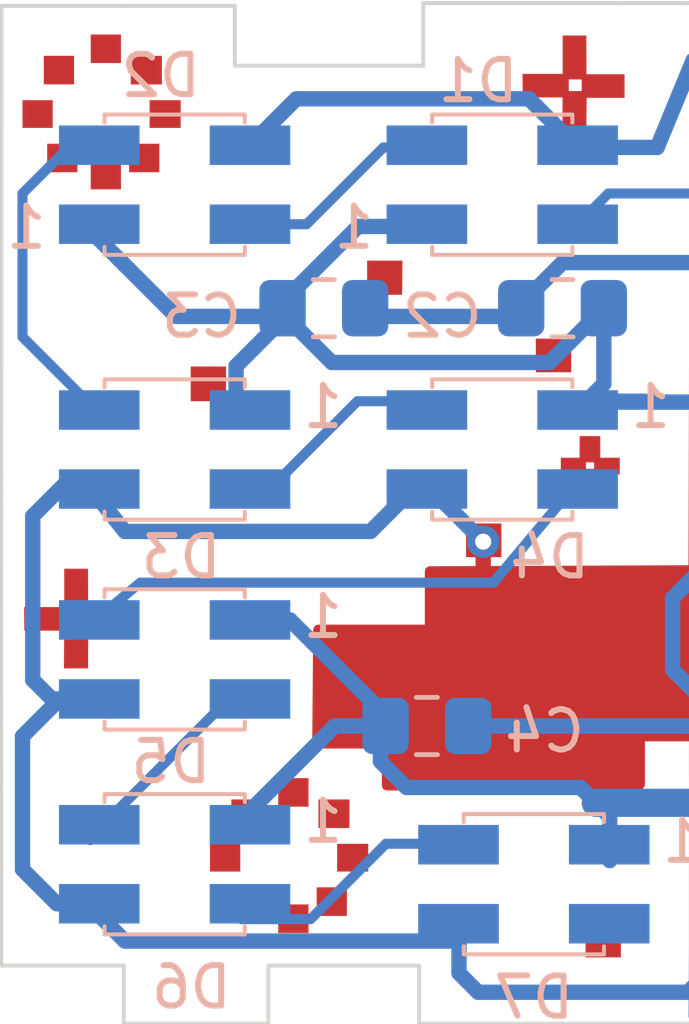
<source format=kicad_pcb>
(kicad_pcb (version 20171130) (host pcbnew "(5.1.5)-3")

  (general
    (thickness 1.6)
    (drawings 83)
    (tracks 186)
    (zones 0)
    (modules 21)
    (nets 18)
  )

  (page A4)
  (layers
    (0 F.Cu signal hide)
    (31 B.Cu signal hide)
    (32 B.Adhes user hide)
    (33 F.Adhes user hide)
    (34 B.Paste user hide)
    (35 F.Paste user hide)
    (36 B.SilkS user hide)
    (37 F.SilkS user)
    (38 B.Mask user hide)
    (39 F.Mask user)
    (40 Dwgs.User user hide)
    (41 Cmts.User user hide)
    (42 Eco1.User user hide)
    (43 Eco2.User user hide)
    (44 Edge.Cuts user)
    (45 Margin user hide)
    (46 B.CrtYd user hide)
    (47 F.CrtYd user hide)
    (48 B.Fab user hide)
    (49 F.Fab user hide)
  )

  (setup
    (last_trace_width 0.25)
    (user_trace_width 0.381)
    (user_trace_width 0.7)
    (trace_clearance 0.2)
    (zone_clearance 0)
    (zone_45_only no)
    (trace_min 0.2)
    (via_size 0.8)
    (via_drill 0.4)
    (via_min_size 0.4)
    (via_min_drill 0.3)
    (uvia_size 0.3)
    (uvia_drill 0.1)
    (uvias_allowed no)
    (uvia_min_size 0.2)
    (uvia_min_drill 0.1)
    (edge_width 0.05)
    (segment_width 0.2)
    (pcb_text_width 0.3)
    (pcb_text_size 1.5 1.5)
    (mod_edge_width 0.12)
    (mod_text_size 1 1)
    (mod_text_width 0.15)
    (pad_size 5 5)
    (pad_drill 0)
    (pad_to_mask_clearance 0.051)
    (solder_mask_min_width 0.25)
    (aux_axis_origin 0 0)
    (visible_elements 7FFFFFFF)
    (pcbplotparams
      (layerselection 0x010f0_ffffffff)
      (usegerberextensions false)
      (usegerberattributes false)
      (usegerberadvancedattributes false)
      (creategerberjobfile false)
      (excludeedgelayer true)
      (linewidth 0.100000)
      (plotframeref false)
      (viasonmask false)
      (mode 1)
      (useauxorigin false)
      (hpglpennumber 1)
      (hpglpenspeed 20)
      (hpglpendiameter 15.000000)
      (psnegative false)
      (psa4output false)
      (plotreference true)
      (plotvalue true)
      (plotinvisibletext false)
      (padsonsilk false)
      (subtractmaskfromsilk false)
      (outputformat 1)
      (mirror false)
      (drillshape 0)
      (scaleselection 1)
      (outputdirectory "nyan_gerbers/"))
  )

  (net 0 "")
  (net 1 GND)
  (net 2 +BATT)
  (net 3 /VCC)
  (net 4 "Net-(D1-Pad2)")
  (net 5 "Net-(D1-Pad4)")
  (net 6 "Net-(D2-Pad2)")
  (net 7 "Net-(D3-Pad2)")
  (net 8 /MISO_PIN1)
  (net 9 /SCK_PIN2)
  (net 10 /MOSI_PIN0)
  (net 11 /N_RESET)
  (net 12 "Net-(SW1-Pad1)")
  (net 13 "Net-(U1-Pad3)")
  (net 14 "Net-(D4-Pad2)")
  (net 15 "Net-(D5-Pad2)")
  (net 16 "Net-(D6-Pad2)")
  (net 17 "Net-(D7-Pad2)")

  (net_class Default "This is the default net class."
    (clearance 0.2)
    (trace_width 0.25)
    (via_dia 0.8)
    (via_drill 0.4)
    (uvia_dia 0.3)
    (uvia_drill 0.1)
    (add_net +BATT)
    (add_net /MISO_PIN1)
    (add_net /MOSI_PIN0)
    (add_net /N_RESET)
    (add_net /SCK_PIN2)
    (add_net /VCC)
    (add_net GND)
    (add_net "Net-(D1-Pad2)")
    (add_net "Net-(D1-Pad4)")
    (add_net "Net-(D2-Pad2)")
    (add_net "Net-(D3-Pad2)")
    (add_net "Net-(D4-Pad2)")
    (add_net "Net-(D5-Pad2)")
    (add_net "Net-(D6-Pad2)")
    (add_net "Net-(D7-Pad2)")
    (add_net "Net-(SW1-Pad1)")
    (add_net "Net-(U1-Pad3)")
  )

  (module nyan:nyancat (layer F.Cu) (tedit 5D94169B) (tstamp 5D94BC6B)
    (at 140.2969 81.15046)
    (fp_text reference Ref** (at 0 0) (layer F.SilkS) hide
      (effects (font (size 1.27 1.27) (thickness 0.15)))
    )
    (fp_text value Val** (at 0 0) (layer F.SilkS) hide
      (effects (font (size 1.27 1.27) (thickness 0.15)))
    )
    (fp_line (start 8.744022 -25.734815) (end -3.198688 -25.734815) (layer Edge.Cuts) (width 0.1))
    (fp_line (start 22.913695 -25.734815) (end 8.744022 -25.734815) (layer Edge.Cuts) (width 0.1))
    (fp_line (start 22.913695 -23.891517) (end 22.913695 -25.734815) (layer Edge.Cuts) (width 0.1))
    (fp_line (start 24.013369 -23.891517) (end 22.913695 -23.891517) (layer Edge.Cuts) (width 0.1))
    (fp_line (start 24.013369 -22.62751) (end 24.013369 -23.891517) (layer Edge.Cuts) (width 0.1))
    (fp_line (start 25.224202 -22.62751) (end 24.013369 -22.62751) (layer Edge.Cuts) (width 0.1))
    (fp_line (start 25.224202 -18.432402) (end 25.224202 -22.62751) (layer Edge.Cuts) (width 0.1))
    (fp_line (start 25.224202 -14.791799) (end 25.224202 -18.432402) (layer Edge.Cuts) (width 0.1))
    (fp_line (start 26.320262 -14.795399) (end 25.224202 -14.791799) (layer Edge.Cuts) (width 0.1))
    (fp_line (start 26.320262 -16.373596) (end 26.320262 -14.795399) (layer Edge.Cuts) (width 0.1))
    (fp_line (start 28.021452 -16.373596) (end 26.320262 -16.373596) (layer Edge.Cuts) (width 0.1))
    (fp_line (start 28.021452 -17.901152) (end 28.021452 -16.373596) (layer Edge.Cuts) (width 0.1))
    (fp_line (start 31.031082 -17.901152) (end 28.021452 -17.901152) (layer Edge.Cuts) (width 0.1))
    (fp_line (start 31.031082 -16.373596) (end 31.031082 -17.901152) (layer Edge.Cuts) (width 0.1))
    (fp_line (start 32.575692 -16.373596) (end 31.031082 -16.373596) (layer Edge.Cuts) (width 0.1))
    (fp_line (start 32.575692 -10.477357) (end 32.575692 -16.373596) (layer Edge.Cuts) (width 0.1))
    (fp_line (start 33.810242 -10.477357) (end 32.575692 -10.477357) (layer Edge.Cuts) (width 0.1))
    (fp_line (start 33.810242 -2.840633) (end 33.810242 -10.477357) (layer Edge.Cuts) (width 0.1))
    (fp_line (start 32.575692 -2.840633) (end 33.810242 -2.840633) (layer Edge.Cuts) (width 0.1))
    (fp_line (start 32.575692 -1.452086) (end 32.575692 -2.840633) (layer Edge.Cuts) (width 0.1))
    (fp_line (start 31.097242 -1.452086) (end 32.575692 -1.452086) (layer Edge.Cuts) (width 0.1))
    (fp_line (start 31.097242 -0.022199) (end 31.097242 -1.452086) (layer Edge.Cuts) (width 0.1))
    (fp_line (start 29.478222 -0.022199) (end 31.097242 -0.022199) (layer Edge.Cuts) (width 0.1))
    (fp_line (start 29.478222 2.038141) (end 29.478222 -0.022199) (layer Edge.Cuts) (width 0.1))
    (fp_line (start 29.478222 4.711833) (end 29.478222 2.038141) (layer Edge.Cuts) (width 0.1))
    (fp_line (start 27.191022 4.711833) (end 29.478222 4.711833) (layer Edge.Cuts) (width 0.1))
    (fp_line (start 24.913258 4.711833) (end 27.191022 4.711833) (layer Edge.Cuts) (width 0.1))
    (fp_line (start 24.913258 3.821646) (end 24.913258 4.711833) (layer Edge.Cuts) (width 0.1))
    (fp_line (start 23.619017 3.821646) (end 24.913258 3.821646) (layer Edge.Cuts) (width 0.1))
    (fp_line (start 23.619017 2.128012) (end 23.619017 3.821646) (layer Edge.Cuts) (width 0.1))
    (fp_line (start 21.979977 2.128012) (end 23.619017 2.128012) (layer Edge.Cuts) (width 0.1))
    (fp_line (start 21.979977 4.711833) (end 21.979977 2.128012) (layer Edge.Cuts) (width 0.1))
    (fp_line (start 19.824037 4.711833) (end 21.979977 4.711833) (layer Edge.Cuts) (width 0.1))
    (fp_line (start 17.394631 4.711833) (end 19.824037 4.711833) (layer Edge.Cuts) (width 0.1))
    (fp_line (start 17.394631 3.821646) (end 17.394631 4.711833) (layer Edge.Cuts) (width 0.1))
    (fp_line (start 16.117147 3.821646) (end 17.394631 3.821646) (layer Edge.Cuts) (width 0.1))
    (fp_line (start 16.117147 2.128012) (end 16.117147 3.821646) (layer Edge.Cuts) (width 0.1))
    (fp_line (start 7.263555 2.128012) (end 16.117147 2.128012) (layer Edge.Cuts) (width 0.1))
    (fp_line (start 7.263555 3.325359) (end 7.263555 2.128012) (layer Edge.Cuts) (width 0.1))
    (fp_line (start 7.263555 4.711833) (end 7.263555 3.325359) (layer Edge.Cuts) (width 0.1))
    (fp_line (start 3.831725 4.711833) (end 7.263555 4.711833) (layer Edge.Cuts) (width 0.1))
    (fp_line (start 3.226215 4.711833) (end 3.831725 4.711833) (layer Edge.Cuts) (width 0.1))
    (fp_line (start 3.226215 3.821646) (end 3.226215 4.711833) (layer Edge.Cuts) (width 0.1))
    (fp_line (start 1.889585 3.821646) (end 3.226215 3.821646) (layer Edge.Cuts) (width 0.1))
    (fp_line (start 1.889585 2.128012) (end 1.889585 3.821646) (layer Edge.Cuts) (width 0.1))
    (fp_line (start 0.102245 2.128012) (end 1.889585 2.128012) (layer Edge.Cuts) (width 0.1))
    (fp_line (start 0.102245 3.821646) (end 0.102245 2.128012) (layer Edge.Cuts) (width 0.1))
    (fp_line (start -1.254125 3.821646) (end 0.102245 3.821646) (layer Edge.Cuts) (width 0.1))
    (fp_line (start -1.254125 4.711833) (end -1.254125 3.821646) (layer Edge.Cuts) (width 0.1))
    (fp_line (start -4.951075 4.711833) (end -1.254125 4.711833) (layer Edge.Cuts) (width 0.1))
    (fp_line (start -4.951075 2.684572) (end -4.951075 4.711833) (layer Edge.Cuts) (width 0.1))
    (fp_line (start -5.774795 2.684572) (end -4.951075 2.684572) (layer Edge.Cuts) (width 0.1))
    (fp_line (start -5.774795 2.685672) (end -5.774795 2.684572) (layer Edge.Cuts) (width 0.1))
    (fp_line (start -12.217815 2.685672) (end -5.774795 2.685672) (layer Edge.Cuts) (width 0.1))
    (fp_line (start -12.217815 1.245968) (end -12.217815 2.685672) (layer Edge.Cuts) (width 0.1))
    (fp_line (start -15.958665 1.245968) (end -12.217815 1.245968) (layer Edge.Cuts) (width 0.1))
    (fp_line (start -15.958665 2.685672) (end -15.958665 1.245968) (layer Edge.Cuts) (width 0.1))
    (fp_line (start -19.547595 2.685672) (end -15.958665 2.685672) (layer Edge.Cuts) (width 0.1))
    (fp_line (start -19.547595 1.245968) (end -19.547595 2.685672) (layer Edge.Cuts) (width 0.1))
    (fp_line (start -22.59076 1.2446) (end -19.547595 1.245968) (layer Edge.Cuts) (width 0.1))
    (fp_line (start -22.5806 -22.55774) (end -22.59076 1.2446) (layer Edge.Cuts) (width 0.1))
    (fp_line (start -19.446305 -22.557232) (end -22.5806 -22.55774) (layer Edge.Cuts) (width 0.1))
    (fp_line (start -16.790655 -22.557232) (end -19.446305 -22.557232) (layer Edge.Cuts) (width 0.1))
    (fp_line (start -16.790655 -21.074118) (end -16.790655 -22.557232) (layer Edge.Cuts) (width 0.1))
    (fp_line (start -12.116525 -21.074118) (end -16.790655 -21.074118) (layer Edge.Cuts) (width 0.1))
    (fp_line (start -12.116525 -22.62751) (end -12.116525 -21.074118) (layer Edge.Cuts) (width 0.1))
    (fp_line (start -7.310535 -22.62751) (end -12.116525 -22.62751) (layer Edge.Cuts) (width 0.1))
    (fp_line (start -5.673505 -22.62751) (end -7.310535 -22.62751) (layer Edge.Cuts) (width 0.1))
    (fp_line (start -4.802732 -22.62751) (end -5.673505 -22.62751) (layer Edge.Cuts) (width 0.1))
    (fp_line (start -4.802732 -23.891517) (end -4.802732 -22.62751) (layer Edge.Cuts) (width 0.1))
    (fp_line (start -3.198688 -23.891517) (end -4.802732 -23.891517) (layer Edge.Cuts) (width 0.1))
    (fp_line (start -3.198688 -25.734815) (end -3.198688 -23.891517) (layer Edge.Cuts) (width 0.1))
    (fp_poly (pts (xy 28.088167 -7.239) (xy 26.373667 -7.239) (xy 26.373667 -8.9535) (xy 28.088167 -8.9535)
      (xy 28.088167 -7.239)) (layer F.SilkS) (width 0.01))
    (fp_poly (pts (xy 18.0975 -7.239) (xy 16.404167 -7.239) (xy 16.404167 -8.9535) (xy 18.0975 -8.9535)
      (xy 18.0975 -7.239)) (layer F.SilkS) (width 0.01))
    (fp_poly (pts (xy 32.06242 -3.36296) (xy 29.0703 -3.3655) (xy 29.06522 -6.20014) (xy 32.16656 -6.20014)
      (xy 32.16656 -3.36296)) (layer F.SilkS) (width 0.01))
    (fp_poly (pts (xy 16.488834 -3.302) (xy 13.228881 -3.302) (xy 13.234316 -4.788958) (xy 13.23975 -6.275916)
      (xy 14.864292 -6.28134) (xy 16.49222 -6.28142) (xy 16.488834 -3.302)) (layer F.SilkS) (width 0.01))
    (fp_poly (pts (xy 0.089959 -21.15594) (xy 0.163396 -21.155918) (xy 0.277636 -21.155872) (xy 0.431151 -21.155804)
      (xy 0.622409 -21.155714) (xy 0.849882 -21.155602) (xy 1.11204 -21.15547) (xy 1.407352 -21.155319)
      (xy 1.73429 -21.155149) (xy 2.091323 -21.154961) (xy 2.476921 -21.154756) (xy 2.889556 -21.154535)
      (xy 3.327696 -21.154299) (xy 3.789814 -21.154048) (xy 4.274377 -21.153783) (xy 4.779858 -21.153506)
      (xy 5.304726 -21.153216) (xy 5.847451 -21.152916) (xy 6.406504 -21.152605) (xy 6.980355 -21.152284)
      (xy 7.567475 -21.151955) (xy 8.166332 -21.151617) (xy 8.775399 -21.151273) (xy 9.393144 -21.150922)
      (xy 9.87425 -21.150648) (xy 18.901834 -21.1455) (xy 18.901834 -20.171833) (xy 19.939 -20.171833)
      (xy 19.939 -19.177) (xy 20.849167 -19.177) (xy 20.849167 -13.377333) (xy 19.134667 -13.377333)
      (xy 19.134667 -14.753166) (xy 17.610667 -14.753166) (xy 17.610667 -16.150166) (xy 16.129 -16.150166)
      (xy 16.129 -17.653) (xy 13.335 -17.653) (xy 13.335 -16.150166) (xy 11.895667 -16.150166)
      (xy 11.895667 -10.329333) (xy 7.75716 -10.32764) (xy 7.75716 -9.06272) (xy 8.93064 -9.06272)
      (xy 8.92556 -10.325947) (xy 10.47242 -10.32764) (xy 10.47242 -2.90576) (xy 11.8745 -2.899833)
      (xy 11.88212 -2.06248) (xy 10.9474 -2.06248) (xy 10.84072 -2.06248) (xy 10.69594 -2.06248)
      (xy 10.50798 -2.06248) (xy 10.29208 -2.06248) (xy 10.0457 -2.06248) (xy 9.75868 -2.06248)
      (xy 9.44372 -2.06248) (xy 9.10336 -2.06248) (xy 8.74776 -2.06248) (xy 8.35785 -2.06248)
      (xy 7.9502 -2.06248) (xy 7.52094 -2.06248) (xy 7.10184 -2.06248) (xy 6.6167 -2.06248)
      (xy 6.16966 -2.06248) (xy 5.68198 -2.06248) (xy 5.207 -2.06248) (xy 4.72694 -2.06248)
      (xy 4.62534 -2.06248) (xy -0.70358 -2.06121) (xy -0.70358 -3.12547) (xy -1.545166 -3.132666)
      (xy -1.545166 -4.1275) (xy -2.688166 -4.1275) (xy -2.688166 -5.439833) (xy 1.820334 -5.439833)
      (xy 1.820334 -4.191) (xy 3.048 -4.191) (xy 3.048 -5.439833) (xy 1.820334 -5.439833)
      (xy -2.688166 -5.439833) (xy -2.688166 -6.752166) (xy 6.30682 -6.75132) (xy 6.30682 -5.4864)
      (xy 6.91134 -5.487134) (xy 7.53364 -5.4864) (xy 7.53364 -6.1214) (xy 7.53364 -6.75386)
      (xy 6.30936 -6.75386) (xy -2.688166 -6.752166) (xy -2.688166 -9.017) (xy -0.296333 -9.017)
      (xy -0.296333 -7.768166) (xy 0.931334 -7.768166) (xy 0.931334 -9.017) (xy -0.296333 -9.017)
      (xy -2.688166 -9.017) (xy -2.688166 -11.853333) (xy 2.201334 -11.853333) (xy 2.201334 -10.6045)
      (xy 3.429 -10.6045) (xy 3.429 -11.853333) (xy 2.201334 -11.853333) (xy -2.688166 -11.853333)
      (xy -2.688166 -14.520333) (xy 5.7785 -14.520333) (xy 5.7785 -13.2715) (xy 7.006167 -13.2715)
      (xy 7.006167 -14.520333) (xy 5.7785 -14.520333) (xy -2.688166 -14.520333) (xy -2.688166 -17.801166)
      (xy 0.9525 -17.801166) (xy 0.9525 -16.531166) (xy 2.180167 -16.531166) (xy 2.180167 -17.801166)
      (xy 0.9525 -17.801166) (xy -2.688166 -17.801166) (xy -2.688166 -18.457333) (xy 17.483667 -18.457333)
      (xy 17.483667 -17.229666) (xy 18.711334 -17.229666) (xy 18.711334 -18.457333) (xy 17.483667 -18.457333)
      (xy -2.688166 -18.457333) (xy -2.688166 -19.177) (xy -1.545166 -19.177) (xy -1.545166 -20.0025)
      (xy 7.217834 -20.0025) (xy 7.217834 -18.753666) (xy 8.4455 -18.753666) (xy 8.4455 -20.0025)
      (xy 11.662834 -20.0025) (xy 11.662834 -18.774833) (xy 12.869334 -18.774833) (xy 12.869334 -20.0025)
      (xy 11.662834 -20.0025) (xy 8.4455 -20.0025) (xy 7.217834 -20.0025) (xy -1.545166 -20.0025)
      (xy -1.545166 -20.171833) (xy -0.67564 -20.17014) (xy -0.672432 -20.663958) (xy -0.66675 -21.16074)
      (xy 0.089959 -21.15594)) (layer F.SilkS) (width 0.01))
    (fp_poly (pts (xy -5.550718 -6.337119) (xy -5.55244 -5.46608) (xy -6.482291 -5.466069) (xy -7.39902 -5.46862)
      (xy -7.39648 -4.18338) (xy -13.631333 -4.191) (xy -13.631333 -5.990166) (xy -12.08786 -5.98932)
      (xy -12.08786 -6.19252) (xy -12.08786 -6.28904) (xy -12.08786 -6.41096) (xy -12.08786 -6.58114)
      (xy -12.086572 -6.697235) (xy -12.086276 -6.775624) (xy -12.08786 -7.16788) (xy -10.726727 -7.16924)
      (xy -10.45972 -7.16788) (xy -10.15492 -7.17042) (xy -9.846286 -7.169555) (xy -9.51484 -7.16788)
      (xy -9.15416 -7.16788) (xy -8.79856 -7.16788) (xy -8.43534 -7.16788) (xy -8.08482 -7.16788)
      (xy -7.75208 -7.16788) (xy -7.42696 -7.16788) (xy -7.41426 -7.16788) (xy -5.5499 -7.16788)
      (xy -5.550718 -6.337119)) (layer F.Mask) (width 0.01))
    (fp_poly (pts (xy 22.4155 -22.457833) (xy 23.495 -22.457833) (xy 23.495 -13.377333) (xy 20.722167 -13.377333)
      (xy 20.722167 -19.05) (xy 19.812 -19.05) (xy 19.812 -20.044833) (xy 18.774834 -20.044833)
      (xy 18.774834 -21.0185) (xy 14.747875 -21.018504) (xy 14.345235 -21.018567) (xy 13.904121 -21.018749)
      (xy 13.428393 -21.019046) (xy 12.921909 -21.019453) (xy 12.388531 -21.019962) (xy 11.832115 -21.020569)
      (xy 11.256523 -21.021268) (xy 10.665614 -21.022054) (xy 10.063246 -21.02292) (xy 9.45328 -21.023862)
      (xy 8.839574 -21.024873) (xy 8.225989 -21.025948) (xy 7.616383 -21.027081) (xy 7.014615 -21.028267)
      (xy 6.424546 -21.0295) (xy 5.850035 -21.030775) (xy 5.29494 -21.032085) (xy 5.085292 -21.032602)
      (xy -0.67818 -21.02358) (xy -0.68326 -20.17776) (xy -1.55194 -20.1803) (xy -1.54686 -19.18716)
      (xy -2.6924 -19.17954) (xy -2.68478 -4.11988) (xy -1.55194 -4.12496) (xy -1.5494 -3.683)
      (xy -1.5494 -3.1242) (xy -1.00076 -3.1242) (xy -0.6985 -3.1242) (xy -0.6985 -2.0574)
      (xy 5.461 -2.05486) (xy 11.88212 -2.05232) (xy 11.8745 -1.524) (xy 13.3985 -1.524)
      (xy 13.38326 0) (xy 11.69162 0) (xy 11.53668 0) (xy 11.32586 0)
      (xy 11.09218 0) (xy 10.87628 0) (xy 10.5283 0) (xy 10.25398 0)
      (xy 9.88568 0) (xy 9.45388 0) (xy 9.00684 0) (xy 8.56488 0)
      (xy 8.1026 0) (xy 7.58698 0) (xy 7.09422 0) (xy 6.61162 0)
      (xy 6.14172 0) (xy 5.52958 0.00254) (xy 5.01904 0) (xy 4.50342 -0.00254)
      (xy 4.16306 -0.00254) (xy 3.899959 -0.00254) (xy -2.18186 0.00254) (xy -2.18186 -1.35636)
      (xy -4.268715 -1.354666) (xy -4.282768 -6.111875) (xy -4.284149 -6.583917) (xy -4.285616 -7.094073)
      (xy -4.287159 -7.638123) (xy -4.288766 -8.21185) (xy -4.290426 -8.811033) (xy -4.292128 -9.431453)
      (xy -4.29386 -10.068891) (xy -4.295611 -10.719129) (xy -4.297369 -11.377946) (xy -4.299125 -12.041123)
      (xy -4.300866 -12.704443) (xy -4.302581 -13.363684) (xy -4.304259 -14.014628) (xy -4.305888 -14.653056)
      (xy -4.307458 -15.274749) (xy -4.308957 -15.875488) (xy -4.310374 -16.451052) (xy -4.310891 -16.663458)
      (xy -4.324962 -22.457833) (xy -3.175 -22.457833) (xy -3.175 -23.579666) (xy 22.4155 -23.579666)
      (xy 22.4155 -22.457833)) (layer F.Mask) (width 0.01))
    (fp_poly (pts (xy 15.917334 -14.6685) (xy 17.504834 -14.6685) (xy 17.504834 -13.377333) (xy 19.028834 -13.377333)
      (xy 19.028834 -11.916833) (xy 24.807334 -11.916833) (xy 24.807334 -13.694833) (xy 26.373667 -13.694833)
      (xy 26.373667 -14.499166) (xy 28.045834 -14.499166) (xy 28.045834 -16.044333) (xy 30.776334 -16.044333)
      (xy 30.776334 -10.075333) (xy 32.363834 -10.075333) (xy 32.363834 -3.153833) (xy 30.7975 -3.153833)
      (xy 30.7975 -1.672166) (xy 29.061834 -1.672166) (xy 29.061834 0.042334) (xy 14.499167 0.042334)
      (xy 14.499167 -1.672166) (xy 13.102167 -1.672166) (xy 13.102167 -3.153833) (xy 11.853334 -3.153833)
      (xy 11.853334 -6.201833) (xy 13.23848 -6.2738) (xy 13.2334 -3.29692) (xy 16.49476 -3.302)
      (xy 16.49222 -4.39166) (xy 17.653 -4.423833) (xy 17.653 -1.883833) (xy 27.347334 -1.883833)
      (xy 27.347334 -4.423833) (xy 26.119667 -4.423833) (xy 26.119667 -3.069166) (xy 23.114 -3.069166)
      (xy 23.114 -4.423833) (xy 21.886334 -4.423833) (xy 21.886334 -3.069166) (xy 18.880667 -3.069166)
      (xy 18.880667 -4.423833) (xy 17.653 -4.423833) (xy 16.49222 -4.40182) (xy 16.4846 -6.28396)
      (xy 13.24102 -6.28396) (xy 11.853334 -6.201833) (xy 11.853334 -8.805333) (xy 16.552334 -8.805333)
      (xy 16.552334 -6.35) (xy 19.007667 -6.35) (xy 19.007667 -7.4295) (xy 23.5585 -7.4295)
      (xy 23.5585 -6.201833) (xy 24.807334 -6.201833) (xy 29.061834 -6.201833) (xy 29.061834 -3.3655)
      (xy 32.173334 -3.3655) (xy 32.173334 -6.201833) (xy 29.061834 -6.201833) (xy 24.807334 -6.201833)
      (xy 24.807334 -7.4295) (xy 23.5585 -7.4295) (xy 19.007667 -7.4295) (xy 19.007667 -8.805333)
      (xy 26.521834 -8.805333) (xy 26.521834 -6.35) (xy 28.934834 -6.35) (xy 28.934834 -8.805333)
      (xy 26.521834 -8.805333) (xy 19.007667 -8.805333) (xy 16.552334 -8.805333) (xy 11.853334 -8.805333)
      (xy 11.853334 -10.011833) (xy 13.504334 -10.011833) (xy 13.52042 -16.21028) (xy 14.12494 -16.21028)
      (xy 14.34846 -16.21536) (xy 14.5796 -16.21536) (xy 14.7955 -16.21536) (xy 15.02156 -16.21536)
      (xy 15.221733 -16.21536) (xy 15.35684 -16.21536) (xy 15.91564 -16.21536) (xy 15.917334 -14.6685)) (layer F.Mask) (width 0.01))
    (fp_poly (pts (xy -2.370666 1.545167) (xy -1.058333 1.545167) (xy -1.058278 1.899709) (xy -1.057466 2.042057)
      (xy -1.055253 2.211119) (xy -1.051918 2.391309) (xy -1.047738 2.567041) (xy -1.044335 2.682875)
      (xy -1.030447 3.1115) (xy -4.09956 3.10642) (xy -4.092292 2.06027) (xy -4.095194 1.832787)
      (xy -4.097894 1.601431) (xy -4.100328 1.373026) (xy -4.102433 1.1544) (xy -4.104148 0.952377)
      (xy -4.105409 0.773785) (xy -4.106152 0.625448) (xy -4.106333 0.53627) (xy -4.106333 0.0635)
      (xy -2.370666 0.0635) (xy -2.370666 1.545167)) (layer F.Mask) (width 0.01))
    (fp_poly (pts (xy 6.646334 3.106209) (xy 6.580188 3.119438) (xy 6.548365 3.121641) (xy 6.47779 3.123729)
      (xy 6.372043 3.125673) (xy 6.234706 3.12744) (xy 6.069359 3.129001) (xy 5.879584 3.130326)
      (xy 5.66896 3.131384) (xy 5.441069 3.132144) (xy 5.199492 3.132576) (xy 5.024438 3.132667)
      (xy 3.534834 3.132667) (xy 3.534834 1.545167) (xy 6.646334 1.545167) (xy 6.646334 3.106209)) (layer F.Mask) (width 0.01))
    (fp_poly (pts (xy 28.067 3.196167) (xy 24.913167 3.196167) (xy 24.913167 1.5875) (xy 28.067 1.5875)
      (xy 28.067 3.196167)) (layer F.Mask) (width 0.01))
    (fp_poly (pts (xy 20.489334 3.196167) (xy 17.3355 3.196167) (xy 17.3355 1.5875) (xy 20.489334 1.5875)
      (xy 20.489334 3.196167)) (layer F.Mask) (width 0.01))
    (fp_poly (pts (xy -19.6215 -21.1455) (xy -20.362333 -21.1455) (xy -20.362333 -21.844) (xy -19.6215 -21.844)
      (xy -19.6215 -21.1455)) (layer F.Cu) (width 0.01))
    (fp_poly (pts (xy -18.64868 -20.61464) (xy -18.9738 -20.61464) (xy -19.09064 -20.61464) (xy -19.2024 -20.61464)
      (xy -19.28114 -20.61464) (xy -19.33448 -20.61464) (xy -19.3675 -20.61464) (xy -19.3675 -20.65782)
      (xy -19.3675 -20.71878) (xy -19.3675 -20.8026) (xy -19.367185 -20.909052) (xy -19.3675 -20.979694)
      (xy -19.3675 -21.314833) (xy -18.6055 -21.314833) (xy -18.6055 -20.61464)) (layer F.Cu) (width 0.01))
    (fp_poly (pts (xy -20.785666 -20.616333) (xy -21.5265 -20.616333) (xy -21.5265 -21.314833) (xy -20.785666 -21.314833)
      (xy -20.785666 -20.616333)) (layer F.Cu) (width 0.01))
    (fp_poly (pts (xy -18.139833 -19.536833) (xy -18.901833 -19.536833) (xy -18.901833 -20.214166) (xy -18.139833 -20.214166)
      (xy -18.139833 -19.536833)) (layer F.Cu) (width 0.01))
    (fp_poly (pts (xy -21.314833 -19.536833) (xy -22.055666 -19.536833) (xy -22.055666 -20.214166) (xy -21.314833 -20.214166)
      (xy -21.314833 -19.536833)) (layer F.Cu) (width 0.01))
    (fp_poly (pts (xy -18.669 -18.436166) (xy -19.409833 -18.436166) (xy -19.409833 -19.134666) (xy -18.669 -19.134666)
      (xy -18.669 -18.436166)) (layer F.Cu) (width 0.01))
    (fp_poly (pts (xy -20.701 -18.436166) (xy -21.441833 -18.436166) (xy -21.441833 -19.134666) (xy -20.701 -19.134666)
      (xy -20.701 -18.436166)) (layer F.Cu) (width 0.01))
    (fp_poly (pts (xy -19.6215 -18.012833) (xy -20.362333 -18.012833) (xy -20.362333 -18.711333) (xy -19.6215 -18.711333)
      (xy -19.6215 -18.012833)) (layer F.Cu) (width 0.01))
    (fp_poly (pts (xy -12.641344 -15.816791) (xy -12.647083 -15.39875) (xy -13.504333 -15.38729) (xy -13.504333 -16.234833)
      (xy -12.635605 -16.234833) (xy -12.641344 -15.816791)) (layer F.Cu) (width 0.01))
    (fp_poly (pts (xy -7.9502 -11.88212) (xy -7.72922 -11.88212) (xy -7.730479 -11.605312) (xy -7.72922 -11.34618)
      (xy -7.24662 -11.34618) (xy -7.24662 -10.94232) (xy -7.725833 -10.943166) (xy -7.725833 -10.456333)
      (xy -8.233833 -10.456333) (xy -8.233833 -10.943166) (xy -8.6995 -10.943166) (xy -8.6995 -11.2395)
      (xy -8.085666 -11.2395) (xy -8.085666 -11.070166) (xy -7.874 -11.070166) (xy -7.874 -11.2395)
      (xy -8.085666 -11.2395) (xy -8.6995 -11.2395) (xy -8.6995 -11.345333) (xy -8.233833 -11.345333)
      (xy -8.23214 -11.88212) (xy -8.02386 -11.88212)) (layer F.Cu) (width 0.01))
    (fp_poly (pts (xy -20.43684 -7.6327) (xy -19.95932 -7.6327) (xy -19.49196 -7.6327) (xy -19.49196 -7.05612)
      (xy -19.95678 -7.05612) (xy -20.43176 -7.05612) (xy -20.43684 -6.604) (xy -20.43684 -6.13156)
      (xy -21.02612 -6.12902) (xy -21.023379 -6.598708) (xy -21.02104 -7.06628) (xy -22.0091 -7.06628)
      (xy -22.013333 -7.514166) (xy -20.87626 -7.511627) (xy -20.87626 -7.215294) (xy -20.54606 -7.215294)
      (xy -20.54606 -7.511627) (xy -20.955 -7.514166) (xy -22.013333 -7.514166) (xy -22.013333 -7.641166)
      (xy -21.0185 -7.641166) (xy -21.0185 -8.593666) (xy -20.43938 -8.59282) (xy -20.436416 -7.67842)) (layer F.Cu) (width 0.01))
    (fp_poly (pts (xy -17.01546 -12.75842) (xy -17.42948 -12.75842) (xy -17.5895 -12.75842) (xy -17.7038 -12.75842)
      (xy -17.78254 -12.75842) (xy -17.83588 -12.75842) (xy -17.8816 -12.75842) (xy -17.8816 -12.7889)
      (xy -17.8816 -12.81684) (xy -17.8816 -12.88034) (xy -17.8816 -12.97178) (xy -17.8816 -13.08862)
      (xy -17.8816 -13.21054) (xy -17.8816 -13.60932) (xy -17.01546 -13.608503) (xy -17.01546 -12.76096)) (layer F.Cu) (width 0.01))
    (fp_poly (pts (xy -7.217833 1.037167) (xy -8.085666 1.037167) (xy -8.085666 0.211667) (xy -7.217833 0.211667)
      (xy -7.217833 1.037167)) (layer F.Cu) (width 0.01))
    (fp_poly (pts (xy -10.182167 -8.89) (xy -11.05 -8.89) (xy -11.05 -9.7155) (xy -10.182167 -9.7155)
      (xy -10.182167 -8.89)) (layer F.Cu) (width 0.01))
    (fp_poly (pts (xy -8.451427 -13.4747) (xy -9.31926 -13.4747) (xy -9.31926 -14.3002) (xy -8.451427 -14.3002)
      (xy -8.451427 -13.4747)) (layer F.Cu) (width 0.01))
    (fp_poly (pts (xy -8.07212 -20.85848) (xy -7.5946 -20.85848) (xy -7.12724 -20.85848) (xy -7.12724 -20.2819)
      (xy -7.59206 -20.2819) (xy -8.06704 -20.2819) (xy -8.07212 -19.82978) (xy -8.07212 -19.35734)
      (xy -8.6614 -19.3548) (xy -8.658659 -19.824488) (xy -8.65632 -20.29206) (xy -9.64438 -20.29206)
      (xy -9.648613 -20.739946) (xy -8.51154 -20.737407) (xy -8.51154 -20.441074) (xy -8.18134 -20.441074)
      (xy -8.18134 -20.737407) (xy -8.59028 -20.739946) (xy -9.648613 -20.739946) (xy -9.648613 -20.866946)
      (xy -8.65378 -20.866946) (xy -8.65378 -21.819446) (xy -8.07466 -21.8186) (xy -8.071696 -20.9042)) (layer F.Cu) (width 0.01))
    (fp_poly (pts (xy -14.01572 0.009314) (xy -14.756553 0.009314) (xy -14.756553 -0.689186) (xy -14.01572 -0.689186)
      (xy -14.01572 0.009314)) (layer F.Cu) (width 0.01))
    (fp_poly (pts (xy -16.132386 -2.170853) (xy -16.87322 -2.170853) (xy -16.87322 -2.869353) (xy -16.132386 -2.869353)
      (xy -16.132386 -2.170853)) (layer F.Cu) (width 0.01))
    (fp_poly (pts (xy -13.95222 -2.170853) (xy -14.319109 -2.170853) (xy -14.4399 -2.17163) (xy -14.54658 -2.1717)
      (xy -14.6304 -2.1717) (xy -14.682692 -2.1717) (xy -14.71168 -2.1717) (xy -14.71168 -2.209935)
      (xy -14.71168 -2.2733) (xy -14.71168 -2.356766) (xy -14.71168 -2.4638) (xy -14.71168 -2.53492)
      (xy -14.71168 -2.8702) (xy -13.95222 -2.869353) (xy -13.95222 -2.170853)) (layer F.Cu) (width 0.01))
    (fp_poly (pts (xy -16.661553 -1.091353) (xy -17.402386 -1.091353) (xy -17.402386 -1.768686) (xy -16.661553 -1.768686)
      (xy -16.661553 -1.091353)) (layer F.Cu) (width 0.01))
    (fp_poly (pts (xy -14.96822 -2.70002) (xy -15.709053 -2.70002) (xy -15.709053 -3.39852) (xy -14.96822 -3.39852)
      (xy -14.96822 -2.70002)) (layer F.Cu) (width 0.01))
    (fp_poly (pts (xy -16.04772 0.009314) (xy -16.788553 0.009314) (xy -16.788553 -0.689186) (xy -16.04772 -0.689186)
      (xy -16.04772 0.009314)) (layer F.Cu) (width 0.01))
    (fp_poly (pts (xy -13.486553 -1.091353) (xy -14.248553 -1.091353) (xy -14.248553 -1.768686) (xy -13.486553 -1.768686)
      (xy -13.486553 -1.091353)) (layer F.Cu) (width 0.01))
    (fp_poly (pts (xy -14.96822 0.432647) (xy -15.709053 0.432647) (xy -15.709053 -0.265853) (xy -14.96822 -0.265853)
      (xy -14.96822 0.432647)) (layer F.Cu) (width 0.01))
  )

  (module Capacitor_SMD:C_0805_2012Metric_Pad1.15x1.40mm_HandSolder (layer B.Cu) (tedit 5B36C52B) (tstamp 5D94E555)
    (at 128.27 76.454)
    (descr "Capacitor SMD 0805 (2012 Metric), square (rectangular) end terminal, IPC_7351 nominal with elongated pad for handsoldering. (Body size source: https://docs.google.com/spreadsheets/d/1BsfQQcO9C6DZCsRaXUlFlo91Tg2WpOkGARC1WS5S8t0/edit?usp=sharing), generated with kicad-footprint-generator")
    (tags "capacitor handsolder")
    (path /5D4D15C2)
    (attr smd)
    (fp_text reference C4 (at 2.921 0.127) (layer B.SilkS)
      (effects (font (size 1 1) (thickness 0.15)) (justify mirror))
    )
    (fp_text value 0.1u (at 0 -1.65) (layer B.Fab)
      (effects (font (size 1 1) (thickness 0.15)) (justify mirror))
    )
    (fp_text user %R (at 0 0) (layer B.Fab)
      (effects (font (size 0.5 0.5) (thickness 0.08)) (justify mirror))
    )
    (fp_line (start 1.85 -0.95) (end -1.85 -0.95) (layer B.CrtYd) (width 0.05))
    (fp_line (start 1.85 0.95) (end 1.85 -0.95) (layer B.CrtYd) (width 0.05))
    (fp_line (start -1.85 0.95) (end 1.85 0.95) (layer B.CrtYd) (width 0.05))
    (fp_line (start -1.85 -0.95) (end -1.85 0.95) (layer B.CrtYd) (width 0.05))
    (fp_line (start -0.261252 -0.71) (end 0.261252 -0.71) (layer B.SilkS) (width 0.12))
    (fp_line (start -0.261252 0.71) (end 0.261252 0.71) (layer B.SilkS) (width 0.12))
    (fp_line (start 1 -0.6) (end -1 -0.6) (layer B.Fab) (width 0.1))
    (fp_line (start 1 0.6) (end 1 -0.6) (layer B.Fab) (width 0.1))
    (fp_line (start -1 0.6) (end 1 0.6) (layer B.Fab) (width 0.1))
    (fp_line (start -1 -0.6) (end -1 0.6) (layer B.Fab) (width 0.1))
    (pad 2 smd roundrect (at 1.025 0) (size 1.15 1.4) (layers B.Cu B.Paste B.Mask) (roundrect_rratio 0.217391)
      (net 1 GND))
    (pad 1 smd roundrect (at -1.025 0) (size 1.15 1.4) (layers B.Cu B.Paste B.Mask) (roundrect_rratio 0.217391)
      (net 3 /VCC))
    (model ${KISYS3DMOD}/Capacitor_SMD.3dshapes/C_0805_2012Metric.wrl
      (at (xyz 0 0 0))
      (scale (xyz 1 1 1))
      (rotate (xyz 0 0 0))
    )
  )

  (module nyan:LED_WS2812B_mini3535 (layer B.Cu) (tedit 5D93F075) (tstamp 5D944EA7)
    (at 122.012 69.596 180)
    (descr https://cdn-shop.adafruit.com/datasheets/WS2812B.pdf)
    (tags "LED RGB NeoPixel")
    (path /5D4D0095)
    (attr smd)
    (fp_text reference D3 (at -0.162 -2.667) (layer B.SilkS)
      (effects (font (size 1 1) (thickness 0.15)) (justify mirror))
    )
    (fp_text value WS2812B (at 0 -4) (layer B.Fab)
      (effects (font (size 1 1) (thickness 0.15)) (justify mirror))
    )
    (fp_line (start 1.74 1.54) (end 1.74 1.74) (layer B.SilkS) (width 0.1))
    (fp_line (start -1.74 1.54) (end -1.74 1.74) (layer B.SilkS) (width 0.1))
    (fp_line (start 1.74 1.74) (end -1.74 1.74) (layer B.SilkS) (width 0.1))
    (fp_line (start 1.74 -1.54) (end 1.74 -1.74) (layer B.SilkS) (width 0.1))
    (fp_line (start -1.74 -1.54) (end -1.74 -1.74) (layer B.SilkS) (width 0.1))
    (fp_line (start -1.74 -1.74) (end 1.74 -1.74) (layer B.SilkS) (width 0.1))
    (fp_text user 1 (at -3.68 1.06) (layer B.SilkS)
      (effects (font (size 1 1) (thickness 0.15)) (justify mirror))
    )
    (fp_text user %R (at 0 0) (layer B.Fab)
      (effects (font (size 0.8 0.8) (thickness 0.15)) (justify mirror))
    )
    (fp_line (start 3.19 1.89) (end -3.19 1.9) (layer B.CrtYd) (width 0.05))
    (fp_line (start 3.19 -1.9) (end 3.19 1.89) (layer B.CrtYd) (width 0.05))
    (fp_line (start -3.19 -1.89) (end 3.19 -1.9) (layer B.CrtYd) (width 0.05))
    (fp_line (start -3.19 1.9) (end -3.19 -1.89) (layer B.CrtYd) (width 0.05))
    (fp_line (start 1.74 -0.73) (end 0.74 -1.73) (layer B.Fab) (width 0.1))
    (fp_line (start -1.74 1.74) (end -1.74 -1.74) (layer B.Fab) (width 0.1))
    (fp_line (start -1.74 -1.74) (end 1.74 -1.74) (layer B.Fab) (width 0.1))
    (fp_line (start 1.74 -1.74) (end 1.74 1.74) (layer B.Fab) (width 0.1))
    (fp_line (start 1.74 1.74) (end -1.74 1.74) (layer B.Fab) (width 0.1))
    (fp_circle (center 0 0) (end 1 0) (layer B.Fab) (width 0.1))
    (pad 3 smd rect (at 1.87 -0.98 180) (size 2 0.98) (layers B.Cu B.Paste B.Mask)
      (net 1 GND))
    (pad 4 smd rect (at 1.87 0.98 180) (size 2 0.98) (layers B.Cu B.Paste B.Mask)
      (net 6 "Net-(D2-Pad2)"))
    (pad 2 smd rect (at -1.87 -0.98 180) (size 2 0.98) (layers B.Cu B.Paste B.Mask)
      (net 7 "Net-(D3-Pad2)"))
    (pad 1 smd rect (at -1.87 0.98 180) (size 2 0.98) (layers B.Cu B.Paste B.Mask)
      (net 3 /VCC))
    (model ${KISYS3DMOD}/LED_SMD.3dshapes/LED_WS2812B_PLCC4_5.0x5.0mm_P3.2mm.wrl
      (at (xyz 0 0 0))
      (scale (xyz 1 1 1))
      (rotate (xyz 0 0 0))
    )
  )

  (module Package_SO:SOIJ-8_5.3x5.3mm_P1.27mm (layer B.Cu) (tedit 5A02F2D3) (tstamp 5D9505D1)
    (at 137.6045 65.405 270)
    (descr "8-Lead Plastic Small Outline (SM) - Medium, 5.28 mm Body [SOIC] (see Microchip Packaging Specification 00000049BS.pdf)")
    (tags "SOIC 1.27")
    (path /5D018D90)
    (attr smd)
    (fp_text reference U1 (at -5.969 -1.5875) (layer B.SilkS)
      (effects (font (size 1 1) (thickness 0.15)) (justify mirror))
    )
    (fp_text value ATtiny85-20SU (at 0 -3.68 90) (layer B.Fab)
      (effects (font (size 1 1) (thickness 0.15)) (justify mirror))
    )
    (fp_line (start -2.75 2.55) (end -4.5 2.55) (layer B.SilkS) (width 0.15))
    (fp_line (start -2.75 -2.755) (end 2.75 -2.755) (layer B.SilkS) (width 0.15))
    (fp_line (start -2.75 2.755) (end 2.75 2.755) (layer B.SilkS) (width 0.15))
    (fp_line (start -2.75 -2.755) (end -2.75 -2.455) (layer B.SilkS) (width 0.15))
    (fp_line (start 2.75 -2.755) (end 2.75 -2.455) (layer B.SilkS) (width 0.15))
    (fp_line (start 2.75 2.755) (end 2.75 2.455) (layer B.SilkS) (width 0.15))
    (fp_line (start -2.75 2.755) (end -2.75 2.55) (layer B.SilkS) (width 0.15))
    (fp_line (start -4.75 -2.95) (end 4.75 -2.95) (layer B.CrtYd) (width 0.05))
    (fp_line (start -4.75 2.95) (end 4.75 2.95) (layer B.CrtYd) (width 0.05))
    (fp_line (start 4.75 2.95) (end 4.75 -2.95) (layer B.CrtYd) (width 0.05))
    (fp_line (start -4.75 2.95) (end -4.75 -2.95) (layer B.CrtYd) (width 0.05))
    (fp_line (start -2.65 1.65) (end -1.65 2.65) (layer B.Fab) (width 0.15))
    (fp_line (start -2.65 -2.65) (end -2.65 1.65) (layer B.Fab) (width 0.15))
    (fp_line (start 2.65 -2.65) (end -2.65 -2.65) (layer B.Fab) (width 0.15))
    (fp_line (start 2.65 2.65) (end 2.65 -2.65) (layer B.Fab) (width 0.15))
    (fp_line (start -1.65 2.65) (end 2.65 2.65) (layer B.Fab) (width 0.15))
    (fp_text user %R (at 0 0 90) (layer B.Fab)
      (effects (font (size 1 1) (thickness 0.15)) (justify mirror))
    )
    (pad 8 smd rect (at 3.65 1.905 270) (size 1.7 0.65) (layers B.Cu B.Paste B.Mask)
      (net 3 /VCC))
    (pad 7 smd rect (at 3.65 0.635 270) (size 1.7 0.65) (layers B.Cu B.Paste B.Mask)
      (net 9 /SCK_PIN2))
    (pad 6 smd rect (at 3.65 -0.635 270) (size 1.7 0.65) (layers B.Cu B.Paste B.Mask)
      (net 8 /MISO_PIN1))
    (pad 5 smd rect (at 3.65 -1.905 270) (size 1.7 0.65) (layers B.Cu B.Paste B.Mask)
      (net 10 /MOSI_PIN0))
    (pad 4 smd rect (at -3.65 -1.905 270) (size 1.7 0.65) (layers B.Cu B.Paste B.Mask)
      (net 1 GND))
    (pad 3 smd rect (at -3.65 -0.635 270) (size 1.7 0.65) (layers B.Cu B.Paste B.Mask)
      (net 13 "Net-(U1-Pad3)"))
    (pad 2 smd rect (at -3.65 0.635 270) (size 1.7 0.65) (layers B.Cu B.Paste B.Mask)
      (net 5 "Net-(D1-Pad4)"))
    (pad 1 smd rect (at -3.65 1.905 270) (size 1.7 0.65) (layers B.Cu B.Paste B.Mask)
      (net 11 /N_RESET))
    (model ${KISYS3DMOD}/Package_SO.3dshapes/SOIJ-8_5.3x5.3mm_P1.27mm.wrl
      (at (xyz 0 0 0))
      (scale (xyz 1 1 1))
      (rotate (xyz 0 0 0))
    )
  )

  (module nyan:LED_WS2812B_mini3535 (layer B.Cu) (tedit 5D93F075) (tstamp 5D944F03)
    (at 122.012 74.803 180)
    (descr https://cdn-shop.adafruit.com/datasheets/WS2812B.pdf)
    (tags "LED RGB NeoPixel")
    (path /5D95AB4B)
    (attr smd)
    (fp_text reference D5 (at 0.092 -2.54) (layer B.SilkS)
      (effects (font (size 1 1) (thickness 0.15)) (justify mirror))
    )
    (fp_text value WS2812B (at 0 -4) (layer B.Fab)
      (effects (font (size 1 1) (thickness 0.15)) (justify mirror))
    )
    (fp_line (start 1.74 1.54) (end 1.74 1.74) (layer B.SilkS) (width 0.1))
    (fp_line (start -1.74 1.54) (end -1.74 1.74) (layer B.SilkS) (width 0.1))
    (fp_line (start 1.74 1.74) (end -1.74 1.74) (layer B.SilkS) (width 0.1))
    (fp_line (start 1.74 -1.54) (end 1.74 -1.74) (layer B.SilkS) (width 0.1))
    (fp_line (start -1.74 -1.54) (end -1.74 -1.74) (layer B.SilkS) (width 0.1))
    (fp_line (start -1.74 -1.74) (end 1.74 -1.74) (layer B.SilkS) (width 0.1))
    (fp_text user 1 (at -3.68 1.06) (layer B.SilkS)
      (effects (font (size 1 1) (thickness 0.15)) (justify mirror))
    )
    (fp_text user %R (at 0 0) (layer B.Fab)
      (effects (font (size 0.8 0.8) (thickness 0.15)) (justify mirror))
    )
    (fp_line (start 3.19 1.89) (end -3.19 1.9) (layer B.CrtYd) (width 0.05))
    (fp_line (start 3.19 -1.9) (end 3.19 1.89) (layer B.CrtYd) (width 0.05))
    (fp_line (start -3.19 -1.89) (end 3.19 -1.9) (layer B.CrtYd) (width 0.05))
    (fp_line (start -3.19 1.9) (end -3.19 -1.89) (layer B.CrtYd) (width 0.05))
    (fp_line (start 1.74 -0.73) (end 0.74 -1.73) (layer B.Fab) (width 0.1))
    (fp_line (start -1.74 1.74) (end -1.74 -1.74) (layer B.Fab) (width 0.1))
    (fp_line (start -1.74 -1.74) (end 1.74 -1.74) (layer B.Fab) (width 0.1))
    (fp_line (start 1.74 -1.74) (end 1.74 1.74) (layer B.Fab) (width 0.1))
    (fp_line (start 1.74 1.74) (end -1.74 1.74) (layer B.Fab) (width 0.1))
    (fp_circle (center 0 0) (end 1 0) (layer B.Fab) (width 0.1))
    (pad 3 smd rect (at 1.87 -0.98 180) (size 2 0.98) (layers B.Cu B.Paste B.Mask)
      (net 1 GND))
    (pad 4 smd rect (at 1.87 0.98 180) (size 2 0.98) (layers B.Cu B.Paste B.Mask)
      (net 14 "Net-(D4-Pad2)"))
    (pad 2 smd rect (at -1.87 -0.98 180) (size 2 0.98) (layers B.Cu B.Paste B.Mask)
      (net 15 "Net-(D5-Pad2)"))
    (pad 1 smd rect (at -1.87 0.98 180) (size 2 0.98) (layers B.Cu B.Paste B.Mask)
      (net 3 /VCC))
    (model ${KISYS3DMOD}/LED_SMD.3dshapes/LED_WS2812B_PLCC4_5.0x5.0mm_P3.2mm.wrl
      (at (xyz 0 0 0))
      (scale (xyz 1 1 1))
      (rotate (xyz 0 0 0))
    )
  )

  (module nyan:LED_WS2812B_mini3535 (layer B.Cu) (tedit 5D93F075) (tstamp 5D944EEC)
    (at 122.012 79.883 180)
    (descr https://cdn-shop.adafruit.com/datasheets/WS2812B.pdf)
    (tags "LED RGB NeoPixel")
    (path /5D96957E)
    (attr smd)
    (fp_text reference D6 (at -0.416 -3.048) (layer B.SilkS)
      (effects (font (size 1 1) (thickness 0.15)) (justify mirror))
    )
    (fp_text value WS2812B (at 0 -4) (layer B.Fab)
      (effects (font (size 1 1) (thickness 0.15)) (justify mirror))
    )
    (fp_line (start 1.74 1.54) (end 1.74 1.74) (layer B.SilkS) (width 0.1))
    (fp_line (start -1.74 1.54) (end -1.74 1.74) (layer B.SilkS) (width 0.1))
    (fp_line (start 1.74 1.74) (end -1.74 1.74) (layer B.SilkS) (width 0.1))
    (fp_line (start 1.74 -1.54) (end 1.74 -1.74) (layer B.SilkS) (width 0.1))
    (fp_line (start -1.74 -1.54) (end -1.74 -1.74) (layer B.SilkS) (width 0.1))
    (fp_line (start -1.74 -1.74) (end 1.74 -1.74) (layer B.SilkS) (width 0.1))
    (fp_text user 1 (at -3.68 1.06) (layer B.SilkS)
      (effects (font (size 1 1) (thickness 0.15)) (justify mirror))
    )
    (fp_text user %R (at 0 0) (layer B.Fab)
      (effects (font (size 0.8 0.8) (thickness 0.15)) (justify mirror))
    )
    (fp_line (start 3.19 1.89) (end -3.19 1.9) (layer B.CrtYd) (width 0.05))
    (fp_line (start 3.19 -1.9) (end 3.19 1.89) (layer B.CrtYd) (width 0.05))
    (fp_line (start -3.19 -1.89) (end 3.19 -1.9) (layer B.CrtYd) (width 0.05))
    (fp_line (start -3.19 1.9) (end -3.19 -1.89) (layer B.CrtYd) (width 0.05))
    (fp_line (start 1.74 -0.73) (end 0.74 -1.73) (layer B.Fab) (width 0.1))
    (fp_line (start -1.74 1.74) (end -1.74 -1.74) (layer B.Fab) (width 0.1))
    (fp_line (start -1.74 -1.74) (end 1.74 -1.74) (layer B.Fab) (width 0.1))
    (fp_line (start 1.74 -1.74) (end 1.74 1.74) (layer B.Fab) (width 0.1))
    (fp_line (start 1.74 1.74) (end -1.74 1.74) (layer B.Fab) (width 0.1))
    (fp_circle (center 0 0) (end 1 0) (layer B.Fab) (width 0.1))
    (pad 3 smd rect (at 1.87 -0.98 180) (size 2 0.98) (layers B.Cu B.Paste B.Mask)
      (net 1 GND))
    (pad 4 smd rect (at 1.87 0.98 180) (size 2 0.98) (layers B.Cu B.Paste B.Mask)
      (net 15 "Net-(D5-Pad2)"))
    (pad 2 smd rect (at -1.87 -0.98 180) (size 2 0.98) (layers B.Cu B.Paste B.Mask)
      (net 16 "Net-(D6-Pad2)"))
    (pad 1 smd rect (at -1.87 0.98 180) (size 2 0.98) (layers B.Cu B.Paste B.Mask)
      (net 3 /VCC))
    (model ${KISYS3DMOD}/LED_SMD.3dshapes/LED_WS2812B_PLCC4_5.0x5.0mm_P3.2mm.wrl
      (at (xyz 0 0 0))
      (scale (xyz 1 1 1))
      (rotate (xyz 0 0 0))
    )
  )

  (module nyan:LED_WS2812B_mini3535 (layer B.Cu) (tedit 5D93F075) (tstamp 5D951592)
    (at 130.14 69.596 180)
    (descr https://cdn-shop.adafruit.com/datasheets/WS2812B.pdf)
    (tags "LED RGB NeoPixel")
    (path /5D95AB51)
    (attr smd)
    (fp_text reference D4 (at -1.178 -2.667) (layer B.SilkS)
      (effects (font (size 1 1) (thickness 0.15)) (justify mirror))
    )
    (fp_text value WS2812B (at 0 -4) (layer B.Fab)
      (effects (font (size 1 1) (thickness 0.15)) (justify mirror))
    )
    (fp_line (start 1.74 1.54) (end 1.74 1.74) (layer B.SilkS) (width 0.1))
    (fp_line (start -1.74 1.54) (end -1.74 1.74) (layer B.SilkS) (width 0.1))
    (fp_line (start 1.74 1.74) (end -1.74 1.74) (layer B.SilkS) (width 0.1))
    (fp_line (start 1.74 -1.54) (end 1.74 -1.74) (layer B.SilkS) (width 0.1))
    (fp_line (start -1.74 -1.54) (end -1.74 -1.74) (layer B.SilkS) (width 0.1))
    (fp_line (start -1.74 -1.74) (end 1.74 -1.74) (layer B.SilkS) (width 0.1))
    (fp_text user 1 (at -3.68 1.06) (layer B.SilkS)
      (effects (font (size 1 1) (thickness 0.15)) (justify mirror))
    )
    (fp_text user %R (at 0 0) (layer B.Fab)
      (effects (font (size 0.8 0.8) (thickness 0.15)) (justify mirror))
    )
    (fp_line (start 3.19 1.89) (end -3.19 1.9) (layer B.CrtYd) (width 0.05))
    (fp_line (start 3.19 -1.9) (end 3.19 1.89) (layer B.CrtYd) (width 0.05))
    (fp_line (start -3.19 -1.89) (end 3.19 -1.9) (layer B.CrtYd) (width 0.05))
    (fp_line (start -3.19 1.9) (end -3.19 -1.89) (layer B.CrtYd) (width 0.05))
    (fp_line (start 1.74 -0.73) (end 0.74 -1.73) (layer B.Fab) (width 0.1))
    (fp_line (start -1.74 1.74) (end -1.74 -1.74) (layer B.Fab) (width 0.1))
    (fp_line (start -1.74 -1.74) (end 1.74 -1.74) (layer B.Fab) (width 0.1))
    (fp_line (start 1.74 -1.74) (end 1.74 1.74) (layer B.Fab) (width 0.1))
    (fp_line (start 1.74 1.74) (end -1.74 1.74) (layer B.Fab) (width 0.1))
    (fp_circle (center 0 0) (end 1 0) (layer B.Fab) (width 0.1))
    (pad 3 smd rect (at 1.87 -0.98 180) (size 2 0.98) (layers B.Cu B.Paste B.Mask)
      (net 1 GND))
    (pad 4 smd rect (at 1.87 0.98 180) (size 2 0.98) (layers B.Cu B.Paste B.Mask)
      (net 7 "Net-(D3-Pad2)"))
    (pad 2 smd rect (at -1.87 -0.98 180) (size 2 0.98) (layers B.Cu B.Paste B.Mask)
      (net 14 "Net-(D4-Pad2)"))
    (pad 1 smd rect (at -1.87 0.98 180) (size 2 0.98) (layers B.Cu B.Paste B.Mask)
      (net 3 /VCC))
    (model ${KISYS3DMOD}/LED_SMD.3dshapes/LED_WS2812B_PLCC4_5.0x5.0mm_P3.2mm.wrl
      (at (xyz 0 0 0))
      (scale (xyz 1 1 1))
      (rotate (xyz 0 0 0))
    )
  )

  (module nyan:LED_WS2812B_mini3535 (layer B.Cu) (tedit 5D93F075) (tstamp 5D944EBE)
    (at 130.9243 80.3783 180)
    (descr https://cdn-shop.adafruit.com/datasheets/WS2812B.pdf)
    (tags "LED RGB NeoPixel")
    (path /5D969584)
    (attr smd)
    (fp_text reference D7 (at 0 -2.8067) (layer B.SilkS)
      (effects (font (size 1 1) (thickness 0.15)) (justify mirror))
    )
    (fp_text value WS2812B (at 0 -4) (layer B.Fab)
      (effects (font (size 1 1) (thickness 0.15)) (justify mirror))
    )
    (fp_line (start 1.74 1.54) (end 1.74 1.74) (layer B.SilkS) (width 0.1))
    (fp_line (start -1.74 1.54) (end -1.74 1.74) (layer B.SilkS) (width 0.1))
    (fp_line (start 1.74 1.74) (end -1.74 1.74) (layer B.SilkS) (width 0.1))
    (fp_line (start 1.74 -1.54) (end 1.74 -1.74) (layer B.SilkS) (width 0.1))
    (fp_line (start -1.74 -1.54) (end -1.74 -1.74) (layer B.SilkS) (width 0.1))
    (fp_line (start -1.74 -1.74) (end 1.74 -1.74) (layer B.SilkS) (width 0.1))
    (fp_text user 1 (at -3.68 1.06) (layer B.SilkS)
      (effects (font (size 1 1) (thickness 0.15)) (justify mirror))
    )
    (fp_text user %R (at 0 0) (layer B.Fab)
      (effects (font (size 0.8 0.8) (thickness 0.15)) (justify mirror))
    )
    (fp_line (start 3.19 1.89) (end -3.19 1.9) (layer B.CrtYd) (width 0.05))
    (fp_line (start 3.19 -1.9) (end 3.19 1.89) (layer B.CrtYd) (width 0.05))
    (fp_line (start -3.19 -1.89) (end 3.19 -1.9) (layer B.CrtYd) (width 0.05))
    (fp_line (start -3.19 1.9) (end -3.19 -1.89) (layer B.CrtYd) (width 0.05))
    (fp_line (start 1.74 -0.73) (end 0.74 -1.73) (layer B.Fab) (width 0.1))
    (fp_line (start -1.74 1.74) (end -1.74 -1.74) (layer B.Fab) (width 0.1))
    (fp_line (start -1.74 -1.74) (end 1.74 -1.74) (layer B.Fab) (width 0.1))
    (fp_line (start 1.74 -1.74) (end 1.74 1.74) (layer B.Fab) (width 0.1))
    (fp_line (start 1.74 1.74) (end -1.74 1.74) (layer B.Fab) (width 0.1))
    (fp_circle (center 0 0) (end 1 0) (layer B.Fab) (width 0.1))
    (pad 3 smd rect (at 1.87 -0.98 180) (size 2 0.98) (layers B.Cu B.Paste B.Mask)
      (net 1 GND))
    (pad 4 smd rect (at 1.87 0.98 180) (size 2 0.98) (layers B.Cu B.Paste B.Mask)
      (net 16 "Net-(D6-Pad2)"))
    (pad 2 smd rect (at -1.87 -0.98 180) (size 2 0.98) (layers B.Cu B.Paste B.Mask)
      (net 17 "Net-(D7-Pad2)"))
    (pad 1 smd rect (at -1.87 0.98 180) (size 2 0.98) (layers B.Cu B.Paste B.Mask)
      (net 3 /VCC))
    (model ${KISYS3DMOD}/LED_SMD.3dshapes/LED_WS2812B_PLCC4_5.0x5.0mm_P3.2mm.wrl
      (at (xyz 0 0 0))
      (scale (xyz 1 1 1))
      (rotate (xyz 0 0 0))
    )
  )

  (module nyan:LED_WS2812B_mini3535 (layer B.Cu) (tedit 5D93F075) (tstamp 5D944E90)
    (at 122.012 63.028)
    (descr https://cdn-shop.adafruit.com/datasheets/WS2812B.pdf)
    (tags "LED RGB NeoPixel")
    (path /5D4F2C41)
    (attr smd)
    (fp_text reference D2 (at -0.346 -2.703) (layer B.SilkS)
      (effects (font (size 1 1) (thickness 0.15)) (justify mirror))
    )
    (fp_text value WS2812B (at 0 -4) (layer B.Fab)
      (effects (font (size 1 1) (thickness 0.15)) (justify mirror))
    )
    (fp_line (start 1.74 1.54) (end 1.74 1.74) (layer B.SilkS) (width 0.1))
    (fp_line (start -1.74 1.54) (end -1.74 1.74) (layer B.SilkS) (width 0.1))
    (fp_line (start 1.74 1.74) (end -1.74 1.74) (layer B.SilkS) (width 0.1))
    (fp_line (start 1.74 -1.54) (end 1.74 -1.74) (layer B.SilkS) (width 0.1))
    (fp_line (start -1.74 -1.54) (end -1.74 -1.74) (layer B.SilkS) (width 0.1))
    (fp_line (start -1.74 -1.74) (end 1.74 -1.74) (layer B.SilkS) (width 0.1))
    (fp_text user 1 (at -3.68 1.06) (layer B.SilkS)
      (effects (font (size 1 1) (thickness 0.15)) (justify mirror))
    )
    (fp_text user %R (at 0 0) (layer B.Fab)
      (effects (font (size 0.8 0.8) (thickness 0.15)) (justify mirror))
    )
    (fp_line (start 3.19 1.89) (end -3.19 1.9) (layer B.CrtYd) (width 0.05))
    (fp_line (start 3.19 -1.9) (end 3.19 1.89) (layer B.CrtYd) (width 0.05))
    (fp_line (start -3.19 -1.89) (end 3.19 -1.9) (layer B.CrtYd) (width 0.05))
    (fp_line (start -3.19 1.9) (end -3.19 -1.89) (layer B.CrtYd) (width 0.05))
    (fp_line (start 1.74 -0.73) (end 0.74 -1.73) (layer B.Fab) (width 0.1))
    (fp_line (start -1.74 1.74) (end -1.74 -1.74) (layer B.Fab) (width 0.1))
    (fp_line (start -1.74 -1.74) (end 1.74 -1.74) (layer B.Fab) (width 0.1))
    (fp_line (start 1.74 -1.74) (end 1.74 1.74) (layer B.Fab) (width 0.1))
    (fp_line (start 1.74 1.74) (end -1.74 1.74) (layer B.Fab) (width 0.1))
    (fp_circle (center 0 0) (end 1 0) (layer B.Fab) (width 0.1))
    (pad 3 smd rect (at 1.87 -0.98) (size 2 0.98) (layers B.Cu B.Paste B.Mask)
      (net 1 GND))
    (pad 4 smd rect (at 1.87 0.98) (size 2 0.98) (layers B.Cu B.Paste B.Mask)
      (net 4 "Net-(D1-Pad2)"))
    (pad 2 smd rect (at -1.87 -0.98) (size 2 0.98) (layers B.Cu B.Paste B.Mask)
      (net 6 "Net-(D2-Pad2)"))
    (pad 1 smd rect (at -1.87 0.98) (size 2 0.98) (layers B.Cu B.Paste B.Mask)
      (net 3 /VCC))
    (model ${KISYS3DMOD}/LED_SMD.3dshapes/LED_WS2812B_PLCC4_5.0x5.0mm_P3.2mm.wrl
      (at (xyz 0 0 0))
      (scale (xyz 1 1 1))
      (rotate (xyz 0 0 0))
    )
  )

  (module nyan:LED_WS2812B_mini3535 (layer B.Cu) (tedit 5D93F075) (tstamp 5D94FCF1)
    (at 130.14 63.028)
    (descr https://cdn-shop.adafruit.com/datasheets/WS2812B.pdf)
    (tags "LED RGB NeoPixel")
    (path /5D4F1BFD)
    (attr smd)
    (fp_text reference D1 (at -0.6 -2.576) (layer B.SilkS)
      (effects (font (size 1 1) (thickness 0.15)) (justify mirror))
    )
    (fp_text value WS2812B (at 0 -4) (layer B.Fab)
      (effects (font (size 1 1) (thickness 0.15)) (justify mirror))
    )
    (fp_line (start 1.74 1.54) (end 1.74 1.74) (layer B.SilkS) (width 0.1))
    (fp_line (start -1.74 1.54) (end -1.74 1.74) (layer B.SilkS) (width 0.1))
    (fp_line (start 1.74 1.74) (end -1.74 1.74) (layer B.SilkS) (width 0.1))
    (fp_line (start 1.74 -1.54) (end 1.74 -1.74) (layer B.SilkS) (width 0.1))
    (fp_line (start -1.74 -1.54) (end -1.74 -1.74) (layer B.SilkS) (width 0.1))
    (fp_line (start -1.74 -1.74) (end 1.74 -1.74) (layer B.SilkS) (width 0.1))
    (fp_text user 1 (at -3.68 1.06) (layer B.SilkS)
      (effects (font (size 1 1) (thickness 0.15)) (justify mirror))
    )
    (fp_text user %R (at 0 0) (layer B.Fab)
      (effects (font (size 0.8 0.8) (thickness 0.15)) (justify mirror))
    )
    (fp_line (start 3.19 1.89) (end -3.19 1.9) (layer B.CrtYd) (width 0.05))
    (fp_line (start 3.19 -1.9) (end 3.19 1.89) (layer B.CrtYd) (width 0.05))
    (fp_line (start -3.19 -1.89) (end 3.19 -1.9) (layer B.CrtYd) (width 0.05))
    (fp_line (start -3.19 1.9) (end -3.19 -1.89) (layer B.CrtYd) (width 0.05))
    (fp_line (start 1.74 -0.73) (end 0.74 -1.73) (layer B.Fab) (width 0.1))
    (fp_line (start -1.74 1.74) (end -1.74 -1.74) (layer B.Fab) (width 0.1))
    (fp_line (start -1.74 -1.74) (end 1.74 -1.74) (layer B.Fab) (width 0.1))
    (fp_line (start 1.74 -1.74) (end 1.74 1.74) (layer B.Fab) (width 0.1))
    (fp_line (start 1.74 1.74) (end -1.74 1.74) (layer B.Fab) (width 0.1))
    (fp_circle (center 0 0) (end 1 0) (layer B.Fab) (width 0.1))
    (pad 3 smd rect (at 1.87 -0.98) (size 2 0.98) (layers B.Cu B.Paste B.Mask)
      (net 1 GND))
    (pad 4 smd rect (at 1.87 0.98) (size 2 0.98) (layers B.Cu B.Paste B.Mask)
      (net 5 "Net-(D1-Pad4)"))
    (pad 2 smd rect (at -1.87 -0.98) (size 2 0.98) (layers B.Cu B.Paste B.Mask)
      (net 4 "Net-(D1-Pad2)"))
    (pad 1 smd rect (at -1.87 0.98) (size 2 0.98) (layers B.Cu B.Paste B.Mask)
      (net 3 /VCC))
    (model ${KISYS3DMOD}/LED_SMD.3dshapes/LED_WS2812B_PLCC4_5.0x5.0mm_P3.2mm.wrl
      (at (xyz 0 0 0))
      (scale (xyz 1 1 1))
      (rotate (xyz 0 0 0))
    )
  )

  (module Capacitor_SMD:C_0805_2012Metric_Pad1.15x1.40mm_HandSolder (layer B.Cu) (tedit 5B36C52B) (tstamp 5D945A48)
    (at 125.7136 66.0908)
    (descr "Capacitor SMD 0805 (2012 Metric), square (rectangular) end terminal, IPC_7351 nominal with elongated pad for handsoldering. (Body size source: https://docs.google.com/spreadsheets/d/1BsfQQcO9C6DZCsRaXUlFlo91Tg2WpOkGARC1WS5S8t0/edit?usp=sharing), generated with kicad-footprint-generator")
    (tags "capacitor handsolder")
    (path /5D882265)
    (attr smd)
    (fp_text reference C3 (at -3.0316 0.2032) (layer B.SilkS)
      (effects (font (size 1 1) (thickness 0.15)) (justify mirror))
    )
    (fp_text value 0.1u (at 0 -1.65) (layer B.Fab)
      (effects (font (size 1 1) (thickness 0.15)) (justify mirror))
    )
    (fp_text user %R (at 0 0) (layer B.Fab)
      (effects (font (size 0.5 0.5) (thickness 0.08)) (justify mirror))
    )
    (fp_line (start 1.85 -0.95) (end -1.85 -0.95) (layer B.CrtYd) (width 0.05))
    (fp_line (start 1.85 0.95) (end 1.85 -0.95) (layer B.CrtYd) (width 0.05))
    (fp_line (start -1.85 0.95) (end 1.85 0.95) (layer B.CrtYd) (width 0.05))
    (fp_line (start -1.85 -0.95) (end -1.85 0.95) (layer B.CrtYd) (width 0.05))
    (fp_line (start -0.261252 -0.71) (end 0.261252 -0.71) (layer B.SilkS) (width 0.12))
    (fp_line (start -0.261252 0.71) (end 0.261252 0.71) (layer B.SilkS) (width 0.12))
    (fp_line (start 1 -0.6) (end -1 -0.6) (layer B.Fab) (width 0.1))
    (fp_line (start 1 0.6) (end 1 -0.6) (layer B.Fab) (width 0.1))
    (fp_line (start -1 0.6) (end 1 0.6) (layer B.Fab) (width 0.1))
    (fp_line (start -1 -0.6) (end -1 0.6) (layer B.Fab) (width 0.1))
    (pad 2 smd roundrect (at 1.025 0) (size 1.15 1.4) (layers B.Cu B.Paste B.Mask) (roundrect_rratio 0.217391)
      (net 1 GND))
    (pad 1 smd roundrect (at -1.025 0) (size 1.15 1.4) (layers B.Cu B.Paste B.Mask) (roundrect_rratio 0.217391)
      (net 3 /VCC))
    (model ${KISYS3DMOD}/Capacitor_SMD.3dshapes/C_0805_2012Metric.wrl
      (at (xyz 0 0 0))
      (scale (xyz 1 1 1))
      (rotate (xyz 0 0 0))
    )
  )

  (module Capacitor_SMD:C_0805_2012Metric_Pad1.15x1.40mm_HandSolder (layer B.Cu) (tedit 5B36C52B) (tstamp 5D94FE98)
    (at 131.6355 66.0908 180)
    (descr "Capacitor SMD 0805 (2012 Metric), square (rectangular) end terminal, IPC_7351 nominal with elongated pad for handsoldering. (Body size source: https://docs.google.com/spreadsheets/d/1BsfQQcO9C6DZCsRaXUlFlo91Tg2WpOkGARC1WS5S8t0/edit?usp=sharing), generated with kicad-footprint-generator")
    (tags "capacitor handsolder")
    (path /5D97F835)
    (attr smd)
    (fp_text reference C2 (at 2.9845 -0.2032) (layer B.SilkS)
      (effects (font (size 1 1) (thickness 0.15)) (justify mirror))
    )
    (fp_text value 0.1u (at 0 -1.65) (layer B.Fab)
      (effects (font (size 1 1) (thickness 0.15)) (justify mirror))
    )
    (fp_text user %R (at 0 0) (layer B.Fab)
      (effects (font (size 0.5 0.5) (thickness 0.08)) (justify mirror))
    )
    (fp_line (start 1.85 -0.95) (end -1.85 -0.95) (layer B.CrtYd) (width 0.05))
    (fp_line (start 1.85 0.95) (end 1.85 -0.95) (layer B.CrtYd) (width 0.05))
    (fp_line (start -1.85 0.95) (end 1.85 0.95) (layer B.CrtYd) (width 0.05))
    (fp_line (start -1.85 -0.95) (end -1.85 0.95) (layer B.CrtYd) (width 0.05))
    (fp_line (start -0.261252 -0.71) (end 0.261252 -0.71) (layer B.SilkS) (width 0.12))
    (fp_line (start -0.261252 0.71) (end 0.261252 0.71) (layer B.SilkS) (width 0.12))
    (fp_line (start 1 -0.6) (end -1 -0.6) (layer B.Fab) (width 0.1))
    (fp_line (start 1 0.6) (end 1 -0.6) (layer B.Fab) (width 0.1))
    (fp_line (start -1 0.6) (end 1 0.6) (layer B.Fab) (width 0.1))
    (fp_line (start -1 -0.6) (end -1 0.6) (layer B.Fab) (width 0.1))
    (pad 2 smd roundrect (at 1.025 0 180) (size 1.15 1.4) (layers B.Cu B.Paste B.Mask) (roundrect_rratio 0.217391)
      (net 1 GND))
    (pad 1 smd roundrect (at -1.025 0 180) (size 1.15 1.4) (layers B.Cu B.Paste B.Mask) (roundrect_rratio 0.217391)
      (net 3 /VCC))
    (model ${KISYS3DMOD}/Capacitor_SMD.3dshapes/C_0805_2012Metric.wrl
      (at (xyz 0 0 0))
      (scale (xyz 1 1 1))
      (rotate (xyz 0 0 0))
    )
  )

  (module Capacitor_SMD:C_0805_2012Metric_Pad1.15x1.40mm_HandSolder (layer B.Cu) (tedit 5B36C52B) (tstamp 5D944DEC)
    (at 137.414 72.771 270)
    (descr "Capacitor SMD 0805 (2012 Metric), square (rectangular) end terminal, IPC_7351 nominal with elongated pad for handsoldering. (Body size source: https://docs.google.com/spreadsheets/d/1BsfQQcO9C6DZCsRaXUlFlo91Tg2WpOkGARC1WS5S8t0/edit?usp=sharing), generated with kicad-footprint-generator")
    (tags "capacitor handsolder")
    (path /5D4DA4E8)
    (attr smd)
    (fp_text reference C1 (at -1.27 -2.032 180) (layer B.SilkS)
      (effects (font (size 1 1) (thickness 0.15)) (justify mirror))
    )
    (fp_text value 0.1u (at 0 -1.65 90) (layer B.Fab)
      (effects (font (size 1 1) (thickness 0.15)) (justify mirror))
    )
    (fp_text user %R (at 0 0 90) (layer B.Fab)
      (effects (font (size 0.5 0.5) (thickness 0.08)) (justify mirror))
    )
    (fp_line (start 1.85 -0.95) (end -1.85 -0.95) (layer B.CrtYd) (width 0.05))
    (fp_line (start 1.85 0.95) (end 1.85 -0.95) (layer B.CrtYd) (width 0.05))
    (fp_line (start -1.85 0.95) (end 1.85 0.95) (layer B.CrtYd) (width 0.05))
    (fp_line (start -1.85 -0.95) (end -1.85 0.95) (layer B.CrtYd) (width 0.05))
    (fp_line (start -0.261252 -0.71) (end 0.261252 -0.71) (layer B.SilkS) (width 0.12))
    (fp_line (start -0.261252 0.71) (end 0.261252 0.71) (layer B.SilkS) (width 0.12))
    (fp_line (start 1 -0.6) (end -1 -0.6) (layer B.Fab) (width 0.1))
    (fp_line (start 1 0.6) (end 1 -0.6) (layer B.Fab) (width 0.1))
    (fp_line (start -1 0.6) (end 1 0.6) (layer B.Fab) (width 0.1))
    (fp_line (start -1 -0.6) (end -1 0.6) (layer B.Fab) (width 0.1))
    (pad 2 smd roundrect (at 1.025 0 270) (size 1.15 1.4) (layers B.Cu B.Paste B.Mask) (roundrect_rratio 0.217391)
      (net 1 GND))
    (pad 1 smd roundrect (at -1.025 0 270) (size 1.15 1.4) (layers B.Cu B.Paste B.Mask) (roundrect_rratio 0.217391)
      (net 3 /VCC))
    (model ${KISYS3DMOD}/Capacitor_SMD.3dshapes/C_0805_2012Metric.wrl
      (at (xyz 0 0 0))
      (scale (xyz 1 1 1))
      (rotate (xyz 0 0 0))
    )
  )

  (module nyan:instagram (layer B.Cu) (tedit 5D8A96B4) (tstamp 5D8A9457)
    (at 157.607 75.692 145)
    (descr "Imported from instagram.svg")
    (tags svg2mod)
    (attr smd)
    (fp_text reference svg2mod (at 0 4.363525 145) (layer B.SilkS) hide
      (effects (font (size 1.524 1.524) (thickness 0.3048)) (justify mirror))
    )
    (fp_text value G*** (at 0 -4.363525 145) (layer B.SilkS) hide
      (effects (font (size 1.524 1.524) (thickness 0.3048)) (justify mirror))
    )
    (fp_arc (start -0.6 -0.5) (end -0.9 -0.5) (angle 90) (layer B.SilkS) (width 0.12))
    (fp_circle (center 0 0) (end 0.4 0) (layer B.SilkS) (width 0.12))
    (fp_arc (start 0.7 -0.5) (end 0.7 -0.8) (angle 90) (layer B.SilkS) (width 0.12))
    (fp_line (start 0.7 -0.8) (end -0.6 -0.8) (layer B.SilkS) (width 0.12))
    (fp_line (start -0.6 1) (end 0.7 1) (layer B.SilkS) (width 0.12))
    (fp_arc (start 0.7 0.7) (end 1 0.7) (angle 90) (layer B.SilkS) (width 0.12))
    (fp_arc (start -0.6 0.7) (end -0.6 1) (angle 90) (layer B.SilkS) (width 0.12))
    (fp_line (start 1 -0.5) (end 1 0.7) (layer B.SilkS) (width 0.12))
    (fp_line (start -0.9 0.7) (end -0.9 -0.5) (layer B.SilkS) (width 0.12))
    (fp_circle (center 0.6 0.6) (end 0.65 0.6) (layer B.SilkS) (width 0.12))
    (fp_circle (center 0.6 0.6) (end 0.7 0.6) (layer B.SilkS) (width 0.12))
  )

  (module nyan:pinIndicatorHeart (layer B.Cu) (tedit 5D89A2F0) (tstamp 5D8888CC)
    (at 136.017 59.182 180)
    (fp_text reference Ref** (at 0 0 180) (layer B.SilkS) hide
      (effects (font (size 1.27 1.27) (thickness 0.15)) (justify mirror))
    )
    (fp_text value Val** (at 0 0 180) (layer B.SilkS) hide
      (effects (font (size 1.27 1.27) (thickness 0.15)) (justify mirror))
    )
    (fp_poly (pts (xy 0.3064 0.557175) (xy 0.371991 0.507807) (xy 0.426248 0.439098) (xy 0.459453 0.362154)
      (xy 0.465234 0.317859) (xy 0.457446 0.240734) (xy 0.431597 0.165868) (xy 0.383372 0.085397)
      (xy 0.308456 -0.008545) (xy 0.251296 -0.072063) (xy 0.180826 -0.149344) (xy 0.118508 -0.219908)
      (xy 0.071579 -0.275425) (xy 0.048633 -0.305404) (xy 0.01778 -0.34036) (xy -0.00254 -0.36068)
      (xy -0.021477 -0.33885) (xy -0.021481 -0.338268) (xy -0.035138 -0.317104) (xy -0.072365 -0.271834)
      (xy -0.127548 -0.209015) (xy -0.195072 -0.135206) (xy -0.19816 -0.131893) (xy -0.291457 -0.029031)
      (xy -0.358408 0.05272) (xy -0.403931 0.120798) (xy -0.432939 0.182639) (xy -0.450349 0.245681)
      (xy -0.451456 0.25136) (xy -0.452548 0.349799) (xy -0.422237 0.44069) (xy -0.366449 0.514047)
      (xy -0.29111 0.559886) (xy -0.264084 0.567065) (xy -0.184022 0.564265) (xy -0.107286 0.532391)
      (xy -0.050029 0.479198) (xy -0.038333 0.458665) (xy -0.013318 0.416252) (xy 0.0096 0.413658)
      (xy 0.037305 0.451121) (xy 0.042985 0.461489) (xy 0.096575 0.52256) (xy 0.173038 0.564146)
      (xy 0.239197 0.576099) (xy 0.3064 0.557175)) (layer B.SilkS) (width 0.01))
  )

  (module nyan:PinHeader_2x03_P2.54mm_Vertical_SMDcircular (layer B.Cu) (tedit 5D881D17) (tstamp 5D89B13A)
    (at 146.304 59.055 180)
    (descr "Through hole straight pin header, 2x03, 2.54mm pitch, double rows")
    (tags "Through hole pin header THT 2x03 2.54mm double row")
    (path /5D07F83B)
    (fp_text reference J1 (at 0.9525 2.2352 180) (layer B.SilkS)
      (effects (font (size 1 1) (thickness 0.15)) (justify mirror))
    )
    (fp_text value Conn_02x03_Male_DNI (at 0 -4.87 180) (layer B.Fab)
      (effects (font (size 1 1) (thickness 0.15)) (justify mirror))
    )
    (fp_line (start 0 1.27) (end 3.81 1.27) (layer B.Fab) (width 0.1))
    (fp_line (start 3.81 1.27) (end 3.81 -6.35) (layer B.Fab) (width 0.1))
    (fp_line (start 3.81 -6.35) (end -1.27 -6.35) (layer B.Fab) (width 0.1))
    (fp_line (start -1.27 -6.35) (end -1.27 0) (layer B.Fab) (width 0.1))
    (fp_line (start -1.27 0) (end 0 1.27) (layer B.Fab) (width 0.1))
    (fp_line (start -1.8 1.8) (end -1.8 -6.85) (layer B.CrtYd) (width 0.05))
    (fp_line (start -1.8 -6.85) (end 4.35 -6.85) (layer B.CrtYd) (width 0.05))
    (fp_line (start 4.35 -6.85) (end 4.35 1.8) (layer B.CrtYd) (width 0.05))
    (fp_line (start 4.35 1.8) (end -1.8 1.8) (layer B.CrtYd) (width 0.05))
    (fp_text user %R (at 0 0 270) (layer B.Fab)
      (effects (font (size 1 1) (thickness 0.15)) (justify mirror))
    )
    (pad 1 smd rect (at 0 0 180) (size 1.7 1.7) (layers B.Cu B.Paste B.Mask)
      (net 8 /MISO_PIN1))
    (pad 2 smd oval (at 2.54 0 180) (size 1.7 1.7) (layers B.Cu B.Paste B.Mask)
      (net 3 /VCC))
    (pad 3 smd oval (at 0 -2.54 180) (size 1.7 1.7) (layers B.Cu B.Paste B.Mask)
      (net 9 /SCK_PIN2))
    (pad 4 smd oval (at 2.54 -2.54 180) (size 1.7 1.7) (layers B.Cu B.Paste B.Mask)
      (net 10 /MOSI_PIN0))
    (pad 5 smd oval (at 0 -5.08 180) (size 1.7 1.7) (layers B.Cu B.Paste B.Mask)
      (net 11 /N_RESET))
    (pad 6 smd oval (at 2.54 -5.08 180) (size 1.7 1.7) (layers B.Cu B.Paste B.Mask)
      (net 1 GND))
  )

  (module nyan:logoCorazones (layer B.Cu) (tedit 5D23CB76) (tstamp 5D8C0C7A)
    (at 169.799 78.105 90)
    (descr "Imported from kawaiiTechLogoCorazones.svg")
    (tags svg2mod)
    (attr smd)
    (fp_text reference svg2mod (at 0 3.640729 90) (layer B.SilkS) hide
      (effects (font (size 1.524 1.524) (thickness 0.3048)) (justify mirror))
    )
    (fp_text value G*** (at 0 -3.640729 90) (layer B.SilkS) hide
      (effects (font (size 1.524 1.524) (thickness 0.3048)) (justify mirror))
    )
    (fp_poly (pts (xy -0.392999 0.592729) (xy -0.578001 0.483175) (xy -0.432273 0.483175) (xy -0.338222 0.403593)
      (xy -0.23952 0.483175) (xy -0.093793 0.483175) (xy -0.015761 0.397392) (xy -0.015761 0.248047)
      (xy -0.096377 0.165881) (xy -0.176992 0.083716) (xy -0.257607 0.001033) (xy -0.338222 -0.081132)
      (xy -0.416254 0.001033) (xy -0.494285 0.083199) (xy -0.572316 0.165364) (xy -0.650348 0.24753)
      (xy -0.650348 0.392741) (xy -0.578001 0.483175) (xy -0.392999 0.592729) (xy -0.609007 0.587561)
      (xy -0.684971 0.507462) (xy -0.752667 0.438216) (xy -0.752667 0.230477) (xy -0.695306 0.15968)
      (xy -0.490151 -0.055294) (xy -0.335122 -0.220142) (xy -0.279828 -0.166915) (xy -0.225051 -0.114205)
      (xy -0.158388 -0.049093) (xy -0.092242 0.016536) (xy 0.082424 0.109554) (xy 0.228152 0.109554)
      (xy 0.322719 0.030489) (xy 0.371812 0.068213) (xy 0.420904 0.109554) (xy 0.566632 0.109554)
      (xy 0.591954 0.082165) (xy 0.644663 0.024288) (xy 0.644663 -0.125057) (xy 0.604873 -0.168982)
      (xy 0.565082 -0.212907) (xy 0.525808 -0.256832) (xy 0.486017 -0.300757) (xy 0.445192 -0.338998)
      (xy 0.404368 -0.377238) (xy 0.363544 -0.415995) (xy 0.322719 -0.454236) (xy 0.244171 -0.37207)
      (xy 0.16614 -0.289905) (xy 0.088108 -0.207739) (xy 0.010077 -0.12609) (xy 0.010077 0.019637)
      (xy 0.082424 0.109554) (xy -0.092242 0.016536) (xy -0.092242 -0.038241) (xy -0.092242 -0.142627)
      (xy -0.034882 -0.213424) (xy 0.016278 -0.267167) (xy 0.067955 -0.320911) (xy 0.119114 -0.374654)
      (xy 0.170274 -0.428398) (xy 0.209031 -0.469222) (xy 0.247788 -0.510563) (xy 0.286546 -0.551904)
      (xy 0.325303 -0.592729) (xy 0.435374 -0.487309) (xy 0.556814 -0.369487) (xy 0.750083 -0.156063)
      (xy 0.752667 0.06873) (xy 0.618308 0.219625) (xy 0.391966 0.219625) (xy 0.325303 0.162781)
      (xy 0.267425 0.219625) (xy 0.089142 0.219108) (xy 0.092242 0.44235) (xy -0.042633 0.592729)
      (xy -0.275177 0.590662) (xy -0.335122 0.535368) (xy -0.392999 0.592729)) (layer B.SilkS) (width 0.01206))
  )

  (module nyan:KawaiiTechLogo (layer B.Cu) (tedit 5D1E9622) (tstamp 5D890B62)
    (at 166.7764 81.2038 90)
    (descr "Imported from KawaiiTechLogo.svg")
    (tags svg2mod)
    (attr smd)
    (fp_text reference svg2mod (at 0 5.114282 90) (layer B.SilkS) hide
      (effects (font (size 1.524 1.524) (thickness 0.3048)) (justify mirror))
    )
    (fp_text value G*** (at 0 -5.114282 90) (layer B.SilkS) hide
      (effects (font (size 1.524 1.524) (thickness 0.3048)) (justify mirror))
    )
    (fp_poly (pts (xy -0.505396 2.066282) (xy -0.81287 1.742271) (xy -0.81287 1.308706) (xy -0.810803 0.669468)
      (xy -0.978752 0.509788) (xy -2.186946 0.505654) (xy -2.115116 0.433307) (xy -2.27583 0.253473)
      (xy -2.457214 0.253473) (xy -2.66237 0.449843) (xy -3.241662 1.034304) (xy -3.418396 1.03482)
      (xy -3.405477 0.52219) (xy -3.59668 0.520123) (xy -3.75636 0.667401) (xy -3.768245 1.726251)
      (xy -3.589445 1.902985) (xy -3.419946 1.902985) (xy -3.418396 1.382086) (xy -3.237528 1.382086)
      (xy -2.828768 1.804283) (xy -2.723348 1.904018) (xy -2.552816 1.904018) (xy -2.377116 1.729352)
      (xy -2.906282 1.203802) (xy -2.204516 0.524257) (xy -2.204516 1.209487) (xy -2.021065 1.379502)
      (xy -1.327567 1.379502) (xy -1.332735 1.03482) (xy -1.852083 1.036888) (xy -1.852083 0.852403)
      (xy -1.151351 0.852403) (xy -1.151351 1.552619) (xy -2.029333 1.556236) (xy -2.195731 1.719533)
      (xy -2.195731 1.905052) (xy -0.979785 1.906602) (xy -0.81287 1.742271) (xy -0.505396 2.066282)
      (xy -0.632003 1.732452) (xy -0.464054 1.899367) (xy -0.282153 1.899367) (xy -0.278019 1.243077)
      (xy -0.282153 1.046706) (xy 0.063562 1.373818) (xy 0.40411 1.046189) (xy 0.411861 1.901951)
      (xy 0.75706 1.896783) (xy 0.751375 0.674119) (xy 0.597896 0.512889) (xy 0.415995 0.512889)
      (xy 0.057361 0.864805) (xy -0.272851 0.510822) (xy -0.463537 0.510822) (xy -0.629419 0.675669)
      (xy -0.632003 1.732452) (xy -0.505396 2.066282) (xy -0.702283 1.879214) (xy -0.904337 2.064732)
      (xy -2.342493 2.062148) (xy -2.246891 1.575873) (xy -2.138371 1.474587) (xy -2.329057 1.273049)
      (xy -2.339909 0.931984) (xy -2.617411 1.201736) (xy -2.246891 1.575873) (xy -2.342493 2.062148)
      (xy -2.342493 1.943809) (xy -2.451013 2.063182) (xy -2.767273 2.063182) (xy -3.218925 1.602745)
      (xy -3.223576 2.063182) (xy -3.641121 2.063182) (xy -3.905705 1.798081) (xy -3.905705 0.609523)
      (xy -3.634403 0.326853) (xy -3.218408 0.330988) (xy -3.223576 0.785223) (xy -2.503206 0.075189)
      (xy -2.190047 0.072089) (xy -1.936316 0.328404) (xy -0.879533 0.335638) (xy -0.683679 0.524257)
      (xy -0.517281 0.328404) (xy -0.185518 0.335122) (xy 0.084749 0.602289) (xy 0.362768 0.333571)
      (xy 0.942578 0.512372) (xy 0.95033 1.228607) (xy 1.098641 1.375885) (xy 1.795239 1.375885)
      (xy 1.795239 1.03482) (xy 1.285193 1.03482) (xy 1.285193 0.850852) (xy 1.967322 0.850852)
      (xy 1.961121 1.546417) (xy 1.109493 1.543833) (xy 0.929659 1.717466) (xy 0.925525 1.899367)
      (xy 2.163175 1.901951) (xy 2.316654 1.720567) (xy 2.329574 0.663784) (xy 2.160592 0.512372)
      (xy 1.709456 0.512372) (xy 0.942578 0.512372) (xy 0.362768 0.333571) (xy 0.700216 0.337189)
      (xy 0.951363 1.56037) (xy 1.025777 1.470453) (xy 0.951363 1.400173) (xy 0.951363 1.56037)
      (xy 0.700216 0.337189) (xy 0.784965 0.431757) (xy 2.438611 0.52219) (xy 2.508374 0.465346)
      (xy 2.374015 0.465346) (xy 2.438611 0.52219) (xy 0.784965 0.431757) (xy 0.785999 0.332538)
      (xy 2.077909 0.345974) (xy 2.875277 0.508238) (xy 2.679423 0.504104) (xy 2.509924 0.677736)
      (xy 2.516125 1.692661) (xy 2.516125 1.903502) (xy 2.674772 1.907119) (xy 2.858223 1.742788)
      (xy 2.875277 0.508238) (xy 2.077909 0.345974) (xy 2.287199 0.303082) (xy 2.526978 0.302049)
      (xy 2.528011 -0.141335) (xy 3.655591 -0.141335) (xy 3.828707 -0.356309) (xy 3.832841 -1.652354)
      (xy 3.640605 -1.863711) (xy 3.377572 -1.869912) (xy 3.38739 -0.581618) (xy 2.549198 -0.576967)
      (xy 2.549198 -1.890065) (xy 2.296501 -1.880247) (xy 2.06344 -1.659588) (xy 2.073258 0.088108)
      (xy 2.287199 0.303082) (xy 2.077909 0.345974) (xy 1.874821 -0.137201) (xy 1.874304 -0.366644)
      (xy 1.664498 -0.581618) (xy 0.583944 -0.581618) (xy 0.583944 -1.434279) (xy 1.661397 -1.434279)
      (xy 1.874821 -1.657522) (xy 1.874821 -1.889549) (xy 0.3545 -1.890065) (xy 0.129708 -1.68646)
      (xy 0.129708 -0.357859) (xy 0.365352 -0.127382) (xy 1.874821 -0.137201) (xy 2.077909 0.345974)
      (xy 1.900659 -0.551646) (xy 1.900659 -1.47252) (xy 1.719792 -1.293203) (xy 0.731222 -1.293203)
      (xy 0.731222 -0.74905) (xy 1.722375 -0.74905) (xy 1.900659 -0.551646) (xy 2.077909 0.345974)
      (xy 1.885673 0.14857) (xy 1.885673 0.015761) (xy 0.245463 0.015761) (xy 0.054777 -0.18371)
      (xy -0.069246 -0.129966) (xy -0.069246 -1.026036) (xy -0.284737 -1.222923) (xy -1.172538 -1.222923)
      (xy -1.172538 -0.782639) (xy -0.528133 -0.782639) (xy -0.518831 -0.585752) (xy -1.381311 -0.585752)
      (xy -1.381311 -1.437897) (xy -0.311092 -1.437897) (xy -0.075448 -1.659588) (xy -0.075448 -1.887482)
      (xy -1.621089 -1.887482) (xy -1.828829 -1.666823) (xy -1.828829 -0.35941) (xy -1.605587 -0.129966)
      (xy -0.069246 -0.129966) (xy 0.054777 -0.18371) (xy -0.043925 -1.197084) (xy -0.043925 -1.475621)
      (xy -0.189652 -1.328859) (xy -0.043925 -1.197084) (xy 0.054777 -0.18371) (xy 0.064079 0.015761)
      (xy -1.701705 0.015761) (xy -2.04897 -0.375429) (xy -2.253609 -0.583169) (xy -2.694926 -0.583169)
      (xy -2.680973 -1.877663) (xy -2.934188 -1.877663) (xy -3.14141 -1.664756) (xy -3.145544 -0.583169)
      (xy -3.569291 -0.583169) (xy -3.77548 -0.383181) (xy -3.776514 -0.13255) (xy -2.045353 -0.131)
      (xy -2.04897 -0.375429) (xy -1.701705 0.015761) (xy -1.900659 -0.182676) (xy -1.895492 0.015761)
      (xy -3.983736 0.015761) (xy -3.979085 -0.433307) (xy -3.667476 -0.759902) (xy -3.324345 -0.759902)
      (xy -3.320727 -1.742788) (xy -3.016353 -2.051813) (xy -2.545581 -2.05388) (xy -2.545581 -0.759902)
      (xy -2.225187 -0.759902) (xy -2.011763 -0.546478) (xy -2.011763 -1.734519) (xy -1.706872 -2.058014)
      (xy 0.044959 -2.066282) (xy 0.075448 -1.865261) (xy 0.251664 -2.05388) (xy 2.018481 -2.066282)
      (xy 2.016931 -1.864744) (xy 2.207101 -2.054397) (xy 2.661336 -2.054397) (xy 2.670121 -0.756285)
      (xy 3.184819 -0.756285) (xy 3.201355 -2.066282) (xy 3.646806 -2.066282) (xy 3.983736 -1.704547)
      (xy 3.971334 -0.306183) (xy 3.667476 0.004909) (xy 2.659269 0.010594) (xy 2.659269 0.328921)
      (xy 3.042708 0.328921) (xy 3.046843 0.601255) (xy 3.342432 0.495835) (xy 3.172416 0.669468)
      (xy 3.178617 1.684393) (xy 3.178617 1.895233) (xy 3.337264 1.899367) (xy 3.521232 1.73452)
      (xy 3.538285 0.500486) (xy 3.342432 0.495835) (xy 3.046843 0.601255) (xy 3.311426 0.328921)
      (xy 3.707267 0.328921) (xy 3.707267 1.792397) (xy 3.448368 2.059564) (xy 3.029789 2.062148)
      (xy 3.030306 1.797565) (xy 2.765206 2.063698) (xy 2.357479 2.063698) (xy 2.357479 1.951044)
      (xy 2.247925 2.065765) (xy 1.930115 2.063698) (xy 0.272335 2.063698) (xy 0.280603 1.423944)
      (xy 0.085266 1.61308) (xy -0.088883 1.425494) (xy -0.088883 2.063698) (xy -0.505396 2.066282)) (layer B.SilkS) (width 0.012183))
  )

  (module nyan:pinPin (layer B.Cu) (tedit 5D942537) (tstamp 5D5AC3A2)
    (at 151.4856 58.1914)
    (fp_text reference REF** (at 0 -0.5) (layer B.SilkS) hide
      (effects (font (size 1 1) (thickness 0.15)) (justify mirror))
    )
    (fp_text value pinPin (at 0 0.5) (layer B.Fab)
      (effects (font (size 1 1) (thickness 0.15)) (justify mirror))
    )
    (pad 1 smd circle (at 0 0) (size 5 5) (layers B.Cu B.Paste B.Mask)
      (net 1 GND))
  )

  (module nyan:SW_SPDT_PCM12_SMDHOLE (layer B.Cu) (tedit 5D87D252) (tstamp 5D8AA131)
    (at 158.2166 81.2292 180)
    (descr "Ultraminiature Surface Mount Slide Switch")
    (path /5D4DA4E7)
    (attr smd)
    (fp_text reference SW1 (at 6.7818 -0.8636 180) (layer B.SilkS)
      (effects (font (size 1 1) (thickness 0.15)) (justify mirror))
    )
    (fp_text value SW_SPDT (at 0 -4.25) (layer B.Fab)
      (effects (font (size 1 1) (thickness 0.15)) (justify mirror))
    )
    (fp_text user %R (at 0 3.2) (layer B.Fab)
      (effects (font (size 1 1) (thickness 0.15)) (justify mirror))
    )
    (fp_line (start -1.4 -1.65) (end -1.4 -2.95) (layer B.Fab) (width 0.1))
    (fp_line (start -1.4 -2.95) (end -1.2 -3.15) (layer B.Fab) (width 0.1))
    (fp_line (start -1.2 -3.15) (end -0.35 -3.15) (layer B.Fab) (width 0.1))
    (fp_line (start -0.35 -3.15) (end -0.15 -2.95) (layer B.Fab) (width 0.1))
    (fp_line (start -0.15 -2.95) (end -0.1 -2.9) (layer B.Fab) (width 0.1))
    (fp_line (start -0.1 -2.9) (end -0.1 -1.6) (layer B.Fab) (width 0.1))
    (fp_line (start -3.35 1) (end -3.35 -1.6) (layer B.Fab) (width 0.1))
    (fp_line (start -3.35 -1.6) (end 3.35 -1.6) (layer B.Fab) (width 0.1))
    (fp_line (start 3.35 -1.6) (end 3.35 1) (layer B.Fab) (width 0.1))
    (fp_line (start 3.35 1) (end -3.35 1) (layer B.Fab) (width 0.1))
    (fp_line (start 1.4 1.12) (end 1.6 1.12) (layer B.SilkS) (width 0.12))
    (fp_line (start -4.4 2.45) (end 4.4 2.45) (layer B.CrtYd) (width 0.05))
    (fp_line (start 4.4 2.45) (end 4.4 -2.1) (layer B.CrtYd) (width 0.05))
    (fp_line (start 4.4 -2.1) (end 1.65 -2.1) (layer B.CrtYd) (width 0.05))
    (fp_line (start 1.65 -2.1) (end 1.65 -3.4) (layer B.CrtYd) (width 0.05))
    (fp_line (start 1.65 -3.4) (end -1.65 -3.4) (layer B.CrtYd) (width 0.05))
    (fp_line (start -1.65 -3.4) (end -1.65 -2.1) (layer B.CrtYd) (width 0.05))
    (fp_line (start -1.65 -2.1) (end -4.4 -2.1) (layer B.CrtYd) (width 0.05))
    (fp_line (start -4.4 -2.1) (end -4.4 2.45) (layer B.CrtYd) (width 0.05))
    (fp_line (start -1.4 -3.02) (end -1.2 -3.23) (layer B.SilkS) (width 0.12))
    (fp_line (start -0.1 -3.02) (end -0.3 -3.23) (layer B.SilkS) (width 0.12))
    (fp_line (start -1.4 -1.73) (end -1.4 -3.02) (layer B.SilkS) (width 0.12))
    (fp_line (start -1.2 -3.23) (end -0.3 -3.23) (layer B.SilkS) (width 0.12))
    (fp_line (start -0.1 -3.02) (end -0.1 -1.73) (layer B.SilkS) (width 0.12))
    (fp_line (start -2.85 -1.73) (end 2.85 -1.73) (layer B.SilkS) (width 0.12))
    (fp_line (start -1.6 1.12) (end 0.1 1.12) (layer B.SilkS) (width 0.12))
    (fp_line (start -3.45 0.07) (end -3.45 -0.72) (layer B.SilkS) (width 0.12))
    (fp_line (start 3.45 -0.72) (end 3.45 0.07) (layer B.SilkS) (width 0.12))
    (pad 1 smd rect (at -2.25 1.43 180) (size 0.7 2) (drill (offset 0 0.2)) (layers B.Cu B.Paste B.Mask)
      (net 12 "Net-(SW1-Pad1)"))
    (pad 2 smd rect (at 0.75 1.43 180) (size 0.7 2) (drill (offset 0 0.2)) (layers B.Cu B.Paste B.Mask)
      (net 2 +BATT))
    (pad 3 smd rect (at 2.25 1.43 180) (size 0.7 2) (drill (offset 0 0.2)) (layers B.Cu B.Paste B.Mask)
      (net 3 /VCC))
    (pad "" smd rect (at -3.65 -1.43 180) (size 1.5 0.8) (drill (offset -0.2 0)) (layers B.Cu B.Paste B.Mask))
    (pad "" smd rect (at 3.65 -1.43 180) (size 1.5 0.8) (drill (offset 0.2 0)) (layers B.Cu B.Paste B.Mask))
    (pad "" smd rect (at 3.65 0.78 180) (size 1.5 0.8) (drill (offset 0.2 0)) (layers B.Cu B.Paste B.Mask))
    (pad "" smd rect (at -3.65 0.78 180) (size 1.5 0.8) (drill (offset -0.2 0)) (layers B.Cu B.Paste B.Mask))
    (model ${KISYS3DMOD}/Button_Switch_SMD.3dshapes/SW_SPDT_PCM12.wrl
      (at (xyz 0 0 0))
      (scale (xyz 1 1 1))
      (rotate (xyz 0 0 0))
    )
  )

  (module Connector_JST:JST_PH_S2B-PH-SM4-TB_1x02-1MP_P2.00mm_Horizontal (layer B.Cu) (tedit 5D598CA3) (tstamp 5D51C537)
    (at 168.275 71.501 180)
    (descr "JST PH series connector, S2B-PH-SM4-TB (http://www.jst-mfg.com/product/pdf/eng/ePH.pdf), generated with kicad-footprint-generator")
    (tags "connector JST PH top entry")
    (path /5D4DA4E2)
    (attr smd)
    (fp_text reference BT1 (at -3.048 5.207) (layer B.SilkS)
      (effects (font (size 1 1) (thickness 0.15)) (justify mirror))
    )
    (fp_text value Battery (at 0 -5.8) (layer B.Fab)
      (effects (font (size 1 1) (thickness 0.15)) (justify mirror))
    )
    (fp_text user %R (at 0 -1.5) (layer B.Fab)
      (effects (font (size 1 1) (thickness 0.15)) (justify mirror))
    )
    (fp_line (start -1 0.892893) (end -0.5 1.6) (layer B.Fab) (width 0.1))
    (fp_line (start -1.5 1.6) (end -1 0.892893) (layer B.Fab) (width 0.1))
    (fp_line (start 4.6 5.1) (end -4.6 5.1) (layer B.CrtYd) (width 0.05))
    (fp_line (start 4.6 -5.1) (end 4.6 5.1) (layer B.CrtYd) (width 0.05))
    (fp_line (start -4.6 -5.1) (end 4.6 -5.1) (layer B.CrtYd) (width 0.05))
    (fp_line (start -4.6 5.1) (end -4.6 -5.1) (layer B.CrtYd) (width 0.05))
    (fp_line (start 3.95 3.2) (end 3.95 -4.4) (layer B.Fab) (width 0.1))
    (fp_line (start -3.95 3.2) (end -3.95 -4.4) (layer B.Fab) (width 0.1))
    (fp_line (start -3.95 -4.4) (end 3.95 -4.4) (layer B.Fab) (width 0.1))
    (fp_line (start -2.34 -4.51) (end 2.34 -4.51) (layer B.SilkS) (width 0.12))
    (fp_line (start 3.04 1.71) (end 1.76 1.71) (layer B.SilkS) (width 0.12))
    (fp_line (start 3.04 3.31) (end 3.04 1.71) (layer B.SilkS) (width 0.12))
    (fp_line (start 4.06 3.31) (end 3.04 3.31) (layer B.SilkS) (width 0.12))
    (fp_line (start 4.06 -0.94) (end 4.06 3.31) (layer B.SilkS) (width 0.12))
    (fp_line (start -1.76 1.71) (end -1.76 4.6) (layer B.SilkS) (width 0.12))
    (fp_line (start -3.04 1.71) (end -1.76 1.71) (layer B.SilkS) (width 0.12))
    (fp_line (start -3.04 3.31) (end -3.04 1.71) (layer B.SilkS) (width 0.12))
    (fp_line (start -4.06 3.31) (end -3.04 3.31) (layer B.SilkS) (width 0.12))
    (fp_line (start -4.06 -0.94) (end -4.06 3.31) (layer B.SilkS) (width 0.12))
    (fp_line (start 3.15 3.2) (end 3.95 3.2) (layer B.Fab) (width 0.1))
    (fp_line (start 3.15 1.6) (end 3.15 3.2) (layer B.Fab) (width 0.1))
    (fp_line (start -3.15 1.6) (end 3.15 1.6) (layer B.Fab) (width 0.1))
    (fp_line (start -3.15 3.2) (end -3.15 1.6) (layer B.Fab) (width 0.1))
    (fp_line (start -3.95 3.2) (end -3.15 3.2) (layer B.Fab) (width 0.1))
    (pad MP smd roundrect (at 3.35 -2.9 180) (size 2 3.4) (layers B.Cu B.Paste B.Mask) (roundrect_rratio 0.167))
    (pad MP smd roundrect (at -3.35 -2.9 180) (size 2 3.4) (layers B.Cu B.Paste B.Mask) (roundrect_rratio 0.167))
    (pad 2 smd roundrect (at 1 2.85 180) (size 1.5 4) (layers B.Cu B.Paste B.Mask) (roundrect_rratio 0.25)
      (net 1 GND))
    (pad 1 smd roundrect (at -1 2.85 180) (size 1.5 4) (layers B.Cu B.Paste B.Mask) (roundrect_rratio 0.25)
      (net 2 +BATT))
    (model ${KISYS3DMOD}/Connector_JST.3dshapes/JST_PH_S2B-PH-SM4-TB_1x02-1MP_P2.00mm_Horizontal.wrl
      (at (xyz 0 0 0))
      (scale (xyz 1 1 1))
      (rotate (xyz 0 0 0))
    )
  )

  (gr_poly (pts (xy 158.623 73.0758) (xy 158.9278 73.0758) (xy 158.9278 73.533) (xy 158.4452 73.533) (xy 158.4452 73.0758)) (layer B.SilkS) (width 0.1) (tstamp 5D950F3C))
  (gr_poly (pts (xy 159.4866 73.0758) (xy 159.7914 73.0758) (xy 159.7914 73.533) (xy 159.3088 73.533) (xy 159.3088 73.0758)) (layer B.SilkS) (width 0.1) (tstamp 5D950F3B))
  (gr_poly (pts (xy 159.0802 73.4568) (xy 159.385 73.4568) (xy 159.385 73.914) (xy 158.9024 73.914) (xy 158.9024 73.4568)) (layer B.SilkS) (width 0.1) (tstamp 5D950F3A))
  (gr_poly (pts (xy 159.0802 72.6694) (xy 159.385 72.6694) (xy 159.385 73.1266) (xy 158.9024 73.1266) (xy 158.9024 72.6694)) (layer B.SilkS) (width 0.1) (tstamp 5D950F39))
  (gr_poly (pts (xy 153.8224 60.579) (xy 154.686 60.579) (xy 154.686 61.3918) (xy 153.797 61.3918) (xy 153.797 60.579)) (layer B.SilkS) (width 0.1) (tstamp 5D950F33))
  (gr_poly (pts (xy 160.6804 84.6328) (xy 160.9852 84.6328) (xy 160.9852 85.09) (xy 160.5026 85.09) (xy 160.5026 84.6328)) (layer B.SilkS) (width 0.1) (tstamp 5D8B44D3))
  (gr_poly (pts (xy 161.544 84.6328) (xy 161.8488 84.6328) (xy 161.8488 85.09) (xy 161.3662 85.09) (xy 161.3662 84.6328)) (layer B.SilkS) (width 0.1) (tstamp 5D8B44D2))
  (gr_poly (pts (xy 161.1376 85.0138) (xy 161.4424 85.0138) (xy 161.4424 85.471) (xy 160.9598 85.471) (xy 160.9598 85.0138)) (layer B.SilkS) (width 0.1) (tstamp 5D8B44D1))
  (gr_poly (pts (xy 161.1376 84.2264) (xy 161.4424 84.2264) (xy 161.4424 84.6836) (xy 160.9598 84.6836) (xy 160.9598 84.2264)) (layer B.SilkS) (width 0.1) (tstamp 5D8B44D0))
  (gr_poly (pts (xy 150.4696 63.5) (xy 151.3332 63.5) (xy 151.3332 64.3128) (xy 150.4442 64.3128) (xy 150.4442 63.5)) (layer B.SilkS) (width 0.1) (tstamp 5D8B44C9))
  (gr_poly (pts (xy 142.0368 69.596) (xy 142.9004 69.596) (xy 142.9004 70.4088) (xy 142.0114 70.4088) (xy 142.0114 69.596)) (layer B.SilkS) (width 0.1) (tstamp 5D8B4458))
  (gr_poly (pts (xy 144.7546 70.7136) (xy 145.6182 70.7136) (xy 145.6182 71.5264) (xy 144.7292 71.5264) (xy 144.7292 70.7136)) (layer B.SilkS) (width 0.1) (tstamp 5D8B4457))
  (gr_poly (pts (xy 144.7292 68.5546) (xy 145.5928 68.5546) (xy 145.5928 69.3674) (xy 144.7038 69.3674) (xy 144.7038 68.5546)) (layer B.SilkS) (width 0.1) (tstamp 5D8B4456))
  (gr_poly (pts (xy 145.1356 69.6214) (xy 145.9992 69.6214) (xy 145.9992 70.4342) (xy 145.1102 70.4342) (xy 145.1102 69.6214)) (layer B.SilkS) (width 0.1) (tstamp 5D8B4455))
  (gr_poly (pts (xy 143.637 71.1962) (xy 144.5006 71.1962) (xy 144.5006 72.009) (xy 143.6116 72.009) (xy 143.6116 71.1962)) (layer B.SilkS) (width 0.1) (tstamp 5D8B4454))
  (gr_poly (pts (xy 143.6624 67.9704) (xy 144.526 67.9704) (xy 144.526 68.7832) (xy 143.637 68.7832) (xy 143.637 67.9704)) (layer B.SilkS) (width 0.1) (tstamp 5D8B4453))
  (gr_poly (pts (xy 142.494 70.739) (xy 143.3576 70.739) (xy 143.3576 71.5518) (xy 142.4686 71.5518) (xy 142.4686 70.739)) (layer B.SilkS) (width 0.1) (tstamp 5D8B4452))
  (gr_poly (pts (xy 142.5448 68.5292) (xy 143.4084 68.5292) (xy 143.4084 69.342) (xy 142.5194 69.342) (xy 142.5194 68.5292)) (layer B.SilkS) (width 0.1) (tstamp 5D8B4451))
  (gr_poly (pts (xy 147.0406 76.9112) (xy 147.9042 76.9112) (xy 147.9042 77.724) (xy 147.0152 77.724) (xy 147.0152 76.9112)) (layer B.SilkS) (width 0.1) (tstamp 5D8B4448))
  (gr_poly (pts (xy 148.6662 75.2856) (xy 149.5298 75.2856) (xy 149.5298 76.0984) (xy 148.6408 76.0984) (xy 148.6408 75.2856)) (layer B.SilkS) (width 0.1) (tstamp 5D8B4447))
  (gr_poly (pts (xy 149.733 75.8698) (xy 150.5966 75.8698) (xy 150.5966 76.6826) (xy 149.7076 76.6826) (xy 149.7076 75.8698)) (layer B.SilkS) (width 0.1) (tstamp 5D8B4446))
  (gr_poly (pts (xy 147.4978 78.0542) (xy 148.3614 78.0542) (xy 148.3614 78.867) (xy 147.4724 78.867) (xy 147.4724 78.0542)) (layer B.SilkS) (width 0.1) (tstamp 5D8B4445))
  (gr_poly (pts (xy 149.7584 78.0288) (xy 150.622 78.0288) (xy 150.622 78.8416) (xy 149.733 78.8416) (xy 149.733 78.0288)) (layer B.SilkS) (width 0.1) (tstamp 5D8B4444))
  (gr_poly (pts (xy 150.1394 76.9366) (xy 151.003 76.9366) (xy 151.003 77.7494) (xy 150.114 77.7494) (xy 150.114 76.9366)) (layer B.SilkS) (width 0.1) (tstamp 5D8B4443))
  (gr_poly (pts (xy 148.6408 78.5114) (xy 149.5044 78.5114) (xy 149.5044 79.3242) (xy 148.6154 79.3242) (xy 148.6154 78.5114)) (layer B.SilkS) (width 0.1) (tstamp 5D8B4442))
  (gr_poly (pts (xy 147.5486 75.8444) (xy 148.4122 75.8444) (xy 148.4122 76.6572) (xy 147.5232 76.6572) (xy 147.5232 75.8444)) (layer B.SilkS) (width 0.1) (tstamp 5D8B4441))
  (gr_poly (pts (xy 161.6202 76.3016) (xy 162.4838 76.3016) (xy 162.4838 77.1144) (xy 161.5948 77.1144) (xy 161.5948 76.3016)) (layer B.SilkS) (width 0.1) (tstamp 5D8B43EA))
  (gr_poly (pts (xy 147.0406 80.518) (xy 147.9042 80.518) (xy 147.9042 81.3308) (xy 147.0152 81.3308) (xy 147.0152 80.518)) (layer B.SilkS) (width 0.1) (tstamp 5D8B43CF))
  (gr_poly (pts (xy 156.9847 63.8556) (xy 157.353 63.8556) (xy 157.353 64.8462) (xy 156.8577 64.8462) (xy 156.8704 63.8556)) (layer B.SilkS) (width 0.1) (tstamp 5D8B4392))
  (gr_poly (pts (xy 157.3276 65.1764) (xy 157.3276 64.7954) (xy 158.3182 64.7954) (xy 158.3182 65.3034) (xy 157.3276 65.3034)) (layer B.SilkS) (width 0.1) (tstamp 5D8B4391))
  (gr_poly (pts (xy 156.9847 65.2272) (xy 157.353 65.2272) (xy 157.353 66.2178) (xy 156.8577 66.2178) (xy 156.8704 65.2272)) (layer B.SilkS) (width 0.1) (tstamp 5D8B4390))
  (gr_poly (pts (xy 156.845 64.9224) (xy 156.845 65.3034) (xy 155.8544 65.3034) (xy 155.8544 64.7954) (xy 156.8196 64.7954)) (layer B.SilkS) (width 0.1) (tstamp 5D8B438F))
  (gr_poly (pts (xy 160.4264 70.2056) (xy 161.29 70.2056) (xy 161.29 71.0184) (xy 160.401 71.0184) (xy 160.401 70.2056)) (layer B.SilkS) (width 0.1) (tstamp 5D8B433E))
  (gr_poly (pts (xy 151.8412 73.787) (xy 152.7048 73.787) (xy 152.7048 74.5998) (xy 151.8158 74.5998) (xy 151.8158 73.787)) (layer B.SilkS) (width 0.1) (tstamp 5D8B433C))
  (gr_poly (pts (xy 153.67 69.9008) (xy 153.9748 69.9008) (xy 153.9748 70.358) (xy 153.4922 70.358) (xy 153.4922 69.9008)) (layer B.SilkS) (width 0.1) (tstamp 5D8B4335))
  (gr_poly (pts (xy 154.1272 70.2818) (xy 154.432 70.2818) (xy 154.432 70.739) (xy 153.9494 70.739) (xy 153.9494 70.2818)) (layer B.SilkS) (width 0.1) (tstamp 5D8B4334))
  (gr_poly (pts (xy 154.1272 69.4944) (xy 154.432 69.4944) (xy 154.432 69.9516) (xy 153.9494 69.9516) (xy 153.9494 69.4944)) (layer B.SilkS) (width 0.1) (tstamp 5D8B4333))
  (gr_poly (pts (xy 154.5336 69.9008) (xy 154.8384 69.9008) (xy 154.8384 70.358) (xy 154.3558 70.358) (xy 154.3558 69.9008)) (layer B.SilkS) (width 0.1) (tstamp 5D8B4332))
  (gr_poly (pts (xy 145.5928 73.9648) (xy 145.8976 73.9648) (xy 145.8976 74.422) (xy 145.415 74.422) (xy 145.415 73.9648)) (layer B.SilkS) (width 0.1) (tstamp 5D8B432D))
  (gr_poly (pts (xy 145.9992 73.5838) (xy 146.304 73.5838) (xy 146.304 74.041) (xy 145.8214 74.041) (xy 145.8214 73.5838)) (layer B.SilkS) (width 0.1) (tstamp 5D8B432C))
  (gr_poly (pts (xy 145.5928 73.1774) (xy 145.8976 73.1774) (xy 145.8976 73.6346) (xy 145.415 73.6346) (xy 145.415 73.1774)) (layer B.SilkS) (width 0.1) (tstamp 5D8B432B))
  (gr_poly (pts (xy 145.1356 73.5838) (xy 145.4404 73.5838) (xy 145.4404 74.041) (xy 144.9578 74.041) (xy 144.9578 73.5838)) (layer B.SilkS) (width 0.1) (tstamp 5D8B432A))
  (gr_poly (pts (xy 148.1328 70.7136) (xy 148.4376 70.7136) (xy 148.4376 71.1708) (xy 147.955 71.1708) (xy 147.955 70.7136)) (layer B.SilkS) (width 0.1) (tstamp 5D8B4325))
  (gr_poly (pts (xy 147.7264 70.3072) (xy 148.0312 70.3072) (xy 148.0312 70.7644) (xy 147.5486 70.7644) (xy 147.5486 70.3072)) (layer B.SilkS) (width 0.1) (tstamp 5D8B4324))
  (gr_poly (pts (xy 147.7264 71.0946) (xy 148.0312 71.0946) (xy 148.0312 71.5518) (xy 147.5486 71.5518) (xy 147.5486 71.0946)) (layer B.SilkS) (width 0.1) (tstamp 5D8B4323))
  (gr_poly (pts (xy 147.2692 70.7136) (xy 147.574 70.7136) (xy 147.574 71.1708) (xy 147.0914 71.1708) (xy 147.0914 70.7136)) (layer B.SilkS) (width 0.1) (tstamp 5D8B4322))
  (gr_poly (pts (xy 155.9814 56.896) (xy 156.2862 56.896) (xy 156.2862 57.3532) (xy 155.8036 57.3532) (xy 155.8036 56.896)) (layer B.SilkS) (width 0.1) (tstamp 5D8B431D))
  (gr_poly (pts (xy 156.3878 57.3024) (xy 156.6926 57.3024) (xy 156.6926 57.7596) (xy 156.21 57.7596) (xy 156.21 57.3024)) (layer B.SilkS) (width 0.1) (tstamp 5D8B431C))
  (gr_poly (pts (xy 155.9814 57.6834) (xy 156.2862 57.6834) (xy 156.2862 58.1406) (xy 155.8036 58.1406) (xy 155.8036 57.6834)) (layer B.SilkS) (width 0.1) (tstamp 5D8B431B))
  (gr_poly (pts (xy 155.5242 57.3024) (xy 155.829 57.3024) (xy 155.829 57.7596) (xy 155.3464 57.7596) (xy 155.3464 57.3024)) (layer B.SilkS) (width 0.1) (tstamp 5D8B431A))
  (gr_poly (pts (xy 143.2306 66.421) (xy 143.5354 66.421) (xy 143.5354 66.8782) (xy 143.0528 66.8782) (xy 143.0528 66.421)) (layer B.SilkS) (width 0.1) (tstamp 5D8B41D1))
  (gr_poly (pts (xy 144.0942 66.421) (xy 144.399 66.421) (xy 144.399 66.8782) (xy 143.9164 66.8782) (xy 143.9164 66.421)) (layer B.SilkS) (width 0.1) (tstamp 5D8B41CF))
  (gr_poly (pts (xy 143.6878 66.802) (xy 143.9926 66.802) (xy 143.9926 67.2592) (xy 143.51 67.2592) (xy 143.51 66.802)) (layer B.SilkS) (width 0.1) (tstamp 5D8B41CD))
  (gr_poly (pts (xy 143.6878 66.0146) (xy 143.9926 66.0146) (xy 143.9926 66.4718) (xy 143.51 66.4718) (xy 143.51 66.0146)) (layer B.SilkS) (width 0.1) (tstamp 5D8B41B4))
  (gr_poly (pts (xy 136.144 84.0486) (xy 137.0076 84.0486) (xy 137.0076 84.8614) (xy 136.1186 84.8614) (xy 136.1186 84.0486)) (layer B.SilkS) (width 0.1) (tstamp 5D8B41AB))
  (gr_poly (pts (xy 141.8336 75.184) (xy 142.6972 75.184) (xy 142.6972 75.9968) (xy 141.8082 75.9968) (xy 141.8082 75.184)) (layer B.SilkS) (width 0.1) (tstamp 5D8B41A5))
  (gr_poly (pts (xy 141.5796 79.9846) (xy 142.4432 79.9846) (xy 142.4432 80.7974) (xy 141.5542 80.7974) (xy 141.5542 79.9846)) (layer B.SilkS) (width 0.1) (tstamp 5D8B41A2))
  (gr_poly (pts (xy 145.3388 83.0072) (xy 145.3388 83.3882) (xy 144.3482 83.3882) (xy 144.3482 82.8802) (xy 145.3134 82.8802)) (layer B.SilkS) (width 0.1) (tstamp 5D8B4100))
  (gr_poly (pts (xy 145.8214 83.2612) (xy 145.8214 82.8802) (xy 146.812 82.8802) (xy 146.812 83.3882) (xy 145.8214 83.3882)) (layer B.SilkS) (width 0.1) (tstamp 5D8B40FF))
  (gr_poly (pts (xy 145.4785 81.9404) (xy 145.8468 81.9404) (xy 145.8468 82.931) (xy 145.3515 82.931) (xy 145.3642 81.9404)) (layer B.SilkS) (width 0.1) (tstamp 5D8B40FE))
  (gr_poly (pts (xy 145.4785 83.312) (xy 145.8468 83.312) (xy 145.8468 84.3026) (xy 145.3515 84.3026) (xy 145.3642 83.312)) (layer B.SilkS) (width 0.1) (tstamp 5D8B40FD))
  (gr_poly (pts (xy 140.6144 73.025) (xy 140.6144 73.406) (xy 139.6238 73.406) (xy 139.6238 72.898) (xy 140.589 72.898)) (layer B.SilkS) (width 0.1) (tstamp 5D8B4012))
  (gr_poly (pts (xy 141.097 73.279) (xy 141.097 72.898) (xy 142.0876 72.898) (xy 142.0876 73.406) (xy 141.1224 73.406)) (layer B.SilkS) (width 0.1) (tstamp 5D8B400B))
  (gr_poly (pts (xy 140.7541 73.3298) (xy 141.1224 73.3298) (xy 141.1224 74.3204) (xy 140.6271 74.3204) (xy 140.6398 73.3298)) (layer B.SilkS) (width 0.1) (tstamp 5D8B4006))
  (gr_poly (pts (xy 140.7541 71.9582) (xy 141.1224 71.9582) (xy 141.1224 72.9488) (xy 140.6271 72.9488) (xy 140.6398 71.9582)) (layer B.SilkS) (width 0.1) (tstamp 5D8B3FF6))
  (gr_poly (pts (xy 158.9024 59.9186) (xy 159.766 59.9186) (xy 159.766 60.7314) (xy 158.877 60.7314) (xy 158.877 59.9186)) (layer B.SilkS) (width 0.1) (tstamp 5D8B3CDD))
  (gr_poly (pts (xy 159.3596 61.0616) (xy 160.2232 61.0616) (xy 160.2232 61.8744) (xy 159.3342 61.8744) (xy 159.3342 61.0616)) (layer B.SilkS) (width 0.1) (tstamp 5D8B3CDC))
  (gr_poly (pts (xy 161.5948 58.8772) (xy 162.4584 58.8772) (xy 162.4584 59.69) (xy 161.5694 59.69) (xy 161.5694 58.8772)) (layer B.SilkS) (width 0.1) (tstamp 5D8B3CDB))
  (gr_poly (pts (xy 159.4104 58.8518) (xy 160.274 58.8518) (xy 160.274 59.6646) (xy 159.385 59.6646) (xy 159.385 58.8518)) (layer B.SilkS) (width 0.1) (tstamp 5D8B3CDA))
  (gr_poly (pts (xy 160.5026 61.5188) (xy 161.3662 61.5188) (xy 161.3662 62.3316) (xy 160.4772 62.3316) (xy 160.4772 61.5188)) (layer B.SilkS) (width 0.1) (tstamp 5D8B3CD9))
  (gr_poly (pts (xy 161.6202 61.0362) (xy 162.4838 61.0362) (xy 162.4838 61.849) (xy 161.5948 61.849) (xy 161.5948 61.0362)) (layer B.SilkS) (width 0.1) (tstamp 5D8B3CD8))
  (gr_poly (pts (xy 162.0012 59.944) (xy 162.8648 59.944) (xy 162.8648 60.7568) (xy 161.9758 60.7568) (xy 161.9758 59.944)) (layer B.SilkS) (width 0.1) (tstamp 5D8B3CD7))
  (gr_poly (pts (xy 160.528 58.293) (xy 161.3916 58.293) (xy 161.3916 59.1058) (xy 160.5026 59.1058) (xy 160.5026 58.293)) (layer B.SilkS) (width 0.1) (tstamp 5D8B3CD6))
  (gr_poly (pts (xy 161.798 63.6524) (xy 162.6616 63.6524) (xy 162.6616 64.4652) (xy 161.7726 64.4652) (xy 161.7726 63.6524)) (layer B.SilkS) (width 0.1) (tstamp 5D8B3C5E))
  (gr_poly (pts (xy 154.3812 63.119) (xy 155.2448 63.119) (xy 155.2448 63.9318) (xy 154.3558 63.9318) (xy 154.3558 63.119)) (layer B.SilkS) (width 0.1) (tstamp 5D8B3C5C))
  (gr_poly (pts (xy 148.336 66.7258) (xy 149.1996 66.7258) (xy 149.1996 67.5386) (xy 148.3106 67.5386) (xy 148.3106 66.7258)) (layer B.SilkS) (width 0.1))
  (gr_poly (pts (xy 134.6962 72.4154) (xy 128.1684 72.4408) (xy 128.1684 73.8886) (xy 125.3998 73.8886) (xy 125.3744 77.0636) (xy 127.1016 77.0636) (xy 127.1016 78.105) (xy 133.731 78.0796) (xy 133.731 76.8858) (xy 134.731125 76.8858) (xy 134.7216 83.7946) (xy 128.1176 83.7946) (xy 128.1176 82.3722) (xy 124.3076 82.3722) (xy 124.3076 83.7946) (xy 120.9802 83.82) (xy 120.777 83.82) (xy 120.777 82.3722) (xy 117.729 82.3722) (xy 117.729 58.5724) (xy 123.5202 58.5724) (xy 123.5202 60.071) (xy 128.143 60.071) (xy 128.143 58.4962) (xy 134.7343 58.4962)) (layer F.Mask) (width 0.1))
  (gr_poly (pts (xy 134.747 58.547) (xy 134.747 83.82) (xy 128.0795 83.82) (xy 128.0795 82.423) (xy 124.333 82.423) (xy 124.333 83.8835) (xy 120.7135 83.82) (xy 120.7135 82.423) (xy 117.6655 82.423) (xy 117.729 58.6105) (xy 123.5075 58.6105) (xy 123.5075 60.071) (xy 128.143 60.071) (xy 128.143 58.547)) (layer B.Mask) (width 0.1) (tstamp 5D889962))
  (gr_text Nyan (at 139.4714 80.4164 -35) (layer B.SilkS) (tstamp 5D8C0E82)
    (effects (font (size 1 1) (thickness 0.15)) (justify mirror))
  )
  (gr_text Nyan (at 138.2776 77.2668 -35) (layer B.SilkS) (tstamp 5D8C0E7F)
    (effects (font (size 1 1) (thickness 0.15)) (justify mirror))
  )
  (gr_text @kawaiitechmx (at 152.0952 71.755 -35) (layer B.SilkS)
    (effects (font (size 1 1) (thickness 0.15)) (justify mirror))
  )
  (gr_text + (at 169.291 65.659) (layer B.SilkS)
    (effects (font (size 1 1) (thickness 0.15)) (justify mirror))
  )
  (gr_text Nyan (at 137.0584 81.5848 -35) (layer B.SilkS)
    (effects (font (size 1 1) (thickness 0.15)) (justify mirror))
  )

  (via (at 135.382 73.787) (size 0.8) (drill 0.4) (layers F.Cu B.Cu) (net 1))
  (segment (start 166.838 69.088) (end 167.275 68.651) (width 0.7) (layer B.Cu) (net 1))
  (segment (start 120.05 80.863) (end 120.05 81.061) (width 0.381) (layer B.Cu) (net 1))
  (segment (start 120.05 81.061) (end 120.777 81.788) (width 0.381) (layer B.Cu) (net 1))
  (segment (start 129.031 81.788) (end 129.067 81.752) (width 0.381) (layer B.Cu) (net 1))
  (segment (start 120.777 81.788) (end 129.031 81.788) (width 0.381) (layer B.Cu) (net 1))
  (segment (start 120.05 75.783) (end 119.162 75.783) (width 0.381) (layer B.Cu) (net 1))
  (segment (start 119.162 75.783) (end 118.237 76.708) (width 0.381) (layer B.Cu) (net 1))
  (segment (start 118.237 76.708) (end 118.237 80.01) (width 0.381) (layer B.Cu) (net 1))
  (segment (start 119.09 80.863) (end 120.05 80.863) (width 0.381) (layer B.Cu) (net 1))
  (segment (start 118.237 80.01) (end 119.09 80.863) (width 0.381) (layer B.Cu) (net 1))
  (segment (start 119.796 70.322) (end 119.416 70.322) (width 0.381) (layer B.Cu) (net 1))
  (segment (start 119.416 70.322) (end 118.491 71.247) (width 0.381) (layer B.Cu) (net 1))
  (segment (start 118.491 71.247) (end 118.491 75.311) (width 0.381) (layer B.Cu) (net 1))
  (segment (start 118.963 75.783) (end 120.05 75.783) (width 0.381) (layer B.Cu) (net 1))
  (segment (start 118.491 75.311) (end 118.963 75.783) (width 0.381) (layer B.Cu) (net 1))
  (segment (start 129.067 81.752) (end 129.067 82.585) (width 0.381) (layer B.Cu) (net 1))
  (segment (start 129.067 82.585) (end 129.54 83.058) (width 0.381) (layer B.Cu) (net 1))
  (segment (start 129.54 83.058) (end 134.747 83.058) (width 0.381) (layer B.Cu) (net 1))
  (segment (start 134.747 83.058) (end 135.89 81.915) (width 0.381) (layer B.Cu) (net 1))
  (segment (start 123.882 62.048) (end 123.882 61.919) (width 0.7) (layer B.Cu) (net 1))
  (segment (start 126.8185 66.294) (end 126.8185 65.8585) (width 0.381) (layer B.Cu) (net 1))
  (segment (start 129.168 76.454) (end 135.001 76.454) (width 0.381) (layer B.Cu) (net 1))
  (segment (start 130.547 66.294) (end 130.674 66.167) (width 0.381) (layer B.Cu) (net 1))
  (segment (start 126.8185 66.294) (end 130.547 66.294) (width 0.381) (layer B.Cu) (net 1))
  (segment (start 130.674 65.922) (end 131.6355 64.9605) (width 0.381) (layer B.Cu) (net 1))
  (segment (start 130.674 66.167) (end 130.674 65.922) (width 0.381) (layer B.Cu) (net 1))
  (segment (start 131.6355 64.9605) (end 133.1595 64.9605) (width 0.381) (layer B.Cu) (net 1))
  (via (at 129.667 71.882) (size 0.8) (drill 0.4) (layers F.Cu B.Cu) (net 1))
  (segment (start 129.667 71.882) (end 129.667 72.644) (width 0.381) (layer F.Cu) (net 1))
  (segment (start 128.778 70.993) (end 129.667 71.882) (width 0.381) (layer B.Cu) (net 1))
  (segment (start 128.143 70.358) (end 128.778 70.993) (width 0.381) (layer B.Cu) (net 1))
  (segment (start 126.873 71.628) (end 128.143 70.358) (width 0.381) (layer B.Cu) (net 1))
  (segment (start 120.777 71.628) (end 126.873 71.628) (width 0.381) (layer B.Cu) (net 1))
  (segment (start 119.796 70.322) (end 119.796 70.393) (width 0.381) (layer B.Cu) (net 1))
  (segment (start 119.796 70.393) (end 120.777 71.628) (width 0.381) (layer B.Cu) (net 1))
  (segment (start 133.1595 64.9605) (end 135.1915 64.9605) (width 0.381) (layer B.Cu) (net 1))
  (via (at 135.382 66.294) (size 0.8) (drill 0.4) (layers F.Cu B.Cu) (net 1))
  (via (at 135.382 76.454) (size 0.8) (drill 0.4) (layers F.Cu B.Cu) (net 1))
  (via (at 135.509 64.135) (size 0.8) (drill 0.4) (layers F.Cu B.Cu) (net 1))
  (via (at 135.509 59.944) (size 0.8) (drill 0.4) (layers F.Cu B.Cu) (net 1))
  (segment (start 123.882 62.046) (end 123.882 62.048) (width 0.381) (layer B.Cu) (net 1))
  (segment (start 134.874 59.944) (end 133.985 62.103) (width 0.381) (layer B.Cu) (net 1))
  (segment (start 135.509 59.944) (end 134.874 59.944) (width 0.381) (layer B.Cu) (net 1))
  (segment (start 133.985 62.103) (end 132.01 62.103) (width 0.381) (layer B.Cu) (net 1))
  (segment (start 132.01 62.103) (end 130.8035 60.8965) (width 0.381) (layer B.Cu) (net 1))
  (segment (start 130.8035 60.8965) (end 125.0315 60.8965) (width 0.381) (layer B.Cu) (net 1))
  (segment (start 125.0315 60.8965) (end 123.882 62.046) (width 0.381) (layer B.Cu) (net 1))
  (segment (start 169.275 68.651) (end 169.275 76.089) (width 0.7) (layer B.Cu) (net 2))
  (segment (start 169.275 76.089) (end 168.021 77.343) (width 0.7) (layer B.Cu) (net 2))
  (segment (start 168.021 77.343) (end 158.242 77.343) (width 0.7) (layer B.Cu) (net 2))
  (segment (start 157.4666 78.1184) (end 157.4666 79.7992) (width 0.7) (layer B.Cu) (net 2))
  (segment (start 158.242 77.343) (end 157.4666 78.1184) (width 0.7) (layer B.Cu) (net 2))
  (segment (start 128.27 64.063) (end 128.579 64.063) (width 0.7) (layer B.Cu) (net 3))
  (segment (start 120.142 64.008) (end 120.396 64.008) (width 0.7) (layer B.Cu) (net 3))
  (segment (start 128.27 64.063) (end 128.088 64.063) (width 0.7) (layer B.Cu) (net 3))
  (segment (start 123.79 78.903) (end 124.044 78.903) (width 0.7) (layer B.Cu) (net 3))
  (segment (start 123.79 73.823) (end 123.353 73.823) (width 0.7) (layer B.Cu) (net 3))
  (segment (start 124.1435 78.5495) (end 123.79 78.903) (width 0.381) (layer B.Cu) (net 3))
  (segment (start 123.79 73.823) (end 124.1785 73.823) (width 0.381) (layer B.Cu) (net 3))
  (segment (start 123.79 73.823) (end 124.487 73.823) (width 0.7) (layer B.Cu) (net 3))
  (segment (start 120.142 64.008) (end 120.142 64.389) (width 0.381) (layer B.Cu) (net 3))
  (segment (start 120.142 64.389) (end 120.5865 64.8335) (width 0.381) (layer B.Cu) (net 3))
  (segment (start 120.777 65.024) (end 120.5865 64.8335) (width 0.381) (layer B.Cu) (net 3))
  (segment (start 122.047 66.294) (end 120.5865 64.8335) (width 0.381) (layer B.Cu) (net 3))
  (segment (start 124.7685 66.294) (end 122.047 66.294) (width 0.381) (layer B.Cu) (net 3))
  (segment (start 132.807 79.792) (end 132.807 79.34) (width 0.381) (layer B.Cu) (net 3))
  (segment (start 123.536 67.5265) (end 124.7685 66.294) (width 0.381) (layer B.Cu) (net 3))
  (segment (start 123.536 68.362) (end 123.536 67.5265) (width 0.381) (layer B.Cu) (net 3))
  (segment (start 127.118 76.454) (end 127.118 77.334) (width 0.381) (layer B.Cu) (net 3))
  (segment (start 127.118 77.334) (end 127.762 77.978) (width 0.381) (layer B.Cu) (net 3))
  (segment (start 127.762 77.978) (end 132.08 77.978) (width 0.381) (layer B.Cu) (net 3))
  (segment (start 132.807 78.705) (end 132.807 79.792) (width 0.381) (layer B.Cu) (net 3))
  (segment (start 123.79 73.823) (end 124.877 73.823) (width 0.381) (layer B.Cu) (net 3))
  (segment (start 127.118 76.064) (end 127.118 76.454) (width 0.381) (layer B.Cu) (net 3))
  (segment (start 124.877 73.823) (end 127.118 76.064) (width 0.381) (layer B.Cu) (net 3))
  (segment (start 123.79 78.903) (end 123.79 78.648) (width 0.381) (layer B.Cu) (net 3))
  (segment (start 125.984 76.454) (end 127.118 76.454) (width 0.381) (layer B.Cu) (net 3))
  (segment (start 123.79 78.648) (end 125.984 76.454) (width 0.381) (layer B.Cu) (net 3))
  (segment (start 126.564 64.063) (end 128.27 64.063) (width 0.381) (layer B.Cu) (net 3))
  (segment (start 124.7685 65.8585) (end 126.564 64.063) (width 0.381) (layer B.Cu) (net 3))
  (segment (start 128.27 64.063) (end 128.57 64.063) (width 0.381) (layer B.Cu) (net 3))
  (segment (start 128.27 64.063) (end 128.27 64.262) (width 0.381) (layer B.Cu) (net 3))
  (segment (start 135.6995 68.42) (end 135.6995 69.6595) (width 0.7) (layer B.Cu) (net 3))
  (segment (start 132.461 78.359) (end 132.807 78.705) (width 0.381) (layer B.Cu) (net 3))
  (segment (start 132.08 77.978) (end 132.461 78.359) (width 0.381) (layer B.Cu) (net 3))
  (segment (start 135.6995 69.6595) (end 135.6995 69.9135) (width 0.7) (layer B.Cu) (net 3))
  (segment (start 144.018 59.055) (end 144.018 59.182) (width 0.25) (layer B.Cu) (net 3))
  (segment (start 144.018 59.055) (end 144.018 59.309) (width 0.7) (layer B.Cu) (net 3))
  (segment (start 144.018 59.055) (end 144.145 59.055) (width 0.381) (layer B.Cu) (net 3))
  (segment (start 131.883 68.398) (end 133.041 68.398) (width 0.381) (layer B.Cu) (net 3))
  (segment (start 133.532 68.398) (end 133.676 68.398) (width 0.381) (layer B.Cu) (net 3))
  (segment (start 133.041 68.398) (end 133.532 68.398) (width 0.381) (layer B.Cu) (net 3))
  (segment (start 133.063 68.42) (end 133.041 68.398) (width 0.381) (layer B.Cu) (net 3))
  (segment (start 135.6995 68.42) (end 133.063 68.42) (width 0.381) (layer B.Cu) (net 3))
  (segment (start 155.9666 78.4966) (end 155.9666 79.7992) (width 0.7) (layer B.Cu) (net 3))
  (segment (start 155.067 77.597) (end 155.9666 78.4966) (width 0.7) (layer B.Cu) (net 3))
  (segment (start 138.938 78.359) (end 139.7 77.597) (width 0.7) (layer B.Cu) (net 3))
  (segment (start 144.78 77.597) (end 144.78 67.31) (width 0.7) (layer B.Cu) (net 3))
  (segment (start 144.78 77.597) (end 155.067 77.597) (width 0.7) (layer B.Cu) (net 3))
  (segment (start 132.461 78.359) (end 136.652 78.359) (width 0.7) (layer B.Cu) (net 3))
  (segment (start 132.6605 67.9655) (end 132.01 68.616) (width 0.381) (layer B.Cu) (net 3))
  (segment (start 132.6605 66.0908) (end 132.6605 67.9655) (width 0.381) (layer B.Cu) (net 3))
  (segment (start 131.3143 67.437) (end 132.6605 66.0908) (width 0.381) (layer B.Cu) (net 3))
  (segment (start 124.7685 66.294) (end 125.9115 67.437) (width 0.381) (layer B.Cu) (net 3))
  (segment (start 125.9115 67.437) (end 131.3143 67.437) (width 0.381) (layer B.Cu) (net 3))
  (segment (start 137.414 71.746) (end 137.414 71.628) (width 0.7) (layer B.Cu) (net 3))
  (segment (start 136.652 78.359) (end 138.938 78.359) (width 0.7) (layer B.Cu) (net 3))
  (segment (start 139.7 77.597) (end 144.78 77.597) (width 0.7) (layer B.Cu) (net 3))
  (segment (start 137.414 71.746) (end 137.042 71.746) (width 0.381) (layer B.Cu) (net 3))
  (segment (start 135.9535 70.1675) (end 135.6995 69.9135) (width 0.7) (layer B.Cu) (net 3))
  (segment (start 137.414 71.628) (end 135.9535 70.1675) (width 0.7) (layer B.Cu) (net 3))
  (segment (start 135.9535 70.1675) (end 135.5725 70.1675) (width 0.381) (layer B.Cu) (net 3))
  (segment (start 135.5725 70.1675) (end 135.5725 72.0725) (width 0.381) (layer B.Cu) (net 3))
  (segment (start 135.5725 72.0725) (end 134.366 73.279) (width 0.381) (layer B.Cu) (net 3))
  (segment (start 134.366 73.279) (end 134.366 75.057) (width 0.381) (layer B.Cu) (net 3))
  (segment (start 134.366 75.057) (end 134.874 75.565) (width 0.381) (layer B.Cu) (net 3))
  (segment (start 137.668 75.565) (end 139.7 77.597) (width 0.381) (layer B.Cu) (net 3))
  (segment (start 134.874 75.565) (end 137.668 75.565) (width 0.381) (layer B.Cu) (net 3))
  (segment (start 143.764 59.055) (end 143.764 59.309) (width 0.381) (layer B.Cu) (net 3))
  (segment (start 143.764 59.309) (end 145.034 60.579) (width 0.381) (layer B.Cu) (net 3))
  (segment (start 145.034 60.579) (end 145.034 67.056) (width 0.381) (layer B.Cu) (net 3))
  (segment (start 144.78 67.31) (end 145.034 67.056) (width 0.7) (layer B.Cu) (net 3))
  (segment (start 128.27 62.103) (end 127.381 62.103) (width 0.25) (layer B.Cu) (net 4))
  (segment (start 123.882 64.008) (end 124.206 64.008) (width 0.25) (layer B.Cu) (net 4))
  (segment (start 127.1905 62.103) (end 128.27 62.103) (width 0.25) (layer B.Cu) (net 4))
  (segment (start 125.2855 64.008) (end 127.1905 62.103) (width 0.25) (layer B.Cu) (net 4))
  (segment (start 123.882 64.008) (end 125.2855 64.008) (width 0.25) (layer B.Cu) (net 4))
  (segment (start 132.01 64.063) (end 132.533 64.063) (width 0.25) (layer B.Cu) (net 5))
  (segment (start 132.406 64.063) (end 132.01 64.063) (width 0.25) (layer B.Cu) (net 5))
  (segment (start 136.9695 62.1665) (end 136.779 62.357) (width 0.25) (layer B.Cu) (net 5))
  (segment (start 136.9695 61.12) (end 136.9695 62.1665) (width 0.25) (layer B.Cu) (net 5))
  (segment (start 136.9695 61.755) (end 136.9695 62.8015) (width 0.25) (layer B.Cu) (net 5))
  (segment (start 136.9695 62.8015) (end 136.525 63.246) (width 0.25) (layer B.Cu) (net 5))
  (segment (start 132.772 63.246) (end 132.01 64.008) (width 0.25) (layer B.Cu) (net 5))
  (segment (start 136.525 63.246) (end 132.772 63.246) (width 0.25) (layer B.Cu) (net 5))
  (segment (start 120.142 62.048) (end 119.435 62.048) (width 0.25) (layer B.Cu) (net 6))
  (segment (start 119.435 62.048) (end 118.237 63.246) (width 0.25) (layer B.Cu) (net 6))
  (segment (start 118.237 66.803) (end 119.796 68.362) (width 0.25) (layer B.Cu) (net 6))
  (segment (start 118.237 63.246) (end 118.237 66.803) (width 0.25) (layer B.Cu) (net 6))
  (segment (start 123.536 70.322) (end 124.623 70.322) (width 0.25) (layer B.Cu) (net 7))
  (segment (start 126.547 68.398) (end 128.143 68.398) (width 0.25) (layer B.Cu) (net 7))
  (segment (start 124.623 70.322) (end 126.547 68.398) (width 0.25) (layer B.Cu) (net 7))
  (segment (start 142.86949 57.79051) (end 142.367 58.293) (width 0.25) (layer B.Cu) (net 8))
  (segment (start 145.16651 57.79051) (end 142.86949 57.79051) (width 0.25) (layer B.Cu) (net 8))
  (segment (start 146.431 59.055) (end 145.16651 57.79051) (width 0.25) (layer B.Cu) (net 8))
  (segment (start 146.558 59.055) (end 146.431 59.055) (width 0.25) (layer B.Cu) (net 8))
  (segment (start 142.367 62.611) (end 142.367 62.23) (width 0.25) (layer B.Cu) (net 8))
  (segment (start 138.2395 66.7385) (end 142.367 62.611) (width 0.25) (layer B.Cu) (net 8))
  (segment (start 138.2395 69.055) (end 138.2395 66.7385) (width 0.25) (layer B.Cu) (net 8))
  (segment (start 142.367 58.293) (end 142.367 62.23) (width 0.25) (layer B.Cu) (net 8))
  (segment (start 142.367 62.23) (end 142.367 62.484) (width 0.25) (layer B.Cu) (net 8))
  (segment (start 137.033 66.929) (end 137.033 68.707) (width 0.25) (layer B.Cu) (net 9))
  (segment (start 140.843 63.119) (end 137.033 66.929) (width 0.25) (layer B.Cu) (net 9))
  (segment (start 140.843 58.547) (end 140.843 63.119) (width 0.25) (layer B.Cu) (net 9))
  (segment (start 146.304 61.595) (end 147.193 61.595) (width 0.25) (layer B.Cu) (net 9))
  (segment (start 147.193 61.595) (end 147.701 61.087) (width 0.25) (layer B.Cu) (net 9))
  (segment (start 147.701 61.087) (end 147.701 57.785) (width 0.25) (layer B.Cu) (net 9))
  (segment (start 147.701 57.785) (end 147.2565 57.3405) (width 0.25) (layer B.Cu) (net 9))
  (segment (start 147.2565 57.3405) (end 141.6685 57.3405) (width 0.25) (layer B.Cu) (net 9))
  (segment (start 141.6685 57.3405) (end 140.843 58.547) (width 0.25) (layer B.Cu) (net 9))
  (segment (start 143.51 62.23) (end 143.51 61.595) (width 0.25) (layer B.Cu) (net 10))
  (segment (start 141.986 63.754) (end 143.51 62.23) (width 0.25) (layer B.Cu) (net 10))
  (segment (start 141.986 66.074) (end 141.986 63.754) (width 0.25) (layer B.Cu) (net 10))
  (segment (start 139.5095 69.055) (end 139.5095 68.5505) (width 0.25) (layer B.Cu) (net 10))
  (segment (start 139.5095 68.5505) (end 141.986 66.074) (width 0.25) (layer B.Cu) (net 10))
  (segment (start 147.6375 56.7055) (end 147.701 56.769) (width 0.25) (layer B.Cu) (net 11))
  (segment (start 135.6995 61.0235) (end 135.6995 61.755) (width 0.25) (layer B.Cu) (net 11))
  (segment (start 140.589 56.134) (end 135.6995 61.0235) (width 0.25) (layer B.Cu) (net 11))
  (segment (start 147.701 56.769) (end 147.066 56.134) (width 0.25) (layer B.Cu) (net 11))
  (segment (start 147.066 56.134) (end 140.589 56.134) (width 0.25) (layer B.Cu) (net 11))
  (segment (start 148.082 57.15) (end 147.701 56.769) (width 0.25) (layer B.Cu) (net 11))
  (segment (start 148.336 57.404) (end 148.082 57.15) (width 0.25) (layer B.Cu) (net 11))
  (segment (start 148.336 62.484) (end 148.336 57.404) (width 0.25) (layer B.Cu) (net 11))
  (segment (start 146.304 64.135) (end 146.685 64.135) (width 0.25) (layer B.Cu) (net 11))
  (segment (start 146.685 64.135) (end 148.336 62.484) (width 0.25) (layer B.Cu) (net 11))
  (segment (start 121.158 72.898) (end 120.05 73.823) (width 0.25) (layer B.Cu) (net 14))
  (segment (start 129.921 72.898) (end 121.158 72.898) (width 0.25) (layer B.Cu) (net 14))
  (segment (start 131.883 70.358) (end 131.883 70.555) (width 0.25) (layer B.Cu) (net 14))
  (segment (start 131.883 70.555) (end 129.921 72.898) (width 0.25) (layer B.Cu) (net 14))
  (segment (start 123.79 75.783) (end 123.353 75.783) (width 0.25) (layer B.Cu) (net 15))
  (segment (start 119.923 79.213) (end 119.923 79.284) (width 0.25) (layer B.Cu) (net 15))
  (segment (start 123.353 75.783) (end 119.923 79.213) (width 0.25) (layer B.Cu) (net 15))
  (segment (start 123.663 81.244) (end 125.385 81.244) (width 0.25) (layer B.Cu) (net 16))
  (segment (start 127.254 79.375) (end 129.032 79.375) (width 0.25) (layer B.Cu) (net 16))
  (segment (start 125.385 81.244) (end 127.254 79.375) (width 0.25) (layer B.Cu) (net 16))

  (zone (net 1) (net_name GND) (layer F.Cu) (tstamp 5F2C3572) (hatch edge 0.508)
    (connect_pads (clearance 0))
    (min_thickness 0.254)
    (fill yes (arc_segments 32) (thermal_gap 0.508) (thermal_bridge_width 0.508))
    (polygon
      (pts
        (xy 163.195 57.2516) (xy 164.3126 57.2516) (xy 164.3126 58.5216) (xy 165.5318 58.5216) (xy 165.5445 66.3575)
        (xy 166.624 66.3575) (xy 166.624 64.77) (xy 168.3385 64.77) (xy 168.3385 63.246) (xy 171.323 63.246)
        (xy 171.323 64.77) (xy 172.8724 64.77) (xy 172.8724 70.6628) (xy 174.117 70.6755) (xy 174.117 78.3336)
        (xy 172.8724 78.3336) (xy 172.8724 79.7052) (xy 171.3738 79.7052) (xy 171.3992 81.153) (xy 169.7736 81.153)
        (xy 169.7736 85.8774) (xy 165.2016 85.8774) (xy 165.2016 84.9884) (xy 163.9316 84.9884) (xy 163.9316 83.312)
        (xy 162.2806 83.312) (xy 162.2552 85.852) (xy 157.7086 85.852) (xy 157.6832 84.9884) (xy 156.39415 84.9884)
        (xy 156.38145 83.2866) (xy 147.5613 83.2866) (xy 147.5486 85.852) (xy 143.51 85.852) (xy 143.51 84.9884)
        (xy 142.2146 84.9884) (xy 142.1765 83.2866) (xy 140.4239 83.2866) (xy 140.4112 84.963) (xy 139.0396 84.963)
        (xy 139.0523 85.852) (xy 135.3312 85.852) (xy 135.3312 83.8454) (xy 134.7724 83.8454) (xy 134.7724 76.835)
        (xy 133.6802 76.835) (xy 133.6802 78.0288) (xy 127.1524 78.0542) (xy 127.1524 77.0128) (xy 125.4252 77.0128)
        (xy 125.4252 76.8604) (xy 125.4506 73.9394) (xy 128.2192 73.9394) (xy 128.2192 72.4916) (xy 134.7597 72.4662)
        (xy 134.7978 58.4962) (xy 135.509 58.4962) (xy 135.509 57.2516) (xy 137.0965 57.2516) (xy 137.1092 55.4228)
        (xy 163.195 55.4228)
      )
    )
    (polygon
      (pts
        (xy 137.11428 58.6867) (xy 135.96874 58.68416) (xy 136.017 79.8068) (xy 138.0998 79.8068) (xy 138.0998 81.1657)
        (xy 153.6954 81.1657) (xy 153.7081 79.6163) (xy 152.1841 79.6163) (xy 152.18156 78.23962) (xy 150.80996 78.23962)
        (xy 150.80996 70.83806) (xy 152.20188 70.83806) (xy 152.21204 65.024) (xy 153.64714 65.024) (xy 153.63952 63.50508)
        (xy 156.41828 63.50508) (xy 156.41574 65.0113) (xy 157.89656 65.00876) (xy 157.8991 66.40322) (xy 159.42564 66.40322)
        (xy 159.42564 67.78244) (xy 163.79952 67.7799) (xy 163.79698 58.6867) (xy 162.72002 58.6867) (xy 162.71748 57.56402)
        (xy 137.11428 57.56402)
      )
    )
    (filled_polygon
      (pts
        (xy 163.033595 57.250251) (xy 163.032739 57.258943) (xy 163.036156 57.293641) (xy 163.046277 57.327006) (xy 163.062713 57.357754)
        (xy 163.084832 57.384706) (xy 163.111784 57.406825) (xy 163.142532 57.423261) (xy 163.175897 57.433382) (xy 163.210595 57.436799)
        (xy 163.219287 57.435943) (xy 164.13327 57.435943) (xy 164.133269 58.514258) (xy 164.132413 58.52295) (xy 164.13583 58.557648)
        (xy 164.145951 58.591013) (xy 164.162387 58.621761) (xy 164.184506 58.648713) (xy 164.211458 58.670832) (xy 164.242206 58.687268)
        (xy 164.275571 58.697389) (xy 164.310269 58.700806) (xy 164.318961 58.69995) (xy 165.344103 58.69995) (xy 165.344102 62.726749)
        (xy 165.344103 62.726759) (xy 165.344102 66.350261) (xy 165.343247 66.359245) (xy 165.344983 66.376298) (xy 165.346663 66.393358)
        (xy 165.346748 66.393639) (xy 165.346778 66.393931) (xy 165.351792 66.410266) (xy 165.356784 66.426723) (xy 165.356923 66.426983)
        (xy 165.357009 66.427263) (xy 165.365114 66.442307) (xy 165.37322 66.457471) (xy 165.373407 66.457699) (xy 165.373546 66.457957)
        (xy 165.384484 66.471196) (xy 165.395339 66.484423) (xy 165.395565 66.484609) (xy 165.395753 66.484836) (xy 165.408953 66.495596)
        (xy 165.422291 66.506543) (xy 165.422555 66.506684) (xy 165.422778 66.506866) (xy 165.437645 66.51475) (xy 165.453039 66.522979)
        (xy 165.453325 66.523066) (xy 165.45358 66.523201) (xy 165.469826 66.528071) (xy 165.486404 66.5331) (xy 165.486697 66.533129)
        (xy 165.486978 66.533213) (xy 165.5039 66.534823) (xy 165.521102 66.536517) (xy 165.53009 66.535632) (xy 166.608755 66.532089)
        (xy 166.617162 66.532917) (xy 166.626149 66.532032) (xy 166.626435 66.532031) (xy 166.634667 66.531193) (xy 166.65186 66.5295)
        (xy 166.652142 66.529415) (xy 166.652432 66.529385) (xy 166.668683 66.524397) (xy 166.685225 66.519379) (xy 166.685487 66.519239)
        (xy 166.685764 66.519154) (xy 166.700682 66.511117) (xy 166.715973 66.502943) (xy 166.716202 66.502755) (xy 166.716458 66.502617)
        (xy 166.729548 66.491802) (xy 166.742925 66.480824) (xy 166.743113 66.480595) (xy 166.743337 66.48041) (xy 166.754024 66.4673)
        (xy 166.765044 66.453872) (xy 166.765185 66.453608) (xy 166.765367 66.453385) (xy 166.773251 66.438518) (xy 166.78148 66.423124)
        (xy 166.781567 66.422838) (xy 166.781702 66.422583) (xy 166.786572 66.406337) (xy 166.791601 66.389759) (xy 166.79163 66.389466)
        (xy 166.791714 66.389185) (xy 166.793337 66.372133) (xy 166.794162 66.363753) (xy 166.794162 66.363461) (xy 166.795017 66.354477)
        (xy 166.794162 66.346078) (xy 166.794162 64.953864) (xy 168.30966 64.953864) (xy 168.318352 64.95472) (xy 168.327044 64.953864)
        (xy 168.35305 64.951303) (xy 168.386415 64.941182) (xy 168.417163 64.924746) (xy 168.444115 64.902627) (xy 168.466234 64.875675)
        (xy 168.48267 64.844927) (xy 168.492791 64.811562) (xy 168.496208 64.776864) (xy 168.495352 64.768172) (xy 168.495352 63.426308)
        (xy 171.150983 63.426308) (xy 171.150982 64.768172) (xy 171.150126 64.776864) (xy 171.153543 64.811562) (xy 171.163664 64.844927)
        (xy 171.1801 64.875675) (xy 171.202219 64.902627) (xy 171.229171 64.924746) (xy 171.259919 64.941182) (xy 171.293284 64.951303)
        (xy 171.327982 64.95472) (xy 171.336674 64.953864) (xy 172.695593 64.953864) (xy 172.695592 70.664411) (xy 172.694736 70.673103)
        (xy 172.698153 70.707801) (xy 172.708274 70.741166) (xy 172.72471 70.771914) (xy 172.746829 70.798866) (xy 172.770748 70.818496)
        (xy 172.773781 70.820985) (xy 172.804529 70.837421) (xy 172.837894 70.847542) (xy 172.872592 70.850959) (xy 172.881284 70.850103)
        (xy 173.930143 70.850103) (xy 173.930142 78.132827) (xy 172.881284 78.132827) (xy 172.872592 78.131971) (xy 172.8639 78.132827)
        (xy 172.837894 78.135388) (xy 172.804529 78.145509) (xy 172.773781 78.161945) (xy 172.746829 78.184064) (xy 172.72471 78.211016)
        (xy 172.708274 78.241764) (xy 172.698153 78.275129) (xy 172.694736 78.309827) (xy 172.695593 78.318529) (xy 172.695592 79.521374)
        (xy 171.402834 79.521374) (xy 171.394142 79.520518) (xy 171.38545 79.521374) (xy 171.359444 79.523935) (xy 171.326079 79.534056)
        (xy 171.295331 79.550492) (xy 171.268379 79.572611) (xy 171.24626 79.599563) (xy 171.229824 79.630311) (xy 171.219703 79.663676)
        (xy 171.216286 79.698374) (xy 171.217143 79.707076) (xy 171.217142 80.951261) (xy 169.783814 80.951261) (xy 169.775122 80.950405)
        (xy 169.76643 80.951261) (xy 169.740424 80.953822) (xy 169.707059 80.963943) (xy 169.676311 80.980379) (xy 169.649359 81.002498)
        (xy 169.62724 81.02945) (xy 169.610804 81.060198) (xy 169.600683 81.093563) (xy 169.597266 81.128261) (xy 169.598123 81.136963)
        (xy 169.598122 83.197292) (xy 169.598123 83.197302) (xy 169.598122 85.685293) (xy 165.387158 85.685293) (xy 165.387158 84.980797)
        (xy 165.388014 84.972106) (xy 165.384597 84.937408) (xy 165.374476 84.904043) (xy 165.35804 84.873295) (xy 165.335921 84.846343)
        (xy 165.308969 84.824224) (xy 165.278221 84.807788) (xy 165.244856 84.797667) (xy 165.21885 84.795106) (xy 165.210158 84.79425)
        (xy 165.201466 84.795106) (xy 164.092917 84.795106) (xy 164.092917 83.287164) (xy 164.093773 83.278472) (xy 164.090356 83.243774)
        (xy 164.080235 83.210409) (xy 164.063799 83.179661) (xy 164.04168 83.152709) (xy 164.014728 83.13059) (xy 163.98398 83.114154)
        (xy 163.950615 83.104033) (xy 163.924609 83.101472) (xy 163.915917 83.100616) (xy 163.907225 83.101472) (xy 162.285569 83.101472)
        (xy 162.276877 83.100616) (xy 162.268185 83.101472) (xy 162.242179 83.104033) (xy 162.208814 83.114154) (xy 162.178066 83.13059)
        (xy 162.151114 83.152709) (xy 162.128995 83.179661) (xy 162.112559 83.210409) (xy 162.102438 83.243774) (xy 162.099021 83.278472)
        (xy 162.099878 83.287174) (xy 162.099877 85.685293) (xy 157.868531 85.685293) (xy 157.868531 84.980797) (xy 157.869387 84.972106)
        (xy 157.86597 84.937408) (xy 157.855849 84.904043) (xy 157.839413 84.873295) (xy 157.817294 84.846343) (xy 157.790342 84.824224)
        (xy 157.759594 84.807788) (xy 157.726229 84.797667) (xy 157.700223 84.795106) (xy 157.691531 84.79425) (xy 157.682839 84.795106)
        (xy 156.591047 84.795106) (xy 156.591047 83.287164) (xy 156.591903 83.278472) (xy 156.588486 83.243774) (xy 156.578365 83.210409)
        (xy 156.561929 83.179661) (xy 156.53981 83.152709) (xy 156.512858 83.13059) (xy 156.48211 83.114154) (xy 156.448745 83.104033)
        (xy 156.422739 83.101472) (xy 156.414047 83.100616) (xy 156.405355 83.101472) (xy 147.569147 83.101472) (xy 147.560455 83.100616)
        (xy 147.551763 83.101472) (xy 147.525757 83.104033) (xy 147.492392 83.114154) (xy 147.461644 83.13059) (xy 147.434692 83.152709)
        (xy 147.412573 83.179661) (xy 147.396137 83.210409) (xy 147.386016 83.243774) (xy 147.382599 83.278472) (xy 147.383456 83.287174)
        (xy 147.383455 84.48451) (xy 147.383456 84.48452) (xy 147.383455 85.685293) (xy 143.700115 85.685293) (xy 143.700115 84.980797)
        (xy 143.700971 84.972106) (xy 143.697554 84.937408) (xy 143.687433 84.904043) (xy 143.670997 84.873295) (xy 143.648878 84.846343)
        (xy 143.621926 84.824224) (xy 143.591178 84.807788) (xy 143.557813 84.797667) (xy 143.531807 84.795106) (xy 143.523115 84.79425)
        (xy 143.514423 84.795106) (xy 142.363485 84.795106) (xy 142.363485 83.287164) (xy 142.364341 83.278472) (xy 142.360924 83.243774)
        (xy 142.350803 83.210409) (xy 142.334367 83.179661) (xy 142.312248 83.152709) (xy 142.285296 83.13059) (xy 142.254548 83.114154)
        (xy 142.221183 83.104033) (xy 142.195177 83.101472) (xy 142.186485 83.100616) (xy 142.177793 83.101472) (xy 140.407837 83.101472)
        (xy 140.399145 83.100616) (xy 140.390453 83.101472) (xy 140.364447 83.104033) (xy 140.331082 83.114154) (xy 140.300334 83.13059)
        (xy 140.273382 83.152709) (xy 140.251263 83.179661) (xy 140.234827 83.210409) (xy 140.224706 83.243774) (xy 140.221289 83.278472)
        (xy 140.222146 83.287174) (xy 140.222145 84.795106) (xy 139.051467 84.795106) (xy 139.042775 84.79425) (xy 139.034083 84.795106)
        (xy 139.008077 84.797667) (xy 138.974712 84.807788) (xy 138.943964 84.824224) (xy 138.917012 84.846343) (xy 138.894893 84.873295)
        (xy 138.878457 84.904043) (xy 138.868336 84.937408) (xy 138.864919 84.972106) (xy 138.865776 84.980808) (xy 138.865775 85.685293)
        (xy 135.522825 85.685293) (xy 135.522825 83.843724) (xy 135.523681 83.835032) (xy 135.520264 83.800334) (xy 135.510143 83.766969)
        (xy 135.493707 83.736221) (xy 135.471588 83.709269) (xy 135.444636 83.68715) (xy 135.413888 83.670714) (xy 135.380523 83.660593)
        (xy 135.354517 83.658032) (xy 135.345825 83.657176) (xy 135.337133 83.658032) (xy 134.8994 83.658032) (xy 134.8994 76.835)
        (xy 134.89696 76.810224) (xy 134.889733 76.786399) (xy 134.877997 76.764443) (xy 134.862203 76.745197) (xy 134.842957 76.729403)
        (xy 134.821001 76.717667) (xy 134.797176 76.71044) (xy 134.7724 76.708) (xy 133.6802 76.708) (xy 133.655424 76.71044)
        (xy 133.631599 76.717667) (xy 133.609643 76.729403) (xy 133.590397 76.745197) (xy 133.574603 76.764443) (xy 133.562867 76.786399)
        (xy 133.55564 76.810224) (xy 133.5532 76.835) (xy 133.5532 77.902293) (xy 127.2794 77.926705) (xy 127.2794 77.0128)
        (xy 127.27696 76.988024) (xy 127.269733 76.964199) (xy 127.257997 76.942243) (xy 127.242203 76.922997) (xy 127.222957 76.907203)
        (xy 127.201001 76.895467) (xy 127.177176 76.88824) (xy 127.1524 76.8858) (xy 125.5522 76.8858) (xy 125.5522 76.860929)
        (xy 125.5765 74.0664) (xy 128.2192 74.0664) (xy 128.243976 74.06396) (xy 128.267801 74.056733) (xy 128.289757 74.044997)
        (xy 128.309003 74.029203) (xy 128.324797 74.009957) (xy 128.336533 73.988001) (xy 128.34376 73.964176) (xy 128.3462 73.9394)
        (xy 128.3462 72.618108) (xy 134.760193 72.593199) (xy 134.78496 72.590663) (xy 134.808756 72.583343) (xy 134.830667 72.571522)
        (xy 134.849851 72.555653) (xy 134.86557 72.536347) (xy 134.877221 72.514345) (xy 134.884355 72.490493) (xy 134.8867 72.466546)
        (xy 134.924246 58.69995) (xy 135.485476 58.69995) (xy 135.494168 58.700806) (xy 135.50286 58.69995) (xy 135.528866 58.697389)
        (xy 135.562231 58.687268) (xy 135.567502 58.68445) (xy 135.84174 58.68445) (xy 135.89 79.80709) (xy 135.892497 79.831861)
        (xy 135.899779 79.855669) (xy 135.911565 79.877598) (xy 135.927403 79.896808) (xy 135.946684 79.912558) (xy 135.968667 79.924243)
        (xy 135.992508 79.931416) (xy 136.017 79.9338) (xy 137.9728 79.9338) (xy 137.9728 81.1657) (xy 137.97524 81.190476)
        (xy 137.982467 81.214301) (xy 137.994203 81.236257) (xy 138.009997 81.255503) (xy 138.029243 81.271297) (xy 138.051199 81.283033)
        (xy 138.075024 81.29026) (xy 138.0998 81.2927) (xy 153.6954 81.2927) (xy 153.720176 81.29026) (xy 153.744001 81.283033)
        (xy 153.765957 81.271297) (xy 153.785203 81.255503) (xy 153.800997 81.236257) (xy 153.812733 81.214301) (xy 153.81996 81.190476)
        (xy 153.822396 81.166741) (xy 153.835096 79.617341) (xy 153.832859 79.592545) (xy 153.825827 79.568663) (xy 153.814271 79.54661)
        (xy 153.798636 79.527237) (xy 153.779521 79.511285) (xy 153.757661 79.49937) (xy 153.733897 79.491948) (xy 153.7081 79.4893)
        (xy 152.310866 79.4893) (xy 152.30856 78.239386) (xy 152.306074 78.214614) (xy 152.298803 78.190803) (xy 152.287026 78.168868)
        (xy 152.271197 78.149652) (xy 152.251922 78.133893) (xy 152.229944 78.122198) (xy 152.206107 78.115015) (xy 152.18156 78.11262)
        (xy 150.93696 78.11262) (xy 150.93696 70.96506) (xy 152.20188 70.96506) (xy 152.226656 70.96262) (xy 152.250481 70.955393)
        (xy 152.272437 70.943657) (xy 152.291683 70.927863) (xy 152.307477 70.908617) (xy 152.319213 70.886661) (xy 152.32644 70.862836)
        (xy 152.32888 70.838282) (xy 152.338818 65.151) (xy 153.64714 65.151) (xy 153.671916 65.14856) (xy 153.695741 65.141333)
        (xy 153.717697 65.129597) (xy 153.736943 65.113803) (xy 153.752737 65.094557) (xy 153.764473 65.072601) (xy 153.7717 65.048776)
        (xy 153.774138 65.023363) (xy 153.767158 63.63208) (xy 156.291065 63.63208) (xy 156.28874 65.011086) (xy 156.291139 65.035866)
        (xy 156.298326 65.059703) (xy 156.310025 65.081679) (xy 156.325786 65.100951) (xy 156.345005 65.116778) (xy 156.366941 65.128551)
        (xy 156.390754 65.135818) (xy 156.415958 65.1383) (xy 157.769791 65.135978) (xy 157.7721 66.403451) (xy 157.774586 66.428223)
        (xy 157.781856 66.452034) (xy 157.793632 66.47397) (xy 157.809461 66.493186) (xy 157.828735 66.508945) (xy 157.850713 66.520641)
        (xy 157.87455 66.527825) (xy 157.8991 66.53022) (xy 159.29864 66.53022) (xy 159.29864 67.78244) (xy 159.30108 67.807216)
        (xy 159.308307 67.831041) (xy 159.320043 67.852997) (xy 159.335837 67.872243) (xy 159.355083 67.888037) (xy 159.377039 67.899773)
        (xy 159.400864 67.907) (xy 159.425714 67.90944) (xy 163.799594 67.9069) (xy 163.824369 67.904445) (xy 163.848189 67.897204)
        (xy 163.870139 67.885456) (xy 163.889375 67.86965) (xy 163.905158 67.850396) (xy 163.916881 67.828433) (xy 163.924094 67.804604)
        (xy 163.92652 67.779865) (xy 163.92398 58.686665) (xy 163.921533 58.661889) (xy 163.914299 58.638066) (xy 163.902557 58.616113)
        (xy 163.886757 58.596872) (xy 163.867508 58.581084) (xy 163.845548 58.569354) (xy 163.821722 58.562133) (xy 163.79698 58.5597)
        (xy 162.846733 58.5597) (xy 162.84448 57.563733) (xy 162.841983 57.538962) (xy 162.834702 57.515154) (xy 162.822917 57.493224)
        (xy 162.807079 57.474014) (xy 162.787798 57.458264) (xy 162.765815 57.446578) (xy 162.741975 57.439405) (xy 162.71748 57.43702)
        (xy 137.11428 57.43702) (xy 137.089504 57.43946) (xy 137.065679 57.446687) (xy 137.043723 57.458423) (xy 137.024477 57.474217)
        (xy 137.008683 57.493463) (xy 136.996947 57.515419) (xy 136.98972 57.539244) (xy 136.98728 57.56402) (xy 136.98728 58.559418)
        (xy 135.969022 58.55716) (xy 135.94424 58.559546) (xy 135.920399 58.56672) (xy 135.898417 58.578407) (xy 135.879137 58.594159)
        (xy 135.8633 58.613369) (xy 135.851515 58.635299) (xy 135.844236 58.659107) (xy 135.84174 58.68445) (xy 135.567502 58.68445)
        (xy 135.592979 58.670832) (xy 135.619931 58.648713) (xy 135.64205 58.621761) (xy 135.658486 58.591013) (xy 135.668607 58.557648)
        (xy 135.672024 58.52295) (xy 135.671168 58.514258) (xy 135.671168 57.435943) (xy 137.08952 57.435943) (xy 137.098212 57.436799)
        (xy 137.106904 57.435943) (xy 137.13291 57.433382) (xy 137.166275 57.423261) (xy 137.197023 57.406825) (xy 137.223975 57.384706)
        (xy 137.246094 57.357754) (xy 137.26253 57.327006) (xy 137.272651 57.293641) (xy 137.276068 57.258943) (xy 137.275212 57.250251)
        (xy 137.275212 55.592645) (xy 163.033596 55.592645)
      )
    )
  )
  (zone (net 1) (net_name GND) (layer B.Cu) (tstamp 5F2C356F) (hatch edge 0.508)
    (priority 1)
    (connect_pads (clearance 0))
    (min_thickness 0.254)
    (fill yes (arc_segments 32) (thermal_gap 0.508) (thermal_bridge_width 0.508))
    (polygon
      (pts
        (xy 163.192681 57.2516) (xy 164.335681 57.2516) (xy 164.310281 58.4962) (xy 165.516781 58.4962) (xy 165.516781 66.3702)
        (xy 166.596281 66.3702) (xy 166.596281 64.7827) (xy 168.310781 64.7827) (xy 168.310781 63.2587) (xy 171.295281 63.2587)
        (xy 171.295281 64.7827) (xy 172.882781 64.7827) (xy 172.882781 70.6882) (xy 174.089281 70.6882) (xy 174.089281 78.3336)
        (xy 172.870081 78.3336) (xy 172.870081 79.7179) (xy 171.371481 79.7433) (xy 171.371481 81.1276) (xy 169.771281 81.1276)
        (xy 169.745881 85.8774) (xy 165.186581 85.8774) (xy 165.186581 84.9884) (xy 163.891181 84.9884) (xy 163.891181 83.2866)
        (xy 162.278281 83.2866) (xy 162.265581 85.8774) (xy 157.668181 85.8774) (xy 157.668181 84.9884) (xy 156.398181 84.9884)
        (xy 156.398181 83.2866) (xy 147.546281 83.2993) (xy 147.533581 85.8774) (xy 143.494981 85.8774) (xy 143.520381 84.9884)
        (xy 142.161481 84.9884) (xy 142.161481 83.2866) (xy 140.408881 83.2866) (xy 140.396181 84.9884) (xy 139.024581 84.9884)
        (xy 139.024581 85.8774) (xy 135.316181 85.8774) (xy 135.316181 83.8454) (xy 134.7597 83.8327) (xy 134.7724 81.9023)
        (xy 134.7724 80.8609) (xy 134.7724 80.1243) (xy 134.7724 79.5274) (xy 134.7724 79.0448) (xy 134.7724 77.597)
        (xy 134.7724 76.7207) (xy 134.7724 76.1746) (xy 134.7724 75.7301) (xy 134.7724 74.1934) (xy 134.7724 72.4662)
        (xy 134.7851 58.4962) (xy 135.481281 58.4962) (xy 135.481281 57.2262) (xy 137.068781 57.2262) (xy 137.094181 55.4228)
        (xy 163.205381 55.4228)
      )
    )
    (filled_polygon
      (pts
        (xy 149.462057 55.988252) (xy 151.4856 58.011795) (xy 153.509143 55.988252) (xy 153.247749 55.592645) (xy 163.033596 55.592645)
        (xy 163.033595 57.250251) (xy 163.032739 57.258943) (xy 163.036156 57.293641) (xy 163.046277 57.327006) (xy 163.062713 57.357754)
        (xy 163.084832 57.384706) (xy 163.108341 57.403999) (xy 163.111784 57.406825) (xy 163.142532 57.423261) (xy 163.175897 57.433382)
        (xy 163.210595 57.436799) (xy 163.219287 57.435943) (xy 164.13327 57.435943) (xy 164.133269 58.514258) (xy 164.132413 58.52295)
        (xy 164.13583 58.557648) (xy 164.145951 58.591013) (xy 164.162387 58.621761) (xy 164.184506 58.648713) (xy 164.211226 58.670642)
        (xy 164.211458 58.670832) (xy 164.242206 58.687268) (xy 164.275571 58.697389) (xy 164.310269 58.700806) (xy 164.318961 58.69995)
        (xy 165.344103 58.69995) (xy 165.344102 62.726749) (xy 165.344103 62.726759) (xy 165.344102 66.350261) (xy 165.343247 66.359245)
        (xy 165.344983 66.376298) (xy 165.346663 66.393358) (xy 165.346748 66.393639) (xy 165.346778 66.393931) (xy 165.351792 66.410266)
        (xy 165.356784 66.426723) (xy 165.356923 66.426983) (xy 165.357009 66.427263) (xy 165.365114 66.442307) (xy 165.37322 66.457471)
        (xy 165.373407 66.457699) (xy 165.373546 66.457957) (xy 165.384484 66.471196) (xy 165.395339 66.484423) (xy 165.395565 66.484609)
        (xy 165.395753 66.484836) (xy 165.408953 66.495596) (xy 165.422291 66.506543) (xy 165.422555 66.506684) (xy 165.422778 66.506866)
        (xy 165.437645 66.51475) (xy 165.453039 66.522979) (xy 165.453325 66.523066) (xy 165.45358 66.523201) (xy 165.469826 66.528071)
        (xy 165.486404 66.5331) (xy 165.486697 66.533129) (xy 165.486978 66.533213) (xy 165.5039 66.534823) (xy 165.521102 66.536517)
        (xy 165.53009 66.535632) (xy 165.89841 66.534422) (xy 165.886928 66.651) (xy 165.89 68.36525) (xy 166.04875 68.524)
        (xy 167.148 68.524) (xy 167.148 66.17475) (xy 166.98925 66.016) (xy 166.794162 66.014709) (xy 166.794162 64.953864)
        (xy 168.30966 64.953864) (xy 168.318352 64.95472) (xy 168.327044 64.953864) (xy 168.35305 64.951303) (xy 168.386415 64.941182)
        (xy 168.417163 64.924746) (xy 168.444115 64.902627) (xy 168.466234 64.875675) (xy 168.48267 64.844927) (xy 168.492791 64.811562)
        (xy 168.496208 64.776864) (xy 168.495352 64.768172) (xy 168.495352 63.426308) (xy 171.150983 63.426308) (xy 171.150982 64.768172)
        (xy 171.150126 64.776864) (xy 171.153543 64.811562) (xy 171.163664 64.844927) (xy 171.1801 64.875675) (xy 171.202219 64.902627)
        (xy 171.229171 64.924746) (xy 171.259919 64.941182) (xy 171.293284 64.951303) (xy 171.327982 64.95472) (xy 171.336674 64.953864)
        (xy 172.695593 64.953864) (xy 172.695592 70.664411) (xy 172.694736 70.673103) (xy 172.698153 70.707801) (xy 172.708274 70.741166)
        (xy 172.72471 70.771914) (xy 172.746829 70.798866) (xy 172.773781 70.820985) (xy 172.804529 70.837421) (xy 172.837894 70.847542)
        (xy 172.872592 70.850959) (xy 172.881284 70.850103) (xy 173.930143 70.850103) (xy 173.930142 78.132827) (xy 172.881284 78.132827)
        (xy 172.872592 78.131971) (xy 172.8639 78.132827) (xy 172.837894 78.135388) (xy 172.804529 78.145509) (xy 172.773781 78.161945)
        (xy 172.746829 78.184064) (xy 172.72471 78.211016) (xy 172.708274 78.241764) (xy 172.698153 78.275129) (xy 172.694736 78.309827)
        (xy 172.695593 78.318529) (xy 172.695592 79.521374) (xy 171.402834 79.521374) (xy 171.394142 79.520518) (xy 171.38545 79.521374)
        (xy 171.359444 79.523935) (xy 171.326079 79.534056) (xy 171.295331 79.550492) (xy 171.268379 79.572611) (xy 171.24626 79.599563)
        (xy 171.229824 79.630311) (xy 171.219703 79.663676) (xy 171.216286 79.698374) (xy 171.217143 79.707076) (xy 171.217142 80.951261)
        (xy 169.783814 80.951261) (xy 169.775122 80.950405) (xy 169.76643 80.951261) (xy 169.740424 80.953822) (xy 169.707059 80.963943)
        (xy 169.676311 80.980379) (xy 169.649359 81.002498) (xy 169.62724 81.02945) (xy 169.610804 81.060198) (xy 169.600683 81.093563)
        (xy 169.597266 81.128261) (xy 169.598123 81.136963) (xy 169.598122 83.197292) (xy 169.598123 83.197302) (xy 169.598122 85.685293)
        (xy 165.387158 85.685293) (xy 165.387158 84.980797) (xy 165.388014 84.972106) (xy 165.384597 84.937408) (xy 165.374476 84.904043)
        (xy 165.35804 84.873295) (xy 165.335921 84.846343) (xy 165.308969 84.824224) (xy 165.278221 84.807788) (xy 165.244856 84.797667)
        (xy 165.21885 84.795106) (xy 165.210158 84.79425) (xy 165.201466 84.795106) (xy 164.092917 84.795106) (xy 164.092917 83.287164)
        (xy 164.093773 83.278472) (xy 164.090356 83.243774) (xy 164.080235 83.210409) (xy 164.063799 83.179661) (xy 164.04168 83.152709)
        (xy 164.014728 83.13059) (xy 163.98398 83.114154) (xy 163.950615 83.104033) (xy 163.924609 83.101472) (xy 163.915917 83.100616)
        (xy 163.907225 83.101472) (xy 163.141018 83.101472) (xy 163.145182 83.0592) (xy 163.145182 82.2592) (xy 163.138868 82.195097)
        (xy 163.12017 82.133457) (xy 163.089806 82.07665) (xy 163.048943 82.026857) (xy 162.99915 81.985994) (xy 162.942343 81.95563)
        (xy 162.880703 81.936932) (xy 162.8166 81.930618) (xy 161.3166 81.930618) (xy 161.252497 81.936932) (xy 161.190857 81.95563)
        (xy 161.13405 81.985994) (xy 161.084257 82.026857) (xy 161.043394 82.07665) (xy 161.01303 82.133457) (xy 160.994332 82.195097)
        (xy 160.988018 82.2592) (xy 160.988018 83.0592) (xy 160.994332 83.123303) (xy 161.01303 83.184943) (xy 161.043394 83.24175)
        (xy 161.084257 83.291543) (xy 161.13405 83.332406) (xy 161.190857 83.36277) (xy 161.252497 83.381468) (xy 161.3166 83.387782)
        (xy 162.099878 83.387782) (xy 162.099877 85.685293) (xy 157.868531 85.685293) (xy 157.868531 84.980797) (xy 157.869387 84.972106)
        (xy 157.86597 84.937408) (xy 157.855849 84.904043) (xy 157.839413 84.873295) (xy 157.817294 84.846343) (xy 157.790342 84.824224)
        (xy 157.759594 84.807788) (xy 157.726229 84.797667) (xy 157.700223 84.795106) (xy 157.691531 84.79425) (xy 157.682839 84.795106)
        (xy 156.591047 84.795106) (xy 156.591047 83.287164) (xy 156.591903 83.278472) (xy 156.588486 83.243774) (xy 156.578365 83.210409)
        (xy 156.561929 83.179661) (xy 156.53981 83.152709) (xy 156.512858 83.13059) (xy 156.48211 83.114154) (xy 156.448745 83.104033)
        (xy 156.422739 83.101472) (xy 156.414047 83.100616) (xy 156.405355 83.101472) (xy 155.441018 83.101472) (xy 155.445182 83.0592)
        (xy 155.445182 82.2592) (xy 155.438868 82.195097) (xy 155.42017 82.133457) (xy 155.389806 82.07665) (xy 155.348943 82.026857)
        (xy 155.29915 81.985994) (xy 155.242343 81.95563) (xy 155.180703 81.936932) (xy 155.1166 81.930618) (xy 153.6166 81.930618)
        (xy 153.552497 81.936932) (xy 153.490857 81.95563) (xy 153.43405 81.985994) (xy 153.384257 82.026857) (xy 153.343394 82.07665)
        (xy 153.31303 82.133457) (xy 153.294332 82.195097) (xy 153.288018 82.2592) (xy 153.288018 83.0592) (xy 153.292182 83.101472)
        (xy 147.569147 83.101472) (xy 147.560455 83.100616) (xy 147.551763 83.101472) (xy 147.525757 83.104033) (xy 147.492392 83.114154)
        (xy 147.461644 83.13059) (xy 147.434692 83.152709) (xy 147.412573 83.179661) (xy 147.396137 83.210409) (xy 147.386016 83.243774)
        (xy 147.382599 83.278472) (xy 147.383456 83.287174) (xy 147.383455 84.48451) (xy 147.383456 84.48452) (xy 147.383455 85.685293)
        (xy 143.700115 85.685293) (xy 143.700115 84.980797) (xy 143.700971 84.972106) (xy 143.697554 84.937408) (xy 143.687433 84.904043)
        (xy 143.670997 84.873295) (xy 143.648878 84.846343) (xy 143.621926 84.824224) (xy 143.591178 84.807788) (xy 143.557813 84.797667)
        (xy 143.531807 84.795106) (xy 143.523115 84.79425) (xy 143.514423 84.795106) (xy 142.363485 84.795106) (xy 142.363485 83.287164)
        (xy 142.364341 83.278472) (xy 142.360924 83.243774) (xy 142.350803 83.210409) (xy 142.334367 83.179661) (xy 142.312248 83.152709)
        (xy 142.285296 83.13059) (xy 142.254548 83.114154) (xy 142.221183 83.104033) (xy 142.195177 83.101472) (xy 142.186485 83.100616)
        (xy 142.177793 83.101472) (xy 140.407837 83.101472) (xy 140.399145 83.100616) (xy 140.390453 83.101472) (xy 140.364447 83.104033)
        (xy 140.331082 83.114154) (xy 140.300334 83.13059) (xy 140.273382 83.152709) (xy 140.251263 83.179661) (xy 140.234827 83.210409)
        (xy 140.224706 83.243774) (xy 140.221289 83.278472) (xy 140.222146 83.287174) (xy 140.222145 84.795106) (xy 139.051467 84.795106)
        (xy 139.042775 84.79425) (xy 139.034083 84.795106) (xy 139.008077 84.797667) (xy 138.974712 84.807788) (xy 138.943964 84.824224)
        (xy 138.917012 84.846343) (xy 138.894893 84.873295) (xy 138.878457 84.904043) (xy 138.868336 84.937408) (xy 138.864919 84.972106)
        (xy 138.865776 84.980808) (xy 138.865775 85.685293) (xy 135.522825 85.685293) (xy 135.522825 83.843724) (xy 135.523681 83.835032)
        (xy 135.520264 83.800334) (xy 135.510143 83.766969) (xy 135.493707 83.736221) (xy 135.471588 83.709269) (xy 135.444636 83.68715)
        (xy 135.413888 83.670714) (xy 135.380523 83.660593) (xy 135.354517 83.658032) (xy 135.345825 83.657176) (xy 135.337133 83.658032)
        (xy 134.887852 83.658032) (xy 134.899397 81.903136) (xy 134.8994 81.9023) (xy 134.8994 79.036) (xy 138.904755 79.036)
        (xy 138.938 79.039274) (xy 138.971245 79.036) (xy 138.971252 79.036) (xy 139.070715 79.026204) (xy 139.19833 78.987492)
        (xy 139.315941 78.924628) (xy 139.419027 78.840027) (xy 139.440226 78.814196) (xy 139.980423 78.274) (xy 144.746748 78.274)
        (xy 144.78 78.277275) (xy 144.813252 78.274) (xy 154.786578 78.274) (xy 155.288018 78.775441) (xy 155.288018 79.770044)
        (xy 155.242343 79.74563) (xy 155.180703 79.726932) (xy 155.1166 79.720618) (xy 153.6166 79.720618) (xy 153.552497 79.726932)
        (xy 153.490857 79.74563) (xy 153.43405 79.775994) (xy 153.384257 79.816857) (xy 153.343394 79.86665) (xy 153.31303 79.923457)
        (xy 153.294332 79.985097) (xy 153.288018 80.0492) (xy 153.288018 80.8492) (xy 153.294332 80.913303) (xy 153.31303 80.974943)
        (xy 153.343394 81.03175) (xy 153.384257 81.081543) (xy 153.43405 81.122406) (xy 153.490857 81.15277) (xy 153.552497 81.171468)
        (xy 153.6166 81.177782) (xy 155.1166 81.177782) (xy 155.180703 81.171468) (xy 155.242343 81.15277) (xy 155.29915 81.122406)
        (xy 155.348943 81.081543) (xy 155.389806 81.03175) (xy 155.42017 80.974943) (xy 155.438868 80.913303) (xy 155.442454 80.876898)
        (xy 155.490857 80.90277) (xy 155.552497 80.921468) (xy 155.6166 80.927782) (xy 156.3166 80.927782) (xy 156.380703 80.921468)
        (xy 156.442343 80.90277) (xy 156.49915 80.872406) (xy 156.548943 80.831543) (xy 156.589806 80.78175) (xy 156.62017 80.724943)
        (xy 156.638868 80.663303) (xy 156.645182 80.5992) (xy 156.645182 78.5992) (xy 156.6436 78.583139) (xy 156.6436 78.529852)
        (xy 156.646875 78.4966) (xy 156.633804 78.363885) (xy 156.595092 78.23627) (xy 156.532228 78.118659) (xy 156.532016 78.1184)
        (xy 156.786326 78.1184) (xy 156.7896 78.151645) (xy 156.7896 78.583136) (xy 156.788018 78.5992) (xy 156.788018 80.5992)
        (xy 156.794332 80.663303) (xy 156.81303 80.724943) (xy 156.843394 80.78175) (xy 156.884257 80.831543) (xy 156.93405 80.872406)
        (xy 156.990857 80.90277) (xy 157.052497 80.921468) (xy 157.1166 80.927782) (xy 157.8166 80.927782) (xy 157.880703 80.921468)
        (xy 157.942343 80.90277) (xy 157.99915 80.872406) (xy 158.048943 80.831543) (xy 158.089806 80.78175) (xy 158.12017 80.724943)
        (xy 158.138868 80.663303) (xy 158.145182 80.5992) (xy 158.145182 78.5992) (xy 159.788018 78.5992) (xy 159.788018 80.5992)
        (xy 159.794332 80.663303) (xy 159.81303 80.724943) (xy 159.843394 80.78175) (xy 159.884257 80.831543) (xy 159.93405 80.872406)
        (xy 159.990857 80.90277) (xy 160.052497 80.921468) (xy 160.1166 80.927782) (xy 160.8166 80.927782) (xy 160.880703 80.921468)
        (xy 160.942343 80.90277) (xy 160.990746 80.876898) (xy 160.994332 80.913303) (xy 161.01303 80.974943) (xy 161.043394 81.03175)
        (xy 161.084257 81.081543) (xy 161.13405 81.122406) (xy 161.190857 81.15277) (xy 161.252497 81.171468) (xy 161.3166 81.177782)
        (xy 162.8166 81.177782) (xy 162.880703 81.171468) (xy 162.942343 81.15277) (xy 162.99915 81.122406) (xy 163.048943 81.081543)
        (xy 163.089806 81.03175) (xy 163.12017 80.974943) (xy 163.138868 80.913303) (xy 163.145182 80.8492) (xy 163.145182 80.0492)
        (xy 163.138868 79.985097) (xy 163.12017 79.923457) (xy 163.089806 79.86665) (xy 163.048943 79.816857) (xy 162.99915 79.775994)
        (xy 162.942343 79.74563) (xy 162.880703 79.726932) (xy 162.8166 79.720618) (xy 161.3166 79.720618) (xy 161.252497 79.726932)
        (xy 161.190857 79.74563) (xy 161.145182 79.770044) (xy 161.145182 78.5992) (xy 161.138868 78.535097) (xy 161.12017 78.473457)
        (xy 161.089806 78.41665) (xy 161.048943 78.366857) (xy 160.99915 78.325994) (xy 160.942343 78.29563) (xy 160.880703 78.276932)
        (xy 160.8166 78.270618) (xy 160.1166 78.270618) (xy 160.052497 78.276932) (xy 159.990857 78.29563) (xy 159.93405 78.325994)
        (xy 159.884257 78.366857) (xy 159.843394 78.41665) (xy 159.81303 78.473457) (xy 159.794332 78.535097) (xy 159.788018 78.5992)
        (xy 158.145182 78.5992) (xy 158.1436 78.583139) (xy 158.1436 78.398822) (xy 158.522422 78.02) (xy 167.987755 78.02)
        (xy 168.021 78.023274) (xy 168.054245 78.02) (xy 168.054252 78.02) (xy 168.153715 78.010204) (xy 168.28133 77.971492)
        (xy 168.398941 77.908628) (xy 168.502027 77.824027) (xy 168.523226 77.798196) (xy 169.730201 76.591222) (xy 169.756027 76.570027)
        (xy 169.840628 76.466941) (xy 169.903492 76.34933) (xy 169.942204 76.221715) (xy 169.952 76.122252) (xy 169.955275 76.089)
        (xy 169.952 76.055748) (xy 169.952 73.035) (xy 170.296418 73.035) (xy 170.296418 75.767) (xy 170.309149 75.896263)
        (xy 170.346854 76.020559) (xy 170.408083 76.135111) (xy 170.490484 76.235516) (xy 170.590889 76.317917) (xy 170.705441 76.379146)
        (xy 170.829737 76.416851) (xy 170.959 76.429582) (xy 172.291 76.429582) (xy 172.420263 76.416851) (xy 172.544559 76.379146)
        (xy 172.659111 76.317917) (xy 172.759516 76.235516) (xy 172.841917 76.135111) (xy 172.903146 76.020559) (xy 172.940851 75.896263)
        (xy 172.953582 75.767) (xy 172.953582 73.035) (xy 172.940851 72.905737) (xy 172.903146 72.781441) (xy 172.841917 72.666889)
        (xy 172.759516 72.566484) (xy 172.659111 72.484083) (xy 172.544559 72.422854) (xy 172.420263 72.385149) (xy 172.291 72.372418)
        (xy 170.959 72.372418) (xy 170.829737 72.385149) (xy 170.705441 72.422854) (xy 170.590889 72.484083) (xy 170.490484 72.566484)
        (xy 170.408083 72.666889) (xy 170.346854 72.781441) (xy 170.309149 72.905737) (xy 170.296418 73.035) (xy 169.952 73.035)
        (xy 169.952 70.908519) (xy 170.040889 70.861007) (xy 170.147508 70.773508) (xy 170.235007 70.666889) (xy 170.300025 70.545249)
        (xy 170.340063 70.413262) (xy 170.353582 70.276) (xy 170.353582 67.026) (xy 170.340063 66.888738) (xy 170.300025 66.756751)
        (xy 170.235007 66.635111) (xy 170.147508 66.528492) (xy 170.040889 66.440993) (xy 169.919249 66.375975) (xy 169.787262 66.335937)
        (xy 169.65 66.322418) (xy 168.9 66.322418) (xy 168.762738 66.335937) (xy 168.630751 66.375975) (xy 168.605289 66.389585)
        (xy 168.555537 66.296506) (xy 168.476185 66.199815) (xy 168.379494 66.120463) (xy 168.26918 66.061498) (xy 168.149482 66.025188)
        (xy 168.025 66.012928) (xy 167.56075 66.016) (xy 167.402 66.17475) (xy 167.402 68.524) (xy 167.422 68.524)
        (xy 167.422 68.778) (xy 167.402 68.778) (xy 167.402 71.12725) (xy 167.56075 71.286) (xy 168.025 71.289072)
        (xy 168.149482 71.276812) (xy 168.26918 71.240502) (xy 168.379494 71.181537) (xy 168.476185 71.102185) (xy 168.555537 71.005494)
        (xy 168.598 70.926052) (xy 168.598001 75.808576) (xy 167.740578 76.666) (xy 158.275241 76.666) (xy 158.241999 76.662726)
        (xy 158.208757 76.666) (xy 158.208748 76.666) (xy 158.109285 76.675796) (xy 157.98167 76.714508) (xy 157.864059 76.777372)
        (xy 157.760973 76.861973) (xy 157.739776 76.887802) (xy 157.0114 77.616178) (xy 156.985573 77.637374) (xy 156.900972 77.74046)
        (xy 156.838108 77.858071) (xy 156.799396 77.985686) (xy 156.7896 78.085149) (xy 156.7896 78.085155) (xy 156.786326 78.1184)
        (xy 156.532016 78.1184) (xy 156.468824 78.041401) (xy 156.468818 78.041395) (xy 156.447626 78.015573) (xy 156.421805 77.994382)
        (xy 155.569226 77.141804) (xy 155.548027 77.115973) (xy 155.444941 77.031372) (xy 155.32733 76.968508) (xy 155.199715 76.929796)
        (xy 155.100252 76.92) (xy 155.100245 76.92) (xy 155.067 76.916726) (xy 155.033755 76.92) (xy 145.457 76.92)
        (xy 145.457 73.035) (xy 163.596418 73.035) (xy 163.596418 75.767) (xy 163.609149 75.896263) (xy 163.646854 76.020559)
        (xy 163.708083 76.135111) (xy 163.790484 76.235516) (xy 163.890889 76.317917) (xy 164.005441 76.379146) (xy 164.129737 76.416851)
        (xy 164.259 76.429582) (xy 165.591 76.429582) (xy 165.720263 76.416851) (xy 165.844559 76.379146) (xy 165.959111 76.317917)
        (xy 166.059516 76.235516) (xy 166.141917 76.135111) (xy 166.203146 76.020559) (xy 166.240851 75.896263) (xy 166.253582 75.767)
        (xy 166.253582 73.035) (xy 166.240851 72.905737) (xy 166.203146 72.781441) (xy 166.141917 72.666889) (xy 166.059516 72.566484)
        (xy 165.959111 72.484083) (xy 165.844559 72.422854) (xy 165.720263 72.385149) (xy 165.591 72.372418) (xy 164.259 72.372418)
        (xy 164.129737 72.385149) (xy 164.005441 72.422854) (xy 163.890889 72.484083) (xy 163.790484 72.566484) (xy 163.708083 72.666889)
        (xy 163.646854 72.781441) (xy 163.609149 72.905737) (xy 163.596418 73.035) (xy 145.457 73.035) (xy 145.457 70.651)
        (xy 165.886928 70.651) (xy 165.899188 70.775482) (xy 165.935498 70.89518) (xy 165.994463 71.005494) (xy 166.073815 71.102185)
        (xy 166.170506 71.181537) (xy 166.28082 71.240502) (xy 166.400518 71.276812) (xy 166.525 71.289072) (xy 166.98925 71.286)
        (xy 167.148 71.12725) (xy 167.148 68.778) (xy 166.04875 68.778) (xy 165.89 68.93675) (xy 165.886928 70.651)
        (xy 145.457 70.651) (xy 145.457 67.590421) (xy 145.536223 67.511198) (xy 145.599627 67.43394) (xy 145.662491 67.31633)
        (xy 145.701203 67.188715) (xy 145.714274 67.056001) (xy 145.701203 66.923286) (xy 145.662491 66.795671) (xy 145.599627 66.67806)
        (xy 145.5515 66.619417) (xy 145.5515 65.040057) (xy 145.64693 65.118374) (xy 145.851403 65.227667) (xy 146.073268 65.294969)
        (xy 146.246188 65.312) (xy 146.361812 65.312) (xy 146.534732 65.294969) (xy 146.756597 65.227667) (xy 146.96107 65.118374)
        (xy 147.140291 64.971291) (xy 147.287374 64.79207) (xy 147.396667 64.587597) (xy 147.463969 64.365732) (xy 147.486694 64.135)
        (xy 147.472127 63.987096) (xy 148.639906 62.819318) (xy 148.657159 62.805159) (xy 148.713643 62.736333) (xy 148.755614 62.65781)
        (xy 148.763078 62.633204) (xy 148.78146 62.572608) (xy 148.790187 62.484) (xy 148.788 62.461795) (xy 148.788 60.394548)
        (xy 149.462057 60.394548) (xy 149.738227 60.812518) (xy 150.283157 61.103049) (xy 150.874296 61.281687) (xy 151.488928 61.341568)
        (xy 152.103431 61.28039) (xy 152.694192 61.100503) (xy 153.232973 60.812518) (xy 153.509143 60.394548) (xy 151.4856 58.371005)
        (xy 149.462057 60.394548) (xy 148.788 60.394548) (xy 148.788 59.795686) (xy 148.864482 59.938773) (xy 149.282452 60.214943)
        (xy 151.305995 58.1914) (xy 151.665205 58.1914) (xy 153.688748 60.214943) (xy 154.106718 59.938773) (xy 154.397249 59.393843)
        (xy 154.575887 58.802704) (xy 154.635768 58.188072) (xy 154.57459 57.573569) (xy 154.394703 56.982808) (xy 154.106718 56.444027)
        (xy 153.688748 56.167857) (xy 151.665205 58.1914) (xy 151.305995 58.1914) (xy 149.282452 56.167857) (xy 148.864482 56.444027)
        (xy 148.573951 56.988957) (xy 148.570755 56.999532) (xy 148.417322 56.846099) (xy 148.417313 56.846088) (xy 148.036317 56.465094)
        (xy 148.036313 56.465089) (xy 147.401323 55.8301) (xy 147.387159 55.812841) (xy 147.318333 55.756357) (xy 147.23981 55.714386)
        (xy 147.154607 55.68854) (xy 147.088205 55.682) (xy 147.066 55.679813) (xy 147.043795 55.682) (xy 140.611204 55.682)
        (xy 140.588999 55.679813) (xy 140.500392 55.68854) (xy 140.480562 55.694556) (xy 140.41519 55.714386) (xy 140.336667 55.756357)
        (xy 140.267841 55.812841) (xy 140.253686 55.830089) (xy 135.507359 60.576418) (xy 135.3745 60.576418) (xy 135.310397 60.582732)
        (xy 135.248757 60.60143) (xy 135.19195 60.631794) (xy 135.142157 60.672657) (xy 135.101294 60.72245) (xy 135.07093 60.779257)
        (xy 135.052232 60.840897) (xy 135.045918 60.905) (xy 135.045918 62.605) (xy 135.052232 62.669103) (xy 135.07093 62.730743)
        (xy 135.101294 62.78755) (xy 135.106587 62.794) (xy 134.908193 62.794) (xy 134.911915 58.69995) (xy 135.485476 58.69995)
        (xy 135.494168 58.700806) (xy 135.50286 58.69995) (xy 135.528866 58.697389) (xy 135.562231 58.687268) (xy 135.592979 58.670832)
        (xy 135.619931 58.648713) (xy 135.64205 58.621761) (xy 135.658486 58.591013) (xy 135.668607 58.557648) (xy 135.672024 58.52295)
        (xy 135.671168 58.514258) (xy 135.671168 57.435943) (xy 137.08952 57.435943) (xy 137.098212 57.436799) (xy 137.106904 57.435943)
        (xy 137.13291 57.433382) (xy 137.166275 57.423261) (xy 137.197023 57.406825) (xy 137.223975 57.384706) (xy 137.246094 57.357754)
        (xy 137.26253 57.327006) (xy 137.272651 57.293641) (xy 137.276068 57.258943) (xy 137.275212 57.250251) (xy 137.275212 55.592645)
        (xy 149.723451 55.592645)
      )
    )
    (filled_polygon
      (pts
        (xy 138.855361 77.484217) (xy 138.657578 77.682) (xy 134.8994 77.682) (xy 134.8994 76.082501) (xy 134.899412 76.0825)
        (xy 137.453645 76.0825)
      )
    )
    (filled_polygon
      (pts
        (xy 143.891 64.008) (xy 143.911 64.008) (xy 143.911 64.262) (xy 143.891 64.262) (xy 143.891 65.455814)
        (xy 144.120891 65.576481) (xy 144.395252 65.479157) (xy 144.516501 65.406933) (xy 144.516501 66.616078) (xy 144.324801 66.807777)
        (xy 144.298974 66.828973) (xy 144.277779 66.854799) (xy 144.277776 66.854802) (xy 144.214372 66.93206) (xy 144.151508 67.049671)
        (xy 144.112796 67.177286) (xy 144.099726 67.31) (xy 144.103001 67.343255) (xy 144.103 76.92) (xy 139.754856 76.92)
        (xy 138.051903 75.217048) (xy 138.035698 75.197302) (xy 137.956898 75.132633) (xy 137.866997 75.08458) (xy 137.769448 75.054989)
        (xy 137.693413 75.0475) (xy 137.668 75.044997) (xy 137.642587 75.0475) (xy 135.088356 75.0475) (xy 134.8994 74.858545)
        (xy 134.8994 74.371) (xy 136.075928 74.371) (xy 136.088188 74.495482) (xy 136.124498 74.61518) (xy 136.183463 74.725494)
        (xy 136.262815 74.822185) (xy 136.359506 74.901537) (xy 136.46982 74.960502) (xy 136.589518 74.996812) (xy 136.714 75.009072)
        (xy 137.12825 75.006) (xy 137.287 74.84725) (xy 137.287 73.923) (xy 137.541 73.923) (xy 137.541 74.84725)
        (xy 137.69975 75.006) (xy 138.114 75.009072) (xy 138.238482 74.996812) (xy 138.35818 74.960502) (xy 138.468494 74.901537)
        (xy 138.565185 74.822185) (xy 138.644537 74.725494) (xy 138.703502 74.61518) (xy 138.739812 74.495482) (xy 138.752072 74.371)
        (xy 138.749 74.08175) (xy 138.59025 73.923) (xy 137.541 73.923) (xy 137.287 73.923) (xy 136.23775 73.923)
        (xy 136.079 74.08175) (xy 136.075928 74.371) (xy 134.8994 74.371) (xy 134.8994 73.477455) (xy 135.920452 72.456403)
        (xy 135.940198 72.440198) (xy 136.004867 72.361398) (xy 136.05292 72.271497) (xy 136.082511 72.173948) (xy 136.09 72.097913)
        (xy 136.092503 72.0725) (xy 136.09 72.047087) (xy 136.09 71.261422) (xy 136.385418 71.556841) (xy 136.385418 72.071001)
        (xy 136.396535 72.183877) (xy 136.42946 72.292414) (xy 136.482926 72.392443) (xy 136.55488 72.48012) (xy 136.642557 72.552074)
        (xy 136.702416 72.584069) (xy 136.589518 72.595188) (xy 136.46982 72.631498) (xy 136.359506 72.690463) (xy 136.262815 72.769815)
        (xy 136.183463 72.866506) (xy 136.124498 72.97682) (xy 136.088188 73.096518) (xy 136.075928 73.221) (xy 136.079 73.51025)
        (xy 136.23775 73.669) (xy 137.287 73.669) (xy 137.287 73.649) (xy 137.541 73.649) (xy 137.541 73.669)
        (xy 138.59025 73.669) (xy 138.749 73.51025) (xy 138.752072 73.221) (xy 138.739812 73.096518) (xy 138.703502 72.97682)
        (xy 138.644537 72.866506) (xy 138.565185 72.769815) (xy 138.468494 72.690463) (xy 138.35818 72.631498) (xy 138.238482 72.595188)
        (xy 138.125584 72.584069) (xy 138.185443 72.552074) (xy 138.27312 72.48012) (xy 138.345074 72.392443) (xy 138.39854 72.292414)
        (xy 138.431465 72.183877) (xy 138.442582 72.071001) (xy 138.442582 71.420999) (xy 138.431465 71.308123) (xy 138.39854 71.199586)
        (xy 138.345074 71.099557) (xy 138.27312 71.01188) (xy 138.185443 70.939926) (xy 138.085414 70.88646) (xy 137.976877 70.853535)
        (xy 137.864001 70.842418) (xy 137.585841 70.842418) (xy 136.977004 70.233582) (xy 137.2945 70.233582) (xy 137.358603 70.227268)
        (xy 137.420243 70.20857) (xy 137.47705 70.178206) (xy 137.526843 70.137343) (xy 137.567706 70.08755) (xy 137.59807 70.030743)
        (xy 137.6045 70.009546) (xy 137.61093 70.030743) (xy 137.641294 70.08755) (xy 137.682157 70.137343) (xy 137.73195 70.178206)
        (xy 137.788757 70.20857) (xy 137.850397 70.227268) (xy 137.9145 70.233582) (xy 138.5645 70.233582) (xy 138.628603 70.227268)
        (xy 138.690243 70.20857) (xy 138.74705 70.178206) (xy 138.796843 70.137343) (xy 138.837706 70.08755) (xy 138.86807 70.030743)
        (xy 138.8745 70.009546) (xy 138.88093 70.030743) (xy 138.911294 70.08755) (xy 138.952157 70.137343) (xy 139.00195 70.178206)
        (xy 139.058757 70.20857) (xy 139.120397 70.227268) (xy 139.1845 70.233582) (xy 139.8345 70.233582) (xy 139.898603 70.227268)
        (xy 139.960243 70.20857) (xy 140.01705 70.178206) (xy 140.066843 70.137343) (xy 140.107706 70.08755) (xy 140.13807 70.030743)
        (xy 140.156768 69.969103) (xy 140.163082 69.905) (xy 140.163082 68.536141) (xy 142.289906 66.409318) (xy 142.307159 66.395159)
        (xy 142.363643 66.326333) (xy 142.405614 66.24781) (xy 142.421765 66.194568) (xy 142.43146 66.162608) (xy 142.440187 66.074)
        (xy 142.438 66.051795) (xy 142.438 64.787794) (xy 142.492359 64.90192) (xy 142.666412 65.135269) (xy 142.882645 65.330178)
        (xy 143.132748 65.479157) (xy 143.407109 65.576481) (xy 143.637 65.455814) (xy 143.637 64.262) (xy 143.617 64.262)
        (xy 143.617 64.008) (xy 143.637 64.008) (xy 143.637 63.988) (xy 143.891 63.988)
      )
    )
    (filled_polygon
      (pts
        (xy 147.181276 56.8885) (xy 141.6932 56.8885) (xy 141.673496 56.88634) (xy 141.648781 56.8885) (xy 141.646295 56.8885)
        (xy 141.626706 56.890429) (xy 141.584798 56.894092) (xy 141.582388 56.894794) (xy 141.579893 56.89504) (xy 141.539711 56.907229)
        (xy 141.499316 56.918999) (xy 141.497088 56.920159) (xy 141.49469 56.920886) (xy 141.457638 56.940691) (xy 141.420337 56.960104)
        (xy 141.418381 56.961674) (xy 141.416167 56.962857) (xy 141.383662 56.989533) (xy 141.350893 57.015828) (xy 141.349281 57.017749)
        (xy 141.347341 57.019341) (xy 141.320656 57.051857) (xy 141.308 57.066937) (xy 141.306596 57.068989) (xy 141.290857 57.088167)
        (xy 141.281512 57.10565) (xy 140.481097 58.275488) (xy 140.465357 58.294668) (xy 140.445532 58.331758) (xy 140.425324 58.368584)
        (xy 140.424569 58.370978) (xy 140.423386 58.373191) (xy 140.411183 58.413418) (xy 140.398542 58.453498) (xy 140.398269 58.455992)
        (xy 140.39754 58.458394) (xy 140.393417 58.500253) (xy 140.388841 58.542004) (xy 140.391 58.56671) (xy 140.391 60.599079)
        (xy 140.365037 60.550506) (xy 140.285685 60.453815) (xy 140.188994 60.374463) (xy 140.07868 60.315498) (xy 139.958982 60.279188)
        (xy 139.8345 60.266928) (xy 139.79525 60.27) (xy 139.6365 60.42875) (xy 139.6365 61.628) (xy 139.6565 61.628)
        (xy 139.6565 61.882) (xy 139.6365 61.882) (xy 139.6365 63.08125) (xy 139.79525 63.24) (xy 139.8345 63.243072)
        (xy 139.958982 63.230812) (xy 140.07868 63.194502) (xy 140.185224 63.137552) (xy 136.7291 66.593677) (xy 136.711841 66.607841)
        (xy 136.655357 66.676668) (xy 136.619169 66.744372) (xy 136.613386 66.755191) (xy 136.58754 66.840393) (xy 136.578813 66.929)
        (xy 136.581 66.951205) (xy 136.581001 67.882673) (xy 136.580397 67.882732) (xy 136.518757 67.90143) (xy 136.46195 67.931794)
        (xy 136.412157 67.972657) (xy 136.371294 68.02245) (xy 136.34093 68.079257) (xy 136.3345 68.100454) (xy 136.32807 68.079257)
        (xy 136.297706 68.02245) (xy 136.256843 67.972657) (xy 136.20705 67.931794) (xy 136.150243 67.90143) (xy 136.125713 67.893989)
        (xy 136.07744 67.854372) (xy 135.959829 67.791508) (xy 135.832214 67.752796) (xy 135.6995 67.739725) (xy 135.566785 67.752796)
        (xy 135.43917 67.791508) (xy 135.321559 67.854372) (xy 135.273286 67.893989) (xy 135.248757 67.90143) (xy 135.246755 67.9025)
        (xy 134.903549 67.9025) (xy 134.907371 63.698) (xy 136.502795 63.698) (xy 136.525 63.700187) (xy 136.547205 63.698)
        (xy 136.613607 63.69146) (xy 136.69881 63.665614) (xy 136.777333 63.623643) (xy 136.846159 63.567159) (xy 136.860323 63.5499)
        (xy 137.273405 63.136819) (xy 137.290659 63.122659) (xy 137.347143 63.053833) (xy 137.389114 62.97531) (xy 137.394365 62.958)
        (xy 137.408257 62.912206) (xy 137.420243 62.90857) (xy 137.47705 62.878206) (xy 137.526843 62.837343) (xy 137.567706 62.78755)
        (xy 137.59807 62.730743) (xy 137.6045 62.709546) (xy 137.61093 62.730743) (xy 137.641294 62.78755) (xy 137.682157 62.837343)
        (xy 137.73195 62.878206) (xy 137.788757 62.90857) (xy 137.850397 62.927268) (xy 137.9145 62.933582) (xy 138.5645 62.933582)
        (xy 138.628603 62.927268) (xy 138.635603 62.925145) (xy 138.653963 62.959494) (xy 138.733315 63.056185) (xy 138.830006 63.135537)
        (xy 138.94032 63.194502) (xy 139.060018 63.230812) (xy 139.1845 63.243072) (xy 139.22375 63.24) (xy 139.3825 63.08125)
        (xy 139.3825 61.882) (xy 139.3625 61.882) (xy 139.3625 61.628) (xy 139.3825 61.628) (xy 139.3825 60.42875)
        (xy 139.22375 60.27) (xy 139.1845 60.266928) (xy 139.060018 60.279188) (xy 138.94032 60.315498) (xy 138.830006 60.374463)
        (xy 138.733315 60.453815) (xy 138.653963 60.550506) (xy 138.635603 60.584855) (xy 138.628603 60.582732) (xy 138.5645 60.576418)
        (xy 137.9145 60.576418) (xy 137.850397 60.582732) (xy 137.788757 60.60143) (xy 137.73195 60.631794) (xy 137.682157 60.672657)
        (xy 137.641294 60.72245) (xy 137.61093 60.779257) (xy 137.6045 60.800454) (xy 137.59807 60.779257) (xy 137.567706 60.72245)
        (xy 137.526843 60.672657) (xy 137.47705 60.631794) (xy 137.420243 60.60143) (xy 137.358603 60.582732) (xy 137.2945 60.576418)
        (xy 136.785805 60.576418) (xy 140.776225 56.586) (xy 146.878777 56.586)
      )
    )
  )
)

</source>
